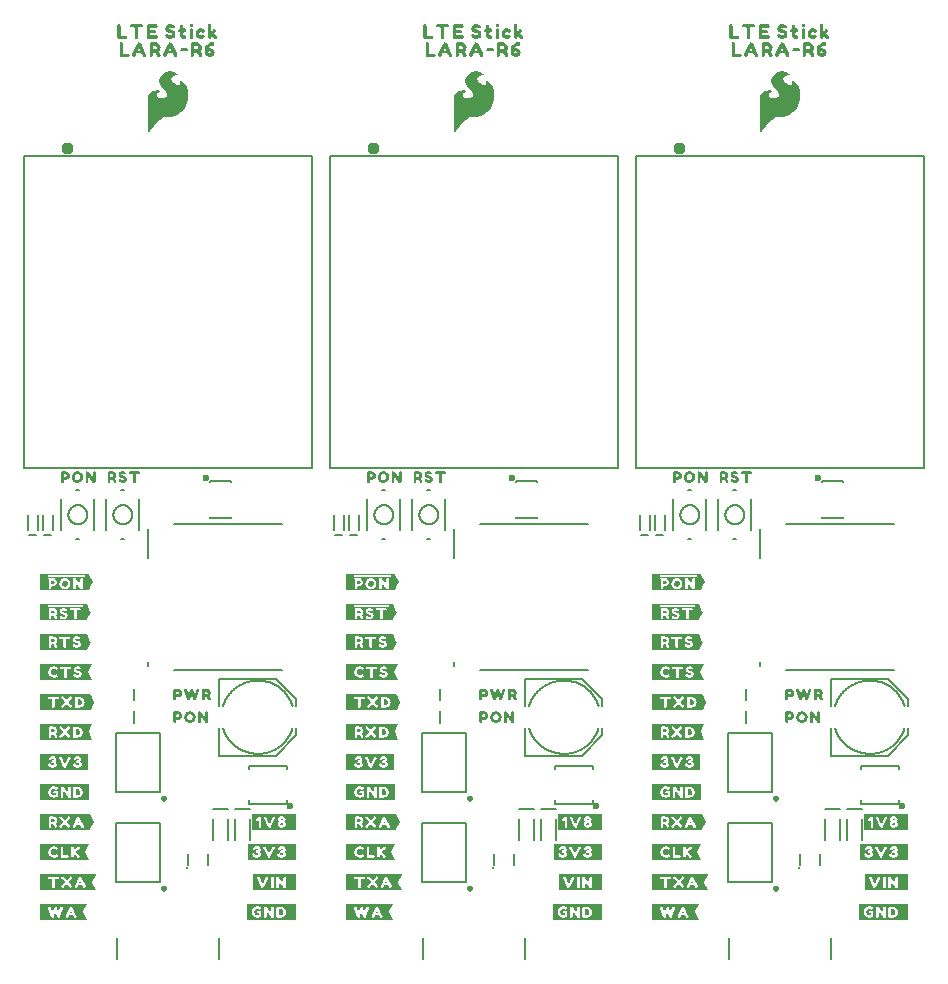
<source format=gto>
G04 EAGLE Gerber RS-274X export*
G75*
%MOMM*%
%FSLAX34Y34*%
%LPD*%
%INSilkscreen Top*%
%IPPOS*%
%AMOC8*
5,1,8,0,0,1.08239X$1,22.5*%
G01*
%ADD10C,0.203200*%
%ADD11C,0.500000*%
%ADD12C,0.152400*%
%ADD13C,0.300000*%
%ADD14C,0.600000*%
%ADD15C,0.200000*%
%ADD16C,0.254000*%
%ADD17C,0.127000*%

G36*
X369275Y723690D02*
X369275Y723690D01*
X369359Y723693D01*
X369360Y723693D01*
X369361Y723693D01*
X369439Y723736D01*
X369512Y723775D01*
X369512Y723776D01*
X369513Y723776D01*
X369517Y723782D01*
X369600Y723890D01*
X369673Y724035D01*
X370029Y724391D01*
X370036Y724402D01*
X370049Y724413D01*
X370649Y725113D01*
X370653Y725120D01*
X370660Y725127D01*
X371352Y726016D01*
X372243Y727006D01*
X372246Y727011D01*
X372252Y727017D01*
X373247Y728210D01*
X374340Y729403D01*
X375539Y730701D01*
X376839Y732101D01*
X376843Y732108D01*
X376850Y732114D01*
X377940Y733402D01*
X379022Y734484D01*
X379997Y735362D01*
X380949Y736028D01*
X381990Y736501D01*
X383011Y736780D01*
X386860Y736780D01*
X386880Y736785D01*
X386907Y736783D01*
X389307Y737083D01*
X389329Y737091D01*
X389360Y737093D01*
X391560Y737693D01*
X391583Y737705D01*
X391616Y737713D01*
X393616Y738613D01*
X393635Y738627D01*
X393663Y738639D01*
X395563Y739839D01*
X395574Y739849D01*
X395591Y739858D01*
X397291Y741158D01*
X397308Y741179D01*
X397337Y741200D01*
X398837Y742800D01*
X398845Y742814D01*
X398860Y742827D01*
X400260Y744627D01*
X400273Y744654D01*
X400298Y744686D01*
X402198Y748386D01*
X402206Y748417D01*
X402226Y748458D01*
X403226Y752058D01*
X403228Y752092D01*
X403240Y752138D01*
X403440Y755638D01*
X403434Y755670D01*
X403436Y755717D01*
X402936Y759017D01*
X402925Y759046D01*
X402918Y759088D01*
X401918Y761888D01*
X401904Y761909D01*
X401894Y761941D01*
X400594Y764341D01*
X400568Y764370D01*
X400529Y764429D01*
X398829Y766129D01*
X398799Y766147D01*
X398762Y766182D01*
X397162Y767182D01*
X397096Y767205D01*
X397032Y767233D01*
X397015Y767233D01*
X396998Y767238D01*
X396929Y767229D01*
X396859Y767227D01*
X396844Y767218D01*
X396826Y767216D01*
X396768Y767177D01*
X396707Y767144D01*
X396697Y767129D01*
X396682Y767119D01*
X396647Y767059D01*
X396607Y767002D01*
X396604Y766983D01*
X396596Y766969D01*
X396593Y766930D01*
X396580Y766860D01*
X396580Y766260D01*
X396587Y766230D01*
X396587Y766185D01*
X396673Y765754D01*
X396497Y764694D01*
X396258Y764296D01*
X395843Y763881D01*
X395282Y763640D01*
X394713Y763640D01*
X393398Y764016D01*
X392657Y764387D01*
X391295Y765360D01*
X390618Y765939D01*
X390159Y766398D01*
X389682Y767162D01*
X389679Y767165D01*
X389676Y767171D01*
X389309Y767722D01*
X389132Y768344D01*
X389045Y768860D01*
X389128Y769357D01*
X389307Y769804D01*
X389582Y770354D01*
X389936Y770796D01*
X390674Y771442D01*
X391052Y771631D01*
X391393Y771801D01*
X392127Y771985D01*
X392981Y772080D01*
X394213Y772080D01*
X394568Y771991D01*
X394604Y771991D01*
X394660Y771980D01*
X394760Y771980D01*
X394821Y771994D01*
X394884Y772000D01*
X394905Y772014D01*
X394929Y772019D01*
X394977Y772059D01*
X395030Y772093D01*
X395043Y772114D01*
X395062Y772129D01*
X395088Y772187D01*
X395121Y772240D01*
X395123Y772265D01*
X395133Y772288D01*
X395131Y772350D01*
X395137Y772413D01*
X395128Y772436D01*
X395127Y772461D01*
X395097Y772516D01*
X395074Y772575D01*
X395054Y772594D01*
X395044Y772613D01*
X395013Y772634D01*
X394971Y772676D01*
X394677Y772873D01*
X393981Y773369D01*
X393966Y773375D01*
X393952Y773388D01*
X392752Y774088D01*
X392728Y774096D01*
X392701Y774113D01*
X391201Y774713D01*
X391183Y774716D01*
X391162Y774726D01*
X389362Y775226D01*
X389328Y775228D01*
X389279Y775240D01*
X387279Y775340D01*
X387241Y775333D01*
X387176Y775331D01*
X384976Y774831D01*
X384942Y774814D01*
X384884Y774797D01*
X382584Y773597D01*
X382559Y773576D01*
X382518Y773554D01*
X380818Y772154D01*
X380795Y772123D01*
X380747Y772075D01*
X379647Y770475D01*
X379633Y770440D01*
X379601Y770387D01*
X379001Y768687D01*
X378998Y768652D01*
X378996Y768641D01*
X378987Y768622D01*
X378988Y768600D01*
X378980Y768560D01*
X378980Y766860D01*
X378989Y766822D01*
X378995Y766753D01*
X379495Y765053D01*
X379509Y765028D01*
X379520Y764990D01*
X380420Y763190D01*
X380439Y763167D01*
X380458Y763129D01*
X381758Y761429D01*
X381775Y761415D01*
X381791Y761391D01*
X383482Y759701D01*
X384738Y758251D01*
X385380Y756876D01*
X385380Y755617D01*
X385021Y754452D01*
X384209Y753550D01*
X383099Y752809D01*
X381807Y752440D01*
X380311Y752440D01*
X379271Y752724D01*
X378451Y752997D01*
X377818Y753539D01*
X377273Y754085D01*
X377016Y754598D01*
X376840Y755213D01*
X376840Y755798D01*
X377001Y756281D01*
X377248Y756610D01*
X377614Y756976D01*
X378093Y757359D01*
X378448Y757626D01*
X378901Y757807D01*
X378913Y757815D01*
X378930Y757820D01*
X379174Y757942D01*
X379530Y758120D01*
X379559Y758144D01*
X379629Y758191D01*
X379729Y758291D01*
X379742Y758313D01*
X379762Y758329D01*
X379788Y758386D01*
X379820Y758438D01*
X379823Y758464D01*
X379833Y758488D01*
X379831Y758549D01*
X379837Y758611D01*
X379828Y758635D01*
X379827Y758661D01*
X379797Y758715D01*
X379775Y758773D01*
X379756Y758790D01*
X379744Y758813D01*
X379694Y758848D01*
X379648Y758890D01*
X379623Y758898D01*
X379602Y758913D01*
X379518Y758929D01*
X379482Y758940D01*
X379472Y758938D01*
X379460Y758940D01*
X379422Y758940D01*
X379191Y759017D01*
X378701Y759213D01*
X378666Y759218D01*
X378614Y759236D01*
X377914Y759336D01*
X377890Y759334D01*
X377860Y759340D01*
X376060Y759340D01*
X376030Y759333D01*
X375985Y759333D01*
X374985Y759133D01*
X374975Y759128D01*
X374960Y759127D01*
X373860Y758827D01*
X373843Y758818D01*
X373819Y758813D01*
X372819Y758413D01*
X372792Y758394D01*
X372749Y758376D01*
X371849Y757776D01*
X371828Y757754D01*
X371791Y757729D01*
X370991Y756929D01*
X370980Y756911D01*
X370960Y756893D01*
X370260Y755993D01*
X370249Y755969D01*
X370226Y755942D01*
X369626Y754842D01*
X369617Y754809D01*
X369594Y754764D01*
X369194Y753364D01*
X369193Y753339D01*
X369183Y753307D01*
X368983Y751707D01*
X368984Y751695D01*
X368980Y751680D01*
X368880Y749780D01*
X368882Y749771D01*
X368880Y749760D01*
X368880Y724060D01*
X368900Y723975D01*
X368919Y723893D01*
X368919Y723892D01*
X368919Y723891D01*
X368976Y723823D01*
X369028Y723759D01*
X369029Y723758D01*
X369107Y723723D01*
X369186Y723687D01*
X369187Y723687D01*
X369188Y723687D01*
X369275Y723690D01*
G37*
G36*
X628355Y723690D02*
X628355Y723690D01*
X628439Y723693D01*
X628440Y723693D01*
X628441Y723693D01*
X628519Y723736D01*
X628592Y723775D01*
X628592Y723776D01*
X628593Y723776D01*
X628597Y723782D01*
X628680Y723890D01*
X628753Y724035D01*
X629109Y724391D01*
X629116Y724402D01*
X629129Y724413D01*
X629729Y725113D01*
X629733Y725120D01*
X629740Y725127D01*
X630432Y726016D01*
X631323Y727006D01*
X631326Y727011D01*
X631332Y727017D01*
X632327Y728210D01*
X633420Y729403D01*
X634619Y730701D01*
X635919Y732101D01*
X635923Y732108D01*
X635930Y732114D01*
X637020Y733402D01*
X638102Y734484D01*
X639077Y735362D01*
X640029Y736028D01*
X641070Y736501D01*
X642091Y736780D01*
X645940Y736780D01*
X645960Y736785D01*
X645987Y736783D01*
X648387Y737083D01*
X648409Y737091D01*
X648440Y737093D01*
X650640Y737693D01*
X650663Y737705D01*
X650696Y737713D01*
X652696Y738613D01*
X652715Y738627D01*
X652743Y738639D01*
X654643Y739839D01*
X654654Y739849D01*
X654671Y739858D01*
X656371Y741158D01*
X656388Y741179D01*
X656417Y741200D01*
X657917Y742800D01*
X657925Y742814D01*
X657940Y742827D01*
X659340Y744627D01*
X659353Y744654D01*
X659378Y744686D01*
X661278Y748386D01*
X661286Y748417D01*
X661306Y748458D01*
X662306Y752058D01*
X662308Y752092D01*
X662320Y752138D01*
X662520Y755638D01*
X662514Y755670D01*
X662516Y755717D01*
X662016Y759017D01*
X662005Y759046D01*
X661998Y759088D01*
X660998Y761888D01*
X660984Y761909D01*
X660974Y761941D01*
X659674Y764341D01*
X659648Y764370D01*
X659609Y764429D01*
X657909Y766129D01*
X657879Y766147D01*
X657842Y766182D01*
X656242Y767182D01*
X656176Y767205D01*
X656112Y767233D01*
X656095Y767233D01*
X656078Y767238D01*
X656009Y767229D01*
X655939Y767227D01*
X655924Y767218D01*
X655906Y767216D01*
X655848Y767177D01*
X655787Y767144D01*
X655777Y767129D01*
X655762Y767119D01*
X655727Y767059D01*
X655687Y767002D01*
X655684Y766983D01*
X655676Y766969D01*
X655673Y766930D01*
X655660Y766860D01*
X655660Y766260D01*
X655667Y766230D01*
X655667Y766185D01*
X655753Y765754D01*
X655577Y764694D01*
X655338Y764296D01*
X654923Y763881D01*
X654362Y763640D01*
X653793Y763640D01*
X652478Y764016D01*
X651737Y764387D01*
X650375Y765360D01*
X649698Y765939D01*
X649239Y766398D01*
X648762Y767162D01*
X648759Y767165D01*
X648756Y767171D01*
X648389Y767722D01*
X648212Y768344D01*
X648125Y768860D01*
X648208Y769357D01*
X648387Y769804D01*
X648662Y770354D01*
X649016Y770796D01*
X649754Y771442D01*
X650132Y771631D01*
X650473Y771801D01*
X651207Y771985D01*
X652061Y772080D01*
X653293Y772080D01*
X653648Y771991D01*
X653684Y771991D01*
X653740Y771980D01*
X653840Y771980D01*
X653901Y771994D01*
X653964Y772000D01*
X653985Y772014D01*
X654009Y772019D01*
X654057Y772059D01*
X654110Y772093D01*
X654123Y772114D01*
X654142Y772129D01*
X654168Y772187D01*
X654201Y772240D01*
X654203Y772265D01*
X654213Y772288D01*
X654211Y772350D01*
X654217Y772413D01*
X654208Y772436D01*
X654207Y772461D01*
X654177Y772516D01*
X654154Y772575D01*
X654134Y772594D01*
X654124Y772613D01*
X654093Y772634D01*
X654051Y772676D01*
X653757Y772873D01*
X653061Y773369D01*
X653046Y773375D01*
X653032Y773388D01*
X651832Y774088D01*
X651808Y774096D01*
X651781Y774113D01*
X650281Y774713D01*
X650263Y774716D01*
X650242Y774726D01*
X648442Y775226D01*
X648408Y775228D01*
X648359Y775240D01*
X646359Y775340D01*
X646321Y775333D01*
X646256Y775331D01*
X644056Y774831D01*
X644022Y774814D01*
X643964Y774797D01*
X641664Y773597D01*
X641639Y773576D01*
X641598Y773554D01*
X639898Y772154D01*
X639875Y772123D01*
X639827Y772075D01*
X638727Y770475D01*
X638713Y770440D01*
X638681Y770387D01*
X638081Y768687D01*
X638078Y768652D01*
X638076Y768641D01*
X638067Y768622D01*
X638068Y768600D01*
X638060Y768560D01*
X638060Y766860D01*
X638069Y766822D01*
X638075Y766753D01*
X638575Y765053D01*
X638589Y765028D01*
X638600Y764990D01*
X639500Y763190D01*
X639519Y763167D01*
X639538Y763129D01*
X640838Y761429D01*
X640855Y761415D01*
X640871Y761391D01*
X642562Y759701D01*
X643818Y758251D01*
X644460Y756876D01*
X644460Y755617D01*
X644101Y754452D01*
X643289Y753550D01*
X642179Y752809D01*
X640887Y752440D01*
X639391Y752440D01*
X638351Y752724D01*
X637531Y752997D01*
X636898Y753539D01*
X636353Y754085D01*
X636096Y754598D01*
X635920Y755213D01*
X635920Y755798D01*
X636081Y756281D01*
X636328Y756610D01*
X636694Y756976D01*
X637173Y757359D01*
X637528Y757626D01*
X637981Y757807D01*
X637993Y757815D01*
X638010Y757820D01*
X638254Y757942D01*
X638610Y758120D01*
X638639Y758144D01*
X638709Y758191D01*
X638809Y758291D01*
X638822Y758313D01*
X638842Y758329D01*
X638868Y758386D01*
X638900Y758438D01*
X638903Y758464D01*
X638913Y758488D01*
X638911Y758549D01*
X638917Y758611D01*
X638908Y758635D01*
X638907Y758661D01*
X638877Y758715D01*
X638855Y758773D01*
X638836Y758790D01*
X638824Y758813D01*
X638774Y758848D01*
X638728Y758890D01*
X638703Y758898D01*
X638682Y758913D01*
X638598Y758929D01*
X638562Y758940D01*
X638552Y758938D01*
X638540Y758940D01*
X638502Y758940D01*
X638271Y759017D01*
X637781Y759213D01*
X637746Y759218D01*
X637694Y759236D01*
X636994Y759336D01*
X636970Y759334D01*
X636940Y759340D01*
X635140Y759340D01*
X635110Y759333D01*
X635065Y759333D01*
X634065Y759133D01*
X634055Y759128D01*
X634040Y759127D01*
X632940Y758827D01*
X632923Y758818D01*
X632899Y758813D01*
X631899Y758413D01*
X631872Y758394D01*
X631829Y758376D01*
X630929Y757776D01*
X630908Y757754D01*
X630871Y757729D01*
X630071Y756929D01*
X630060Y756911D01*
X630040Y756893D01*
X629340Y755993D01*
X629329Y755969D01*
X629306Y755942D01*
X628706Y754842D01*
X628697Y754809D01*
X628674Y754764D01*
X628274Y753364D01*
X628273Y753339D01*
X628263Y753307D01*
X628063Y751707D01*
X628064Y751695D01*
X628060Y751680D01*
X627960Y749780D01*
X627962Y749771D01*
X627960Y749760D01*
X627960Y724060D01*
X627980Y723975D01*
X627999Y723893D01*
X627999Y723892D01*
X627999Y723891D01*
X628056Y723823D01*
X628108Y723759D01*
X628109Y723758D01*
X628187Y723723D01*
X628266Y723687D01*
X628267Y723687D01*
X628268Y723687D01*
X628355Y723690D01*
G37*
G36*
X110195Y723690D02*
X110195Y723690D01*
X110279Y723693D01*
X110280Y723693D01*
X110281Y723693D01*
X110359Y723736D01*
X110432Y723775D01*
X110432Y723776D01*
X110433Y723776D01*
X110437Y723782D01*
X110520Y723890D01*
X110593Y724035D01*
X110949Y724391D01*
X110956Y724402D01*
X110969Y724413D01*
X111569Y725113D01*
X111573Y725120D01*
X111580Y725127D01*
X112272Y726016D01*
X113163Y727006D01*
X113166Y727011D01*
X113172Y727017D01*
X114167Y728210D01*
X115260Y729403D01*
X116459Y730701D01*
X117759Y732101D01*
X117763Y732108D01*
X117770Y732114D01*
X118860Y733402D01*
X119942Y734484D01*
X120917Y735362D01*
X121869Y736028D01*
X122910Y736501D01*
X123931Y736780D01*
X127780Y736780D01*
X127800Y736785D01*
X127827Y736783D01*
X130227Y737083D01*
X130249Y737091D01*
X130280Y737093D01*
X132480Y737693D01*
X132503Y737705D01*
X132536Y737713D01*
X134536Y738613D01*
X134555Y738627D01*
X134583Y738639D01*
X136483Y739839D01*
X136494Y739849D01*
X136511Y739858D01*
X138211Y741158D01*
X138228Y741179D01*
X138257Y741200D01*
X139757Y742800D01*
X139765Y742814D01*
X139780Y742827D01*
X141180Y744627D01*
X141193Y744654D01*
X141218Y744686D01*
X143118Y748386D01*
X143126Y748417D01*
X143146Y748458D01*
X144146Y752058D01*
X144148Y752092D01*
X144160Y752138D01*
X144360Y755638D01*
X144354Y755670D01*
X144356Y755717D01*
X143856Y759017D01*
X143845Y759046D01*
X143838Y759088D01*
X142838Y761888D01*
X142824Y761909D01*
X142814Y761941D01*
X141514Y764341D01*
X141488Y764370D01*
X141449Y764429D01*
X139749Y766129D01*
X139719Y766147D01*
X139682Y766182D01*
X138082Y767182D01*
X138016Y767205D01*
X137952Y767233D01*
X137935Y767233D01*
X137918Y767238D01*
X137849Y767229D01*
X137779Y767227D01*
X137764Y767218D01*
X137746Y767216D01*
X137688Y767177D01*
X137627Y767144D01*
X137617Y767129D01*
X137602Y767119D01*
X137567Y767059D01*
X137527Y767002D01*
X137524Y766983D01*
X137516Y766969D01*
X137513Y766930D01*
X137500Y766860D01*
X137500Y766260D01*
X137507Y766230D01*
X137507Y766185D01*
X137593Y765754D01*
X137417Y764694D01*
X137178Y764296D01*
X136763Y763881D01*
X136202Y763640D01*
X135633Y763640D01*
X134318Y764016D01*
X133577Y764387D01*
X132215Y765360D01*
X131538Y765939D01*
X131079Y766398D01*
X130602Y767162D01*
X130599Y767165D01*
X130596Y767171D01*
X130229Y767722D01*
X130052Y768344D01*
X129965Y768860D01*
X130048Y769357D01*
X130227Y769804D01*
X130502Y770354D01*
X130856Y770796D01*
X131594Y771442D01*
X131972Y771631D01*
X132313Y771801D01*
X133047Y771985D01*
X133901Y772080D01*
X135133Y772080D01*
X135488Y771991D01*
X135524Y771991D01*
X135580Y771980D01*
X135680Y771980D01*
X135741Y771994D01*
X135804Y772000D01*
X135825Y772014D01*
X135849Y772019D01*
X135897Y772059D01*
X135950Y772093D01*
X135963Y772114D01*
X135982Y772129D01*
X136008Y772187D01*
X136041Y772240D01*
X136043Y772265D01*
X136053Y772288D01*
X136051Y772350D01*
X136057Y772413D01*
X136048Y772436D01*
X136047Y772461D01*
X136017Y772516D01*
X135994Y772575D01*
X135974Y772594D01*
X135964Y772613D01*
X135933Y772634D01*
X135891Y772676D01*
X135597Y772873D01*
X134901Y773369D01*
X134886Y773375D01*
X134872Y773388D01*
X133672Y774088D01*
X133648Y774096D01*
X133621Y774113D01*
X132121Y774713D01*
X132103Y774716D01*
X132082Y774726D01*
X130282Y775226D01*
X130248Y775228D01*
X130199Y775240D01*
X128199Y775340D01*
X128161Y775333D01*
X128096Y775331D01*
X125896Y774831D01*
X125862Y774814D01*
X125804Y774797D01*
X123504Y773597D01*
X123479Y773576D01*
X123438Y773554D01*
X121738Y772154D01*
X121715Y772123D01*
X121667Y772075D01*
X120567Y770475D01*
X120553Y770440D01*
X120521Y770387D01*
X119921Y768687D01*
X119918Y768652D01*
X119916Y768641D01*
X119907Y768622D01*
X119908Y768600D01*
X119900Y768560D01*
X119900Y766860D01*
X119909Y766822D01*
X119915Y766753D01*
X120415Y765053D01*
X120429Y765028D01*
X120440Y764990D01*
X121340Y763190D01*
X121359Y763167D01*
X121378Y763129D01*
X122678Y761429D01*
X122695Y761415D01*
X122711Y761391D01*
X124402Y759701D01*
X125658Y758251D01*
X126300Y756876D01*
X126300Y755617D01*
X125941Y754452D01*
X125129Y753550D01*
X124019Y752809D01*
X122727Y752440D01*
X121231Y752440D01*
X120191Y752724D01*
X119371Y752997D01*
X118738Y753539D01*
X118193Y754085D01*
X117936Y754598D01*
X117760Y755213D01*
X117760Y755798D01*
X117921Y756281D01*
X118168Y756610D01*
X118534Y756976D01*
X119013Y757359D01*
X119368Y757626D01*
X119821Y757807D01*
X119833Y757815D01*
X119850Y757820D01*
X120094Y757942D01*
X120450Y758120D01*
X120479Y758144D01*
X120549Y758191D01*
X120649Y758291D01*
X120662Y758313D01*
X120682Y758329D01*
X120708Y758386D01*
X120740Y758438D01*
X120743Y758464D01*
X120753Y758488D01*
X120751Y758549D01*
X120757Y758611D01*
X120748Y758635D01*
X120747Y758661D01*
X120717Y758715D01*
X120695Y758773D01*
X120676Y758790D01*
X120664Y758813D01*
X120614Y758848D01*
X120568Y758890D01*
X120543Y758898D01*
X120522Y758913D01*
X120438Y758929D01*
X120402Y758940D01*
X120392Y758938D01*
X120380Y758940D01*
X120342Y758940D01*
X120111Y759017D01*
X119621Y759213D01*
X119586Y759218D01*
X119534Y759236D01*
X118834Y759336D01*
X118810Y759334D01*
X118780Y759340D01*
X116980Y759340D01*
X116950Y759333D01*
X116905Y759333D01*
X115905Y759133D01*
X115895Y759128D01*
X115880Y759127D01*
X114780Y758827D01*
X114763Y758818D01*
X114739Y758813D01*
X113739Y758413D01*
X113712Y758394D01*
X113669Y758376D01*
X112769Y757776D01*
X112748Y757754D01*
X112711Y757729D01*
X111911Y756929D01*
X111900Y756911D01*
X111880Y756893D01*
X111180Y755993D01*
X111169Y755969D01*
X111146Y755942D01*
X110546Y754842D01*
X110537Y754809D01*
X110514Y754764D01*
X110114Y753364D01*
X110113Y753339D01*
X110103Y753307D01*
X109903Y751707D01*
X109904Y751695D01*
X109900Y751680D01*
X109800Y749780D01*
X109802Y749771D01*
X109800Y749760D01*
X109800Y724060D01*
X109820Y723975D01*
X109839Y723893D01*
X109839Y723892D01*
X109839Y723891D01*
X109896Y723823D01*
X109948Y723759D01*
X109949Y723758D01*
X110027Y723723D01*
X110106Y723687D01*
X110107Y723687D01*
X110108Y723687D01*
X110195Y723690D01*
G37*
G36*
X583928Y82072D02*
X583928Y82072D01*
X583941Y82073D01*
X584141Y82373D01*
X584141Y82379D01*
X584144Y82382D01*
X584140Y82388D01*
X584139Y82411D01*
X584144Y82422D01*
X581146Y88419D01*
X580953Y88996D01*
X584044Y95078D01*
X584043Y95083D01*
X584047Y95084D01*
X584247Y95684D01*
X584246Y95686D01*
X584247Y95687D01*
X584245Y95690D01*
X584228Y95741D01*
X584211Y95735D01*
X584200Y95749D01*
X537200Y95749D01*
X537191Y95742D01*
X537182Y95736D01*
X537170Y95739D01*
X536770Y95439D01*
X536765Y95420D01*
X536753Y95411D01*
X536757Y95405D01*
X536751Y95400D01*
X536751Y82500D01*
X536764Y82482D01*
X536761Y82470D01*
X537061Y82070D01*
X537092Y82062D01*
X537100Y82051D01*
X583900Y82051D01*
X583928Y82072D01*
G37*
G36*
X65768Y82072D02*
X65768Y82072D01*
X65781Y82073D01*
X65981Y82373D01*
X65981Y82379D01*
X65984Y82382D01*
X65980Y82388D01*
X65979Y82411D01*
X65984Y82422D01*
X62986Y88419D01*
X62793Y88996D01*
X65884Y95078D01*
X65883Y95083D01*
X65887Y95084D01*
X66087Y95684D01*
X66086Y95686D01*
X66087Y95687D01*
X66085Y95690D01*
X66068Y95741D01*
X66051Y95735D01*
X66040Y95749D01*
X19040Y95749D01*
X19031Y95742D01*
X19022Y95736D01*
X19010Y95739D01*
X18610Y95439D01*
X18605Y95420D01*
X18593Y95411D01*
X18597Y95405D01*
X18591Y95400D01*
X18591Y82500D01*
X18604Y82482D01*
X18601Y82470D01*
X18901Y82070D01*
X18932Y82062D01*
X18940Y82051D01*
X65740Y82051D01*
X65768Y82072D01*
G37*
G36*
X324848Y82072D02*
X324848Y82072D01*
X324861Y82073D01*
X325061Y82373D01*
X325061Y82379D01*
X325064Y82382D01*
X325060Y82388D01*
X325059Y82411D01*
X325064Y82422D01*
X322066Y88419D01*
X321873Y88996D01*
X324964Y95078D01*
X324963Y95083D01*
X324967Y95084D01*
X325167Y95684D01*
X325166Y95686D01*
X325167Y95687D01*
X325165Y95690D01*
X325148Y95741D01*
X325131Y95735D01*
X325120Y95749D01*
X278120Y95749D01*
X278111Y95742D01*
X278102Y95736D01*
X278090Y95739D01*
X277690Y95439D01*
X277685Y95420D01*
X277673Y95411D01*
X277677Y95405D01*
X277671Y95400D01*
X277671Y82500D01*
X277684Y82482D01*
X277681Y82470D01*
X277981Y82070D01*
X278012Y82062D01*
X278020Y82051D01*
X324820Y82051D01*
X324848Y82072D01*
G37*
G36*
X320238Y234465D02*
X320238Y234465D01*
X320251Y234462D01*
X320751Y234862D01*
X320754Y234876D01*
X320764Y234878D01*
X323764Y240878D01*
X323763Y240885D01*
X323768Y240889D01*
X323767Y240891D01*
X323769Y240892D01*
X323869Y241492D01*
X323859Y241511D01*
X323864Y241522D01*
X320764Y247622D01*
X320761Y247624D01*
X320762Y247625D01*
X320462Y248125D01*
X320428Y248139D01*
X320420Y248149D01*
X277920Y248149D01*
X277882Y248120D01*
X277874Y248118D01*
X277674Y247618D01*
X277675Y247616D01*
X277673Y247614D01*
X277677Y247608D01*
X277678Y247605D01*
X277671Y247600D01*
X277671Y234700D01*
X277700Y234662D01*
X277702Y234654D01*
X278202Y234454D01*
X278215Y234458D01*
X278220Y234451D01*
X320220Y234451D01*
X320238Y234465D01*
G37*
G36*
X61158Y234465D02*
X61158Y234465D01*
X61171Y234462D01*
X61671Y234862D01*
X61674Y234876D01*
X61684Y234878D01*
X64684Y240878D01*
X64683Y240885D01*
X64688Y240889D01*
X64687Y240891D01*
X64689Y240892D01*
X64789Y241492D01*
X64779Y241511D01*
X64784Y241522D01*
X61684Y247622D01*
X61681Y247624D01*
X61682Y247625D01*
X61382Y248125D01*
X61348Y248139D01*
X61340Y248149D01*
X18840Y248149D01*
X18802Y248120D01*
X18794Y248118D01*
X18594Y247618D01*
X18595Y247616D01*
X18593Y247614D01*
X18597Y247608D01*
X18598Y247605D01*
X18591Y247600D01*
X18591Y234700D01*
X18620Y234662D01*
X18622Y234654D01*
X19122Y234454D01*
X19135Y234458D01*
X19140Y234451D01*
X61140Y234451D01*
X61158Y234465D01*
G37*
G36*
X579318Y234465D02*
X579318Y234465D01*
X579331Y234462D01*
X579831Y234862D01*
X579834Y234876D01*
X579844Y234878D01*
X582844Y240878D01*
X582843Y240885D01*
X582848Y240889D01*
X582847Y240891D01*
X582849Y240892D01*
X582949Y241492D01*
X582939Y241511D01*
X582944Y241522D01*
X579844Y247622D01*
X579841Y247624D01*
X579842Y247625D01*
X579542Y248125D01*
X579508Y248139D01*
X579500Y248149D01*
X537000Y248149D01*
X536962Y248120D01*
X536954Y248118D01*
X536754Y247618D01*
X536755Y247616D01*
X536753Y247614D01*
X536757Y247608D01*
X536758Y247605D01*
X536751Y247600D01*
X536751Y234700D01*
X536780Y234662D01*
X536782Y234654D01*
X537282Y234454D01*
X537295Y234458D01*
X537300Y234451D01*
X579300Y234451D01*
X579318Y234465D01*
G37*
G36*
X320153Y132876D02*
X320153Y132876D01*
X320164Y132878D01*
X320464Y133478D01*
X323564Y139578D01*
X323563Y139582D01*
X323566Y139585D01*
X323561Y139591D01*
X323559Y139604D01*
X323567Y139616D01*
X323367Y140216D01*
X323362Y140219D01*
X323364Y140222D01*
X320364Y146222D01*
X320344Y146232D01*
X320342Y146244D01*
X319742Y146544D01*
X319732Y146542D01*
X319725Y146542D01*
X319720Y146549D01*
X278020Y146549D01*
X277994Y146530D01*
X277981Y146530D01*
X277681Y146130D01*
X277681Y146118D01*
X277673Y146112D01*
X277678Y146105D01*
X277671Y146100D01*
X277671Y133200D01*
X277690Y133174D01*
X277690Y133161D01*
X278090Y132861D01*
X278112Y132861D01*
X278120Y132851D01*
X320120Y132851D01*
X320153Y132876D01*
G37*
G36*
X579233Y132876D02*
X579233Y132876D01*
X579244Y132878D01*
X579544Y133478D01*
X582644Y139578D01*
X582643Y139582D01*
X582646Y139585D01*
X582641Y139591D01*
X582639Y139604D01*
X582647Y139616D01*
X582447Y140216D01*
X582442Y140219D01*
X582444Y140222D01*
X579444Y146222D01*
X579424Y146232D01*
X579422Y146244D01*
X578822Y146544D01*
X578812Y146542D01*
X578805Y146542D01*
X578800Y146549D01*
X537100Y146549D01*
X537074Y146530D01*
X537061Y146530D01*
X536761Y146130D01*
X536761Y146118D01*
X536753Y146112D01*
X536758Y146105D01*
X536751Y146100D01*
X536751Y133200D01*
X536770Y133174D01*
X536770Y133161D01*
X537170Y132861D01*
X537192Y132861D01*
X537200Y132851D01*
X579200Y132851D01*
X579233Y132876D01*
G37*
G36*
X61073Y132876D02*
X61073Y132876D01*
X61084Y132878D01*
X61384Y133478D01*
X64484Y139578D01*
X64483Y139582D01*
X64486Y139585D01*
X64481Y139591D01*
X64479Y139604D01*
X64487Y139616D01*
X64287Y140216D01*
X64282Y140219D01*
X64284Y140222D01*
X61284Y146222D01*
X61264Y146232D01*
X61262Y146244D01*
X60662Y146544D01*
X60652Y146542D01*
X60645Y146542D01*
X60640Y146549D01*
X18940Y146549D01*
X18914Y146530D01*
X18901Y146530D01*
X18601Y146130D01*
X18601Y146118D01*
X18593Y146112D01*
X18598Y146105D01*
X18591Y146100D01*
X18591Y133200D01*
X18610Y133174D01*
X18610Y133161D01*
X19010Y132861D01*
X19032Y132861D01*
X19040Y132851D01*
X61040Y132851D01*
X61073Y132876D01*
G37*
G36*
X59655Y336062D02*
X59655Y336062D01*
X59665Y336058D01*
X60165Y336358D01*
X60173Y336376D01*
X60184Y336378D01*
X63184Y342478D01*
X63183Y342483D01*
X63187Y342484D01*
X63387Y343084D01*
X63378Y343110D01*
X63384Y343123D01*
X60284Y349122D01*
X59984Y349722D01*
X59947Y349741D01*
X59940Y349749D01*
X18940Y349749D01*
X18914Y349730D01*
X18901Y349730D01*
X18601Y349330D01*
X18601Y349318D01*
X18593Y349312D01*
X18598Y349305D01*
X18591Y349300D01*
X18591Y336400D01*
X18610Y336374D01*
X18610Y336361D01*
X19010Y336061D01*
X19032Y336061D01*
X19040Y336051D01*
X59640Y336051D01*
X59655Y336062D01*
G37*
G36*
X318735Y336062D02*
X318735Y336062D01*
X318745Y336058D01*
X319245Y336358D01*
X319253Y336376D01*
X319264Y336378D01*
X322264Y342478D01*
X322263Y342483D01*
X322267Y342484D01*
X322467Y343084D01*
X322458Y343110D01*
X322464Y343123D01*
X319364Y349122D01*
X319064Y349722D01*
X319027Y349741D01*
X319020Y349749D01*
X278020Y349749D01*
X277994Y349730D01*
X277981Y349730D01*
X277681Y349330D01*
X277681Y349318D01*
X277673Y349312D01*
X277678Y349305D01*
X277671Y349300D01*
X277671Y336400D01*
X277690Y336374D01*
X277690Y336361D01*
X278090Y336061D01*
X278112Y336061D01*
X278120Y336051D01*
X318720Y336051D01*
X318735Y336062D01*
G37*
G36*
X577815Y336062D02*
X577815Y336062D01*
X577825Y336058D01*
X578325Y336358D01*
X578333Y336376D01*
X578344Y336378D01*
X581344Y342478D01*
X581343Y342483D01*
X581347Y342484D01*
X581547Y343084D01*
X581538Y343110D01*
X581544Y343123D01*
X578444Y349122D01*
X578144Y349722D01*
X578107Y349741D01*
X578100Y349749D01*
X537100Y349749D01*
X537074Y349730D01*
X537061Y349730D01*
X536761Y349330D01*
X536761Y349318D01*
X536753Y349312D01*
X536758Y349305D01*
X536751Y349300D01*
X536751Y336400D01*
X536770Y336374D01*
X536770Y336361D01*
X537170Y336061D01*
X537192Y336061D01*
X537200Y336051D01*
X577800Y336051D01*
X577815Y336062D01*
G37*
G36*
X580806Y209055D02*
X580806Y209055D01*
X580810Y209052D01*
X581310Y209152D01*
X581338Y209184D01*
X581340Y209185D01*
X581340Y209186D01*
X581349Y209196D01*
X581337Y209207D01*
X581344Y209222D01*
X578055Y215900D01*
X578344Y216478D01*
X581344Y222478D01*
X581343Y222481D01*
X581345Y222483D01*
X581342Y222487D01*
X581333Y222536D01*
X581321Y222534D01*
X581318Y222546D01*
X580818Y222746D01*
X580806Y222742D01*
X580805Y222742D01*
X580800Y222749D01*
X536900Y222749D01*
X536853Y222713D01*
X536855Y222710D01*
X536851Y222708D01*
X536751Y222108D01*
X536754Y222103D01*
X536751Y222100D01*
X536751Y209200D01*
X536787Y209153D01*
X536790Y209155D01*
X536792Y209151D01*
X537392Y209051D01*
X537397Y209054D01*
X537400Y209051D01*
X580800Y209051D01*
X580806Y209055D01*
G37*
G36*
X62646Y209055D02*
X62646Y209055D01*
X62650Y209052D01*
X63150Y209152D01*
X63178Y209184D01*
X63180Y209185D01*
X63180Y209186D01*
X63189Y209196D01*
X63177Y209207D01*
X63184Y209222D01*
X59895Y215900D01*
X60184Y216478D01*
X63184Y222478D01*
X63183Y222481D01*
X63185Y222483D01*
X63182Y222487D01*
X63173Y222536D01*
X63161Y222534D01*
X63158Y222546D01*
X62658Y222746D01*
X62646Y222742D01*
X62645Y222742D01*
X62640Y222749D01*
X18740Y222749D01*
X18693Y222713D01*
X18695Y222710D01*
X18691Y222708D01*
X18591Y222108D01*
X18594Y222103D01*
X18591Y222100D01*
X18591Y209200D01*
X18627Y209153D01*
X18630Y209155D01*
X18632Y209151D01*
X19232Y209051D01*
X19237Y209054D01*
X19240Y209051D01*
X62640Y209051D01*
X62646Y209055D01*
G37*
G36*
X321726Y209055D02*
X321726Y209055D01*
X321730Y209052D01*
X322230Y209152D01*
X322258Y209184D01*
X322260Y209185D01*
X322260Y209186D01*
X322269Y209196D01*
X322257Y209207D01*
X322264Y209222D01*
X318975Y215900D01*
X319264Y216478D01*
X322264Y222478D01*
X322263Y222481D01*
X322265Y222483D01*
X322262Y222487D01*
X322253Y222536D01*
X322241Y222534D01*
X322238Y222546D01*
X321738Y222746D01*
X321726Y222742D01*
X321725Y222742D01*
X321720Y222749D01*
X277820Y222749D01*
X277773Y222713D01*
X277775Y222710D01*
X277771Y222708D01*
X277671Y222108D01*
X277674Y222103D01*
X277671Y222100D01*
X277671Y209200D01*
X277707Y209153D01*
X277710Y209155D01*
X277712Y209151D01*
X278312Y209051D01*
X278317Y209054D01*
X278320Y209051D01*
X321720Y209051D01*
X321726Y209055D01*
G37*
G36*
X580106Y259855D02*
X580106Y259855D01*
X580110Y259852D01*
X580610Y259952D01*
X580638Y259984D01*
X580640Y259985D01*
X580640Y259986D01*
X580649Y259996D01*
X580637Y260007D01*
X580644Y260022D01*
X577255Y266700D01*
X580544Y273278D01*
X580543Y273281D01*
X580545Y273283D01*
X580542Y273287D01*
X580533Y273336D01*
X580524Y273335D01*
X580522Y273344D01*
X580122Y273544D01*
X580112Y273542D01*
X580105Y273542D01*
X580100Y273549D01*
X536800Y273549D01*
X536753Y273513D01*
X536756Y273509D01*
X536753Y273506D01*
X536755Y273503D01*
X536751Y273500D01*
X536751Y259900D01*
X536787Y259853D01*
X536794Y259858D01*
X536800Y259851D01*
X580100Y259851D01*
X580106Y259855D01*
G37*
G36*
X321026Y259855D02*
X321026Y259855D01*
X321030Y259852D01*
X321530Y259952D01*
X321558Y259984D01*
X321560Y259985D01*
X321560Y259986D01*
X321569Y259996D01*
X321557Y260007D01*
X321564Y260022D01*
X318175Y266700D01*
X321464Y273278D01*
X321463Y273281D01*
X321465Y273283D01*
X321462Y273287D01*
X321453Y273336D01*
X321444Y273335D01*
X321442Y273344D01*
X321042Y273544D01*
X321032Y273542D01*
X321025Y273542D01*
X321020Y273549D01*
X277720Y273549D01*
X277673Y273513D01*
X277676Y273509D01*
X277673Y273506D01*
X277675Y273503D01*
X277671Y273500D01*
X277671Y259900D01*
X277707Y259853D01*
X277714Y259858D01*
X277720Y259851D01*
X321020Y259851D01*
X321026Y259855D01*
G37*
G36*
X61946Y259855D02*
X61946Y259855D01*
X61950Y259852D01*
X62450Y259952D01*
X62478Y259984D01*
X62480Y259985D01*
X62480Y259986D01*
X62489Y259996D01*
X62477Y260007D01*
X62484Y260022D01*
X59095Y266700D01*
X62384Y273278D01*
X62383Y273281D01*
X62385Y273283D01*
X62382Y273287D01*
X62373Y273336D01*
X62364Y273335D01*
X62362Y273344D01*
X61962Y273544D01*
X61952Y273542D01*
X61945Y273542D01*
X61940Y273549D01*
X18640Y273549D01*
X18593Y273513D01*
X18596Y273509D01*
X18593Y273506D01*
X18595Y273503D01*
X18591Y273500D01*
X18591Y259900D01*
X18627Y259853D01*
X18634Y259858D01*
X18640Y259851D01*
X61940Y259851D01*
X61946Y259855D01*
G37*
G36*
X317454Y285276D02*
X317454Y285276D01*
X317464Y285278D01*
X320764Y291978D01*
X320763Y291982D01*
X320766Y291985D01*
X320762Y291991D01*
X320759Y292004D01*
X320767Y292016D01*
X320567Y292616D01*
X320562Y292619D01*
X320564Y292622D01*
X317564Y298622D01*
X317547Y298631D01*
X317545Y298642D01*
X317045Y298942D01*
X317033Y298941D01*
X317032Y298942D01*
X317025Y298942D01*
X317020Y298949D01*
X278020Y298949D01*
X277994Y298930D01*
X277981Y298930D01*
X277681Y298530D01*
X277681Y298518D01*
X277673Y298512D01*
X277678Y298505D01*
X277671Y298500D01*
X277671Y285600D01*
X277690Y285574D01*
X277690Y285561D01*
X278090Y285261D01*
X278112Y285261D01*
X278120Y285251D01*
X317420Y285251D01*
X317454Y285276D01*
G37*
G36*
X576534Y285276D02*
X576534Y285276D01*
X576544Y285278D01*
X579844Y291978D01*
X579843Y291982D01*
X579846Y291985D01*
X579842Y291991D01*
X579839Y292004D01*
X579847Y292016D01*
X579647Y292616D01*
X579642Y292619D01*
X579644Y292622D01*
X576644Y298622D01*
X576627Y298631D01*
X576625Y298642D01*
X576125Y298942D01*
X576113Y298941D01*
X576112Y298942D01*
X576105Y298942D01*
X576100Y298949D01*
X537100Y298949D01*
X537074Y298930D01*
X537061Y298930D01*
X536761Y298530D01*
X536761Y298518D01*
X536753Y298512D01*
X536758Y298505D01*
X536751Y298500D01*
X536751Y285600D01*
X536770Y285574D01*
X536770Y285561D01*
X537170Y285261D01*
X537192Y285261D01*
X537200Y285251D01*
X576500Y285251D01*
X576534Y285276D01*
G37*
G36*
X58374Y285276D02*
X58374Y285276D01*
X58384Y285278D01*
X61684Y291978D01*
X61683Y291982D01*
X61686Y291985D01*
X61682Y291991D01*
X61679Y292004D01*
X61687Y292016D01*
X61487Y292616D01*
X61482Y292619D01*
X61484Y292622D01*
X58484Y298622D01*
X58467Y298631D01*
X58465Y298642D01*
X57965Y298942D01*
X57953Y298941D01*
X57952Y298942D01*
X57945Y298942D01*
X57940Y298949D01*
X18940Y298949D01*
X18914Y298930D01*
X18901Y298930D01*
X18601Y298530D01*
X18601Y298518D01*
X18593Y298512D01*
X18598Y298505D01*
X18591Y298500D01*
X18591Y285600D01*
X18610Y285574D01*
X18610Y285561D01*
X19010Y285261D01*
X19032Y285261D01*
X19040Y285251D01*
X58340Y285251D01*
X58374Y285276D01*
G37*
G36*
X317348Y310672D02*
X317348Y310672D01*
X317361Y310673D01*
X317761Y311273D01*
X317761Y311277D01*
X317761Y311278D01*
X317764Y311278D01*
X320764Y317378D01*
X320763Y317382D01*
X320766Y317385D01*
X320762Y317391D01*
X320759Y317404D01*
X320767Y317416D01*
X320567Y318016D01*
X320562Y318019D01*
X320564Y318022D01*
X317564Y324022D01*
X317547Y324031D01*
X317545Y324042D01*
X317045Y324342D01*
X317033Y324341D01*
X317032Y324342D01*
X317025Y324342D01*
X317020Y324349D01*
X278020Y324349D01*
X277994Y324330D01*
X277981Y324330D01*
X277681Y323930D01*
X277681Y323918D01*
X277673Y323912D01*
X277678Y323905D01*
X277671Y323900D01*
X277671Y311000D01*
X277687Y310979D01*
X277685Y310965D01*
X277985Y310665D01*
X278012Y310662D01*
X278020Y310651D01*
X317320Y310651D01*
X317348Y310672D01*
G37*
G36*
X58268Y310672D02*
X58268Y310672D01*
X58281Y310673D01*
X58681Y311273D01*
X58681Y311277D01*
X58681Y311278D01*
X58684Y311278D01*
X61684Y317378D01*
X61683Y317382D01*
X61686Y317385D01*
X61682Y317391D01*
X61679Y317404D01*
X61687Y317416D01*
X61487Y318016D01*
X61482Y318019D01*
X61484Y318022D01*
X58484Y324022D01*
X58467Y324031D01*
X58465Y324042D01*
X57965Y324342D01*
X57953Y324341D01*
X57952Y324342D01*
X57945Y324342D01*
X57940Y324349D01*
X18940Y324349D01*
X18914Y324330D01*
X18901Y324330D01*
X18601Y323930D01*
X18601Y323918D01*
X18593Y323912D01*
X18598Y323905D01*
X18591Y323900D01*
X18591Y311000D01*
X18607Y310979D01*
X18605Y310965D01*
X18905Y310665D01*
X18932Y310662D01*
X18940Y310651D01*
X58240Y310651D01*
X58268Y310672D01*
G37*
G36*
X576428Y310672D02*
X576428Y310672D01*
X576441Y310673D01*
X576841Y311273D01*
X576841Y311277D01*
X576841Y311278D01*
X576844Y311278D01*
X579844Y317378D01*
X579843Y317382D01*
X579846Y317385D01*
X579842Y317391D01*
X579839Y317404D01*
X579847Y317416D01*
X579647Y318016D01*
X579642Y318019D01*
X579644Y318022D01*
X576644Y324022D01*
X576627Y324031D01*
X576625Y324042D01*
X576125Y324342D01*
X576113Y324341D01*
X576112Y324342D01*
X576105Y324342D01*
X576100Y324349D01*
X537100Y324349D01*
X537074Y324330D01*
X537061Y324330D01*
X536761Y323930D01*
X536761Y323918D01*
X536753Y323912D01*
X536758Y323905D01*
X536751Y323900D01*
X536751Y311000D01*
X536767Y310979D01*
X536765Y310965D01*
X537065Y310665D01*
X537092Y310662D01*
X537100Y310651D01*
X576400Y310651D01*
X576428Y310672D01*
G37*
G36*
X59887Y158287D02*
X59887Y158287D01*
X59882Y158294D01*
X59889Y158300D01*
X59889Y171800D01*
X59853Y171847D01*
X59850Y171845D01*
X59848Y171849D01*
X59248Y171949D01*
X59243Y171946D01*
X59240Y171949D01*
X18640Y171949D01*
X18593Y171913D01*
X18596Y171909D01*
X18593Y171906D01*
X18595Y171903D01*
X18591Y171900D01*
X18591Y158400D01*
X18627Y158353D01*
X18630Y158355D01*
X18632Y158351D01*
X19232Y158251D01*
X19237Y158254D01*
X19240Y158251D01*
X59840Y158251D01*
X59887Y158287D01*
G37*
G36*
X318967Y158287D02*
X318967Y158287D01*
X318962Y158294D01*
X318969Y158300D01*
X318969Y171800D01*
X318933Y171847D01*
X318930Y171845D01*
X318928Y171849D01*
X318328Y171949D01*
X318323Y171946D01*
X318320Y171949D01*
X277720Y171949D01*
X277673Y171913D01*
X277676Y171909D01*
X277673Y171906D01*
X277675Y171903D01*
X277671Y171900D01*
X277671Y158400D01*
X277707Y158353D01*
X277710Y158355D01*
X277712Y158351D01*
X278312Y158251D01*
X278317Y158254D01*
X278320Y158251D01*
X318920Y158251D01*
X318967Y158287D01*
G37*
G36*
X578047Y158287D02*
X578047Y158287D01*
X578042Y158294D01*
X578049Y158300D01*
X578049Y171800D01*
X578013Y171847D01*
X578010Y171845D01*
X578008Y171849D01*
X577408Y171949D01*
X577403Y171946D01*
X577400Y171949D01*
X536800Y171949D01*
X536753Y171913D01*
X536756Y171909D01*
X536753Y171906D01*
X536755Y171903D01*
X536751Y171900D01*
X536751Y158400D01*
X536787Y158353D01*
X536790Y158355D01*
X536792Y158351D01*
X537392Y158251D01*
X537397Y158254D01*
X537400Y158251D01*
X578000Y158251D01*
X578047Y158287D01*
G37*
G36*
X753567Y56687D02*
X753567Y56687D01*
X753562Y56694D01*
X753569Y56700D01*
X753569Y70200D01*
X753533Y70247D01*
X753530Y70245D01*
X753528Y70249D01*
X752928Y70349D01*
X752923Y70346D01*
X752920Y70349D01*
X715720Y70349D01*
X715713Y70344D01*
X715704Y70347D01*
X715700Y70334D01*
X715673Y70313D01*
X715678Y70307D01*
X715677Y70306D01*
X715687Y70294D01*
X715686Y70293D01*
X715660Y70329D01*
X715628Y70339D01*
X715620Y70349D01*
X712320Y70349D01*
X712273Y70313D01*
X712276Y70309D01*
X712273Y70306D01*
X712275Y70303D01*
X712271Y70300D01*
X712271Y56800D01*
X712307Y56753D01*
X712310Y56755D01*
X712312Y56751D01*
X712912Y56651D01*
X712917Y56654D01*
X712920Y56651D01*
X753520Y56651D01*
X753567Y56687D01*
G37*
G36*
X235407Y56687D02*
X235407Y56687D01*
X235402Y56694D01*
X235409Y56700D01*
X235409Y70200D01*
X235373Y70247D01*
X235370Y70245D01*
X235368Y70249D01*
X234768Y70349D01*
X234763Y70346D01*
X234760Y70349D01*
X197560Y70349D01*
X197553Y70344D01*
X197544Y70347D01*
X197540Y70334D01*
X197513Y70313D01*
X197518Y70307D01*
X197517Y70306D01*
X197527Y70294D01*
X197526Y70293D01*
X197500Y70329D01*
X197468Y70339D01*
X197460Y70349D01*
X194160Y70349D01*
X194113Y70313D01*
X194116Y70309D01*
X194113Y70306D01*
X194115Y70303D01*
X194111Y70300D01*
X194111Y56800D01*
X194147Y56753D01*
X194150Y56755D01*
X194152Y56751D01*
X194752Y56651D01*
X194757Y56654D01*
X194760Y56651D01*
X235360Y56651D01*
X235407Y56687D01*
G37*
G36*
X494487Y56687D02*
X494487Y56687D01*
X494482Y56694D01*
X494489Y56700D01*
X494489Y70200D01*
X494453Y70247D01*
X494450Y70245D01*
X494448Y70249D01*
X493848Y70349D01*
X493843Y70346D01*
X493840Y70349D01*
X456640Y70349D01*
X456633Y70344D01*
X456624Y70347D01*
X456620Y70334D01*
X456593Y70313D01*
X456598Y70307D01*
X456597Y70306D01*
X456607Y70294D01*
X456606Y70293D01*
X456580Y70329D01*
X456548Y70339D01*
X456540Y70349D01*
X453240Y70349D01*
X453193Y70313D01*
X453196Y70309D01*
X453193Y70306D01*
X453195Y70303D01*
X453191Y70300D01*
X453191Y56800D01*
X453227Y56753D01*
X453230Y56755D01*
X453232Y56751D01*
X453832Y56651D01*
X453837Y56654D01*
X453840Y56651D01*
X494440Y56651D01*
X494487Y56687D01*
G37*
G36*
X753467Y107487D02*
X753467Y107487D01*
X753465Y107490D01*
X753469Y107492D01*
X753569Y108092D01*
X753566Y108097D01*
X753569Y108100D01*
X753569Y121000D01*
X753533Y121047D01*
X753530Y121045D01*
X753528Y121049D01*
X752928Y121149D01*
X752923Y121146D01*
X752920Y121149D01*
X713220Y121149D01*
X713182Y121120D01*
X713174Y121118D01*
X712974Y120618D01*
X712975Y120616D01*
X712973Y120614D01*
X712977Y120608D01*
X712978Y120605D01*
X712971Y120600D01*
X712971Y107700D01*
X713000Y107662D01*
X713002Y107654D01*
X713502Y107454D01*
X713515Y107458D01*
X713520Y107451D01*
X753420Y107451D01*
X753467Y107487D01*
G37*
G36*
X494387Y107487D02*
X494387Y107487D01*
X494385Y107490D01*
X494389Y107492D01*
X494489Y108092D01*
X494486Y108097D01*
X494489Y108100D01*
X494489Y121000D01*
X494453Y121047D01*
X494450Y121045D01*
X494448Y121049D01*
X493848Y121149D01*
X493843Y121146D01*
X493840Y121149D01*
X454140Y121149D01*
X454102Y121120D01*
X454094Y121118D01*
X453894Y120618D01*
X453895Y120616D01*
X453893Y120614D01*
X453897Y120608D01*
X453898Y120605D01*
X453891Y120600D01*
X453891Y107700D01*
X453920Y107662D01*
X453922Y107654D01*
X454422Y107454D01*
X454435Y107458D01*
X454440Y107451D01*
X494340Y107451D01*
X494387Y107487D01*
G37*
G36*
X235307Y107487D02*
X235307Y107487D01*
X235305Y107490D01*
X235309Y107492D01*
X235409Y108092D01*
X235406Y108097D01*
X235409Y108100D01*
X235409Y121000D01*
X235373Y121047D01*
X235370Y121045D01*
X235368Y121049D01*
X234768Y121149D01*
X234763Y121146D01*
X234760Y121149D01*
X195060Y121149D01*
X195022Y121120D01*
X195014Y121118D01*
X194814Y120618D01*
X194815Y120616D01*
X194813Y120614D01*
X194817Y120608D01*
X194818Y120605D01*
X194811Y120600D01*
X194811Y107700D01*
X194840Y107662D01*
X194842Y107654D01*
X195342Y107454D01*
X195355Y107458D01*
X195360Y107451D01*
X235260Y107451D01*
X235307Y107487D01*
G37*
G36*
X577247Y183687D02*
X577247Y183687D01*
X577245Y183690D01*
X577249Y183692D01*
X577349Y184292D01*
X577346Y184297D01*
X577349Y184300D01*
X577349Y197200D01*
X577313Y197247D01*
X577310Y197245D01*
X577308Y197249D01*
X576708Y197349D01*
X576703Y197346D01*
X576700Y197349D01*
X537000Y197349D01*
X536962Y197320D01*
X536954Y197318D01*
X536754Y196818D01*
X536755Y196816D01*
X536753Y196814D01*
X536757Y196808D01*
X536758Y196805D01*
X536751Y196800D01*
X536751Y183900D01*
X536780Y183862D01*
X536782Y183854D01*
X537282Y183654D01*
X537295Y183658D01*
X537300Y183651D01*
X577200Y183651D01*
X577247Y183687D01*
G37*
G36*
X59087Y183687D02*
X59087Y183687D01*
X59085Y183690D01*
X59089Y183692D01*
X59189Y184292D01*
X59186Y184297D01*
X59189Y184300D01*
X59189Y197200D01*
X59153Y197247D01*
X59150Y197245D01*
X59148Y197249D01*
X58548Y197349D01*
X58543Y197346D01*
X58540Y197349D01*
X18840Y197349D01*
X18802Y197320D01*
X18794Y197318D01*
X18594Y196818D01*
X18595Y196816D01*
X18593Y196814D01*
X18597Y196808D01*
X18598Y196805D01*
X18591Y196800D01*
X18591Y183900D01*
X18620Y183862D01*
X18622Y183854D01*
X19122Y183654D01*
X19135Y183658D01*
X19140Y183651D01*
X59040Y183651D01*
X59087Y183687D01*
G37*
G36*
X318167Y183687D02*
X318167Y183687D01*
X318165Y183690D01*
X318169Y183692D01*
X318269Y184292D01*
X318266Y184297D01*
X318269Y184300D01*
X318269Y197200D01*
X318233Y197247D01*
X318230Y197245D01*
X318228Y197249D01*
X317628Y197349D01*
X317623Y197346D01*
X317620Y197349D01*
X277920Y197349D01*
X277882Y197320D01*
X277874Y197318D01*
X277674Y196818D01*
X277675Y196816D01*
X277673Y196814D01*
X277677Y196808D01*
X277678Y196805D01*
X277671Y196800D01*
X277671Y183900D01*
X277700Y183862D01*
X277702Y183854D01*
X278202Y183654D01*
X278215Y183658D01*
X278220Y183651D01*
X318120Y183651D01*
X318167Y183687D01*
G37*
G36*
X319126Y107455D02*
X319126Y107455D01*
X319130Y107452D01*
X319630Y107552D01*
X319658Y107584D01*
X319660Y107585D01*
X319660Y107586D01*
X319669Y107596D01*
X319657Y107607D01*
X319664Y107622D01*
X316275Y114300D01*
X319664Y120978D01*
X319664Y120979D01*
X319665Y120979D01*
X319664Y120981D01*
X319665Y120981D01*
X319663Y120983D01*
X319653Y121036D01*
X319636Y121033D01*
X319628Y121049D01*
X319028Y121149D01*
X319023Y121146D01*
X319020Y121149D01*
X277720Y121149D01*
X277673Y121113D01*
X277676Y121109D01*
X277673Y121106D01*
X277675Y121103D01*
X277671Y121100D01*
X277671Y107500D01*
X277707Y107453D01*
X277714Y107458D01*
X277720Y107451D01*
X319120Y107451D01*
X319126Y107455D01*
G37*
G36*
X60046Y107455D02*
X60046Y107455D01*
X60050Y107452D01*
X60550Y107552D01*
X60578Y107584D01*
X60580Y107585D01*
X60580Y107586D01*
X60589Y107596D01*
X60577Y107607D01*
X60584Y107622D01*
X57195Y114300D01*
X60584Y120978D01*
X60584Y120979D01*
X60585Y120979D01*
X60584Y120981D01*
X60585Y120981D01*
X60583Y120983D01*
X60573Y121036D01*
X60556Y121033D01*
X60548Y121049D01*
X59948Y121149D01*
X59943Y121146D01*
X59940Y121149D01*
X18640Y121149D01*
X18593Y121113D01*
X18596Y121109D01*
X18593Y121106D01*
X18595Y121103D01*
X18591Y121100D01*
X18591Y107500D01*
X18627Y107453D01*
X18634Y107458D01*
X18640Y107451D01*
X60040Y107451D01*
X60046Y107455D01*
G37*
G36*
X578206Y107455D02*
X578206Y107455D01*
X578210Y107452D01*
X578710Y107552D01*
X578738Y107584D01*
X578740Y107585D01*
X578740Y107586D01*
X578749Y107596D01*
X578737Y107607D01*
X578744Y107622D01*
X575355Y114300D01*
X578744Y120978D01*
X578744Y120979D01*
X578745Y120979D01*
X578744Y120981D01*
X578745Y120981D01*
X578743Y120983D01*
X578733Y121036D01*
X578716Y121033D01*
X578708Y121049D01*
X578108Y121149D01*
X578103Y121146D01*
X578100Y121149D01*
X536800Y121149D01*
X536753Y121113D01*
X536756Y121109D01*
X536753Y121106D01*
X536755Y121103D01*
X536751Y121100D01*
X536751Y107500D01*
X536787Y107453D01*
X536794Y107458D01*
X536800Y107451D01*
X578200Y107451D01*
X578206Y107455D01*
G37*
G36*
X576006Y56655D02*
X576006Y56655D01*
X576010Y56652D01*
X576510Y56752D01*
X576538Y56784D01*
X576540Y56785D01*
X576549Y56796D01*
X576537Y56807D01*
X576544Y56822D01*
X573255Y63500D01*
X573544Y64078D01*
X576544Y70078D01*
X576543Y70081D01*
X576545Y70083D01*
X576542Y70087D01*
X576533Y70136D01*
X576521Y70134D01*
X576518Y70146D01*
X576018Y70346D01*
X576006Y70342D01*
X576005Y70342D01*
X576000Y70349D01*
X536800Y70349D01*
X536753Y70313D01*
X536756Y70309D01*
X536753Y70306D01*
X536755Y70303D01*
X536751Y70300D01*
X536751Y56800D01*
X536787Y56753D01*
X536790Y56755D01*
X536792Y56751D01*
X537392Y56651D01*
X537397Y56654D01*
X537400Y56651D01*
X576000Y56651D01*
X576006Y56655D01*
G37*
G36*
X57846Y56655D02*
X57846Y56655D01*
X57850Y56652D01*
X58350Y56752D01*
X58378Y56784D01*
X58380Y56785D01*
X58389Y56796D01*
X58377Y56807D01*
X58384Y56822D01*
X55095Y63500D01*
X55384Y64078D01*
X58384Y70078D01*
X58383Y70081D01*
X58385Y70083D01*
X58382Y70087D01*
X58373Y70136D01*
X58361Y70134D01*
X58358Y70146D01*
X57858Y70346D01*
X57846Y70342D01*
X57845Y70342D01*
X57840Y70349D01*
X18640Y70349D01*
X18593Y70313D01*
X18596Y70309D01*
X18593Y70306D01*
X18595Y70303D01*
X18591Y70300D01*
X18591Y56800D01*
X18627Y56753D01*
X18630Y56755D01*
X18632Y56751D01*
X19232Y56651D01*
X19237Y56654D01*
X19240Y56651D01*
X57840Y56651D01*
X57846Y56655D01*
G37*
G36*
X316926Y56655D02*
X316926Y56655D01*
X316930Y56652D01*
X317430Y56752D01*
X317458Y56784D01*
X317460Y56785D01*
X317469Y56796D01*
X317457Y56807D01*
X317464Y56822D01*
X314175Y63500D01*
X314464Y64078D01*
X317464Y70078D01*
X317463Y70081D01*
X317465Y70083D01*
X317462Y70087D01*
X317453Y70136D01*
X317441Y70134D01*
X317438Y70146D01*
X316938Y70346D01*
X316926Y70342D01*
X316925Y70342D01*
X316920Y70349D01*
X277720Y70349D01*
X277673Y70313D01*
X277676Y70309D01*
X277673Y70306D01*
X277675Y70303D01*
X277671Y70300D01*
X277671Y56800D01*
X277707Y56753D01*
X277710Y56755D01*
X277712Y56751D01*
X278312Y56651D01*
X278317Y56654D01*
X278320Y56651D01*
X316920Y56651D01*
X316926Y56655D01*
G37*
G36*
X753031Y132859D02*
X753031Y132859D01*
X753038Y132854D01*
X753538Y133054D01*
X753553Y133078D01*
X753560Y133084D01*
X753558Y133087D01*
X753563Y133095D01*
X753569Y133100D01*
X753569Y146000D01*
X753561Y146011D01*
X753566Y146018D01*
X753366Y146518D01*
X753325Y146543D01*
X753320Y146549D01*
X719520Y146549D01*
X719509Y146541D01*
X719495Y146542D01*
X719493Y146529D01*
X719475Y146515D01*
X719454Y146536D01*
X719430Y146538D01*
X719427Y146542D01*
X719425Y146542D01*
X719420Y146549D01*
X716420Y146549D01*
X716394Y146530D01*
X716381Y146530D01*
X716081Y146130D01*
X716081Y146118D01*
X716073Y146112D01*
X716078Y146105D01*
X716071Y146100D01*
X716071Y133200D01*
X716087Y133179D01*
X716085Y133165D01*
X716385Y132865D01*
X716412Y132862D01*
X716420Y132851D01*
X753020Y132851D01*
X753031Y132859D01*
G37*
G36*
X234871Y132859D02*
X234871Y132859D01*
X234878Y132854D01*
X235378Y133054D01*
X235393Y133078D01*
X235400Y133084D01*
X235398Y133087D01*
X235403Y133095D01*
X235409Y133100D01*
X235409Y146000D01*
X235401Y146011D01*
X235406Y146018D01*
X235206Y146518D01*
X235165Y146543D01*
X235160Y146549D01*
X201360Y146549D01*
X201349Y146541D01*
X201335Y146542D01*
X201333Y146529D01*
X201315Y146515D01*
X201294Y146536D01*
X201270Y146538D01*
X201267Y146542D01*
X201265Y146542D01*
X201260Y146549D01*
X198260Y146549D01*
X198234Y146530D01*
X198221Y146530D01*
X197921Y146130D01*
X197921Y146118D01*
X197913Y146112D01*
X197918Y146105D01*
X197911Y146100D01*
X197911Y133200D01*
X197927Y133179D01*
X197925Y133165D01*
X198225Y132865D01*
X198252Y132862D01*
X198260Y132851D01*
X234860Y132851D01*
X234871Y132859D01*
G37*
G36*
X493951Y132859D02*
X493951Y132859D01*
X493958Y132854D01*
X494458Y133054D01*
X494473Y133078D01*
X494480Y133084D01*
X494478Y133087D01*
X494483Y133095D01*
X494489Y133100D01*
X494489Y146000D01*
X494481Y146011D01*
X494486Y146018D01*
X494286Y146518D01*
X494245Y146543D01*
X494240Y146549D01*
X460440Y146549D01*
X460429Y146541D01*
X460415Y146542D01*
X460413Y146529D01*
X460395Y146515D01*
X460374Y146536D01*
X460350Y146538D01*
X460347Y146542D01*
X460345Y146542D01*
X460340Y146549D01*
X457340Y146549D01*
X457314Y146530D01*
X457301Y146530D01*
X457001Y146130D01*
X457001Y146118D01*
X456993Y146112D01*
X456998Y146105D01*
X456991Y146100D01*
X456991Y133200D01*
X457007Y133179D01*
X457005Y133165D01*
X457305Y132865D01*
X457332Y132862D01*
X457340Y132851D01*
X493940Y132851D01*
X493951Y132859D01*
G37*
G36*
X494487Y82087D02*
X494487Y82087D01*
X494482Y82094D01*
X494489Y82100D01*
X494489Y95700D01*
X494453Y95747D01*
X494446Y95742D01*
X494440Y95749D01*
X457840Y95749D01*
X457793Y95713D01*
X457796Y95709D01*
X457793Y95706D01*
X457795Y95703D01*
X457791Y95700D01*
X457791Y82100D01*
X457827Y82053D01*
X457834Y82058D01*
X457840Y82051D01*
X494440Y82051D01*
X494487Y82087D01*
G37*
G36*
X753567Y82087D02*
X753567Y82087D01*
X753562Y82094D01*
X753569Y82100D01*
X753569Y95700D01*
X753533Y95747D01*
X753526Y95742D01*
X753520Y95749D01*
X716920Y95749D01*
X716873Y95713D01*
X716876Y95709D01*
X716873Y95706D01*
X716875Y95703D01*
X716871Y95700D01*
X716871Y82100D01*
X716907Y82053D01*
X716914Y82058D01*
X716920Y82051D01*
X753520Y82051D01*
X753567Y82087D01*
G37*
G36*
X235407Y82087D02*
X235407Y82087D01*
X235402Y82094D01*
X235409Y82100D01*
X235409Y95700D01*
X235373Y95747D01*
X235366Y95742D01*
X235360Y95749D01*
X198760Y95749D01*
X198713Y95713D01*
X198716Y95709D01*
X198713Y95706D01*
X198715Y95703D01*
X198711Y95700D01*
X198711Y82100D01*
X198747Y82053D01*
X198754Y82058D01*
X198760Y82051D01*
X235360Y82051D01*
X235407Y82087D01*
G37*
G36*
X378786Y787901D02*
X378786Y787901D01*
X378798Y787912D01*
X378807Y787909D01*
X379707Y788509D01*
X379713Y788526D01*
X379724Y788528D01*
X380024Y789128D01*
X380019Y789156D01*
X380026Y789167D01*
X379726Y789967D01*
X379725Y789968D01*
X379726Y789968D01*
X379526Y790468D01*
X379525Y790469D01*
X379525Y790470D01*
X378828Y792064D01*
X378733Y792633D01*
X379315Y793215D01*
X379317Y793230D01*
X379326Y793233D01*
X379626Y794033D01*
X379625Y794037D01*
X379628Y794038D01*
X379828Y794838D01*
X379826Y794843D01*
X379829Y794845D01*
X379929Y795745D01*
X379925Y795752D01*
X379929Y795756D01*
X379829Y796556D01*
X379823Y796562D01*
X379826Y796567D01*
X379526Y797367D01*
X379518Y797372D01*
X379520Y797379D01*
X379020Y798079D01*
X379014Y798080D01*
X379015Y798085D01*
X378415Y798685D01*
X378412Y798685D01*
X378412Y798687D01*
X377712Y799287D01*
X377700Y799288D01*
X377697Y799296D01*
X376097Y799896D01*
X376085Y799893D01*
X376080Y799899D01*
X371780Y799899D01*
X371773Y799894D01*
X371768Y799898D01*
X370968Y799698D01*
X370951Y799676D01*
X370937Y799674D01*
X370537Y798974D01*
X370540Y798957D01*
X370531Y798950D01*
X370531Y789650D01*
X370533Y789647D01*
X370531Y789645D01*
X370631Y788745D01*
X370640Y788736D01*
X370636Y788728D01*
X370936Y788128D01*
X370963Y788115D01*
X370968Y788102D01*
X371768Y787902D01*
X371779Y787907D01*
X371784Y787901D01*
X372884Y788001D01*
X372899Y788014D01*
X372911Y788012D01*
X373411Y788412D01*
X373415Y788426D01*
X373416Y788428D01*
X373415Y788429D01*
X373417Y788437D01*
X373429Y788444D01*
X373529Y789244D01*
X373527Y789248D01*
X373529Y789250D01*
X373529Y790918D01*
X374190Y791201D01*
X375852Y791201D01*
X376436Y790228D01*
X377234Y788232D01*
X377254Y788220D01*
X377256Y788207D01*
X377956Y787807D01*
X377977Y787810D01*
X377986Y787801D01*
X378786Y787901D01*
G37*
G36*
X637866Y787901D02*
X637866Y787901D01*
X637878Y787912D01*
X637887Y787909D01*
X638787Y788509D01*
X638793Y788526D01*
X638804Y788528D01*
X639104Y789128D01*
X639099Y789156D01*
X639106Y789167D01*
X638806Y789967D01*
X638805Y789968D01*
X638806Y789968D01*
X638606Y790468D01*
X638605Y790469D01*
X638605Y790470D01*
X637908Y792064D01*
X637813Y792633D01*
X638395Y793215D01*
X638397Y793230D01*
X638406Y793233D01*
X638706Y794033D01*
X638705Y794037D01*
X638708Y794038D01*
X638908Y794838D01*
X638906Y794843D01*
X638909Y794845D01*
X639009Y795745D01*
X639005Y795752D01*
X639009Y795756D01*
X638909Y796556D01*
X638903Y796562D01*
X638906Y796567D01*
X638606Y797367D01*
X638598Y797372D01*
X638600Y797379D01*
X638100Y798079D01*
X638094Y798080D01*
X638095Y798085D01*
X637495Y798685D01*
X637492Y798685D01*
X637492Y798687D01*
X636792Y799287D01*
X636780Y799288D01*
X636777Y799296D01*
X635177Y799896D01*
X635165Y799893D01*
X635160Y799899D01*
X630860Y799899D01*
X630853Y799894D01*
X630848Y799898D01*
X630048Y799698D01*
X630031Y799676D01*
X630017Y799674D01*
X629617Y798974D01*
X629620Y798957D01*
X629611Y798950D01*
X629611Y789650D01*
X629613Y789647D01*
X629611Y789645D01*
X629711Y788745D01*
X629720Y788736D01*
X629716Y788728D01*
X630016Y788128D01*
X630043Y788115D01*
X630048Y788102D01*
X630848Y787902D01*
X630859Y787907D01*
X630864Y787901D01*
X631964Y788001D01*
X631979Y788014D01*
X631991Y788012D01*
X632491Y788412D01*
X632495Y788426D01*
X632496Y788428D01*
X632495Y788429D01*
X632497Y788437D01*
X632509Y788444D01*
X632609Y789244D01*
X632607Y789248D01*
X632609Y789250D01*
X632609Y790918D01*
X633270Y791201D01*
X634932Y791201D01*
X635516Y790228D01*
X636314Y788232D01*
X636334Y788220D01*
X636336Y788207D01*
X637036Y787807D01*
X637057Y787810D01*
X637066Y787801D01*
X637866Y787901D01*
G37*
G36*
X119706Y787901D02*
X119706Y787901D01*
X119718Y787912D01*
X119727Y787909D01*
X120627Y788509D01*
X120633Y788526D01*
X120644Y788528D01*
X120944Y789128D01*
X120939Y789156D01*
X120946Y789167D01*
X120646Y789967D01*
X120645Y789968D01*
X120646Y789968D01*
X120446Y790468D01*
X120445Y790469D01*
X120445Y790470D01*
X119748Y792064D01*
X119653Y792633D01*
X120235Y793215D01*
X120237Y793230D01*
X120246Y793233D01*
X120546Y794033D01*
X120545Y794037D01*
X120548Y794038D01*
X120748Y794838D01*
X120746Y794843D01*
X120749Y794845D01*
X120849Y795745D01*
X120845Y795752D01*
X120849Y795756D01*
X120749Y796556D01*
X120743Y796562D01*
X120746Y796567D01*
X120446Y797367D01*
X120438Y797372D01*
X120440Y797379D01*
X119940Y798079D01*
X119934Y798080D01*
X119935Y798085D01*
X119335Y798685D01*
X119332Y798685D01*
X119332Y798687D01*
X118632Y799287D01*
X118620Y799288D01*
X118617Y799296D01*
X117017Y799896D01*
X117005Y799893D01*
X117000Y799899D01*
X112700Y799899D01*
X112693Y799894D01*
X112688Y799898D01*
X111888Y799698D01*
X111871Y799676D01*
X111857Y799674D01*
X111457Y798974D01*
X111460Y798957D01*
X111451Y798950D01*
X111451Y789650D01*
X111453Y789647D01*
X111451Y789645D01*
X111551Y788745D01*
X111560Y788736D01*
X111556Y788728D01*
X111856Y788128D01*
X111883Y788115D01*
X111888Y788102D01*
X112688Y787902D01*
X112699Y787907D01*
X112704Y787901D01*
X113804Y788001D01*
X113819Y788014D01*
X113831Y788012D01*
X114331Y788412D01*
X114335Y788426D01*
X114336Y788428D01*
X114335Y788429D01*
X114337Y788437D01*
X114349Y788444D01*
X114449Y789244D01*
X114447Y789248D01*
X114449Y789250D01*
X114449Y790918D01*
X115110Y791201D01*
X116772Y791201D01*
X117356Y790228D01*
X118154Y788232D01*
X118174Y788220D01*
X118176Y788207D01*
X118876Y787807D01*
X118897Y787810D01*
X118906Y787801D01*
X119706Y787901D01*
G37*
G36*
X154706Y787901D02*
X154706Y787901D01*
X154718Y787912D01*
X154727Y787909D01*
X155627Y788509D01*
X155633Y788526D01*
X155644Y788528D01*
X155944Y789128D01*
X155940Y789152D01*
X155948Y789162D01*
X155748Y789962D01*
X155744Y789965D01*
X155746Y789968D01*
X155546Y790468D01*
X155545Y790469D01*
X155545Y790470D01*
X154848Y792064D01*
X154752Y792636D01*
X155238Y793218D01*
X155238Y793227D01*
X155244Y793228D01*
X155644Y794028D01*
X155643Y794036D01*
X155648Y794038D01*
X155848Y794838D01*
X155844Y794846D01*
X155849Y794850D01*
X155849Y795750D01*
X155846Y795754D01*
X155849Y795756D01*
X155749Y796556D01*
X155743Y796562D01*
X155746Y796567D01*
X155446Y797367D01*
X155441Y797370D01*
X155443Y797374D01*
X155043Y798074D01*
X155034Y798078D01*
X155035Y798085D01*
X154435Y798685D01*
X154430Y798686D01*
X154430Y798689D01*
X153630Y799289D01*
X153621Y799289D01*
X153619Y799295D01*
X152919Y799595D01*
X152918Y799595D01*
X152917Y799596D01*
X152117Y799896D01*
X152105Y799893D01*
X152100Y799899D01*
X147800Y799899D01*
X147794Y799894D01*
X147789Y799898D01*
X146889Y799698D01*
X146868Y799673D01*
X146855Y799669D01*
X146555Y798969D01*
X146558Y798956D01*
X146551Y798950D01*
X146551Y788750D01*
X146560Y788737D01*
X146556Y788728D01*
X146856Y788128D01*
X146884Y788114D01*
X146889Y788102D01*
X147789Y787902D01*
X147800Y787907D01*
X147805Y787901D01*
X148805Y788001D01*
X148819Y788014D01*
X148831Y788012D01*
X149331Y788412D01*
X149335Y788426D01*
X149336Y788428D01*
X149335Y788429D01*
X149336Y788433D01*
X149348Y788438D01*
X149548Y789238D01*
X149544Y789246D01*
X149549Y789250D01*
X149549Y790920D01*
X150112Y791201D01*
X151772Y791201D01*
X152356Y790227D01*
X153255Y788230D01*
X153272Y788221D01*
X153273Y788209D01*
X153873Y787809D01*
X153897Y787811D01*
X153906Y787801D01*
X154706Y787901D01*
G37*
G36*
X672866Y787901D02*
X672866Y787901D01*
X672878Y787912D01*
X672887Y787909D01*
X673787Y788509D01*
X673793Y788526D01*
X673804Y788528D01*
X674104Y789128D01*
X674100Y789152D01*
X674108Y789162D01*
X673908Y789962D01*
X673904Y789965D01*
X673906Y789968D01*
X673706Y790468D01*
X673705Y790469D01*
X673705Y790470D01*
X673008Y792064D01*
X672912Y792636D01*
X673398Y793218D01*
X673398Y793227D01*
X673404Y793228D01*
X673804Y794028D01*
X673803Y794036D01*
X673808Y794038D01*
X674008Y794838D01*
X674004Y794846D01*
X674009Y794850D01*
X674009Y795750D01*
X674006Y795754D01*
X674009Y795756D01*
X673909Y796556D01*
X673903Y796562D01*
X673906Y796567D01*
X673606Y797367D01*
X673601Y797370D01*
X673603Y797374D01*
X673203Y798074D01*
X673194Y798078D01*
X673195Y798085D01*
X672595Y798685D01*
X672590Y798686D01*
X672590Y798689D01*
X671790Y799289D01*
X671781Y799289D01*
X671779Y799295D01*
X671079Y799595D01*
X671078Y799595D01*
X671077Y799596D01*
X670277Y799896D01*
X670265Y799893D01*
X670260Y799899D01*
X665960Y799899D01*
X665954Y799894D01*
X665949Y799898D01*
X665049Y799698D01*
X665028Y799673D01*
X665015Y799669D01*
X664715Y798969D01*
X664718Y798956D01*
X664711Y798950D01*
X664711Y788750D01*
X664720Y788737D01*
X664716Y788728D01*
X665016Y788128D01*
X665044Y788114D01*
X665049Y788102D01*
X665949Y787902D01*
X665960Y787907D01*
X665965Y787901D01*
X666965Y788001D01*
X666979Y788014D01*
X666991Y788012D01*
X667491Y788412D01*
X667495Y788426D01*
X667496Y788428D01*
X667495Y788429D01*
X667496Y788433D01*
X667508Y788438D01*
X667708Y789238D01*
X667704Y789246D01*
X667709Y789250D01*
X667709Y790920D01*
X668272Y791201D01*
X669932Y791201D01*
X670516Y790227D01*
X671415Y788230D01*
X671432Y788221D01*
X671433Y788209D01*
X672033Y787809D01*
X672057Y787811D01*
X672066Y787801D01*
X672866Y787901D01*
G37*
G36*
X413786Y787901D02*
X413786Y787901D01*
X413798Y787912D01*
X413807Y787909D01*
X414707Y788509D01*
X414713Y788526D01*
X414724Y788528D01*
X415024Y789128D01*
X415020Y789152D01*
X415028Y789162D01*
X414828Y789962D01*
X414824Y789965D01*
X414826Y789968D01*
X414626Y790468D01*
X414625Y790469D01*
X414625Y790470D01*
X413928Y792064D01*
X413832Y792636D01*
X414318Y793218D01*
X414318Y793227D01*
X414324Y793228D01*
X414724Y794028D01*
X414723Y794036D01*
X414728Y794038D01*
X414928Y794838D01*
X414924Y794846D01*
X414929Y794850D01*
X414929Y795750D01*
X414926Y795754D01*
X414929Y795756D01*
X414829Y796556D01*
X414823Y796562D01*
X414826Y796567D01*
X414526Y797367D01*
X414521Y797370D01*
X414523Y797374D01*
X414123Y798074D01*
X414114Y798078D01*
X414115Y798085D01*
X413515Y798685D01*
X413510Y798686D01*
X413510Y798689D01*
X412710Y799289D01*
X412701Y799289D01*
X412699Y799295D01*
X411999Y799595D01*
X411998Y799595D01*
X411997Y799596D01*
X411197Y799896D01*
X411185Y799893D01*
X411180Y799899D01*
X406880Y799899D01*
X406874Y799894D01*
X406869Y799898D01*
X405969Y799698D01*
X405948Y799673D01*
X405935Y799669D01*
X405635Y798969D01*
X405638Y798956D01*
X405631Y798950D01*
X405631Y788750D01*
X405640Y788737D01*
X405636Y788728D01*
X405936Y788128D01*
X405964Y788114D01*
X405969Y788102D01*
X406869Y787902D01*
X406880Y787907D01*
X406885Y787901D01*
X407885Y788001D01*
X407899Y788014D01*
X407911Y788012D01*
X408411Y788412D01*
X408415Y788426D01*
X408416Y788428D01*
X408415Y788429D01*
X408416Y788433D01*
X408428Y788438D01*
X408628Y789238D01*
X408624Y789246D01*
X408629Y789250D01*
X408629Y790920D01*
X409192Y791201D01*
X410852Y791201D01*
X411436Y790227D01*
X412335Y788230D01*
X412352Y788221D01*
X412353Y788209D01*
X412953Y787809D01*
X412977Y787811D01*
X412986Y787801D01*
X413786Y787901D01*
G37*
G36*
X117413Y803050D02*
X117413Y803050D01*
X117422Y803046D01*
X118022Y803346D01*
X118033Y803368D01*
X118035Y803369D01*
X118046Y803373D01*
X118346Y804173D01*
X118342Y804188D01*
X118349Y804194D01*
X118249Y805294D01*
X118236Y805309D01*
X118238Y805321D01*
X117838Y805821D01*
X117816Y805826D01*
X117811Y805838D01*
X116911Y806038D01*
X116903Y806035D01*
X116900Y806039D01*
X111849Y806039D01*
X111849Y806787D01*
X111943Y807541D01*
X115400Y807541D01*
X115408Y807547D01*
X115414Y807543D01*
X116114Y807743D01*
X116129Y807764D01*
X116143Y807766D01*
X116543Y808466D01*
X116540Y808483D01*
X116549Y808490D01*
X116549Y809590D01*
X116537Y809606D01*
X116541Y809617D01*
X116141Y810217D01*
X116118Y810225D01*
X116114Y810237D01*
X115414Y810437D01*
X115404Y810434D01*
X115400Y810439D01*
X112038Y810439D01*
X111849Y811196D01*
X111849Y811947D01*
X112603Y812041D01*
X116800Y812041D01*
X116803Y812043D01*
X116805Y812041D01*
X117705Y812141D01*
X117725Y812160D01*
X117738Y812159D01*
X118138Y812659D01*
X118139Y812673D01*
X118148Y812680D01*
X118348Y813680D01*
X118342Y813693D01*
X118348Y813701D01*
X118148Y814601D01*
X118128Y814618D01*
X118127Y814631D01*
X117527Y815031D01*
X117507Y815030D01*
X117500Y815039D01*
X109800Y815039D01*
X109784Y815027D01*
X109773Y815031D01*
X109173Y814631D01*
X109164Y814607D01*
X109152Y814602D01*
X108952Y813802D01*
X108956Y813794D01*
X108951Y813790D01*
X108951Y804390D01*
X108954Y804386D01*
X108951Y804384D01*
X109051Y803584D01*
X109070Y803565D01*
X109069Y803552D01*
X109569Y803152D01*
X109589Y803151D01*
X109595Y803141D01*
X110595Y803041D01*
X110598Y803043D01*
X110600Y803041D01*
X117400Y803041D01*
X117413Y803050D01*
G37*
G36*
X376493Y803050D02*
X376493Y803050D01*
X376502Y803046D01*
X377102Y803346D01*
X377113Y803368D01*
X377115Y803369D01*
X377126Y803373D01*
X377426Y804173D01*
X377422Y804188D01*
X377429Y804194D01*
X377329Y805294D01*
X377316Y805309D01*
X377318Y805321D01*
X376918Y805821D01*
X376896Y805826D01*
X376891Y805838D01*
X375991Y806038D01*
X375983Y806035D01*
X375980Y806039D01*
X370929Y806039D01*
X370929Y806787D01*
X371023Y807541D01*
X374480Y807541D01*
X374488Y807547D01*
X374494Y807543D01*
X375194Y807743D01*
X375209Y807764D01*
X375223Y807766D01*
X375623Y808466D01*
X375620Y808483D01*
X375629Y808490D01*
X375629Y809590D01*
X375617Y809606D01*
X375621Y809617D01*
X375221Y810217D01*
X375198Y810225D01*
X375194Y810237D01*
X374494Y810437D01*
X374484Y810434D01*
X374480Y810439D01*
X371118Y810439D01*
X370929Y811196D01*
X370929Y811947D01*
X371683Y812041D01*
X375880Y812041D01*
X375883Y812043D01*
X375885Y812041D01*
X376785Y812141D01*
X376805Y812160D01*
X376818Y812159D01*
X377218Y812659D01*
X377219Y812673D01*
X377228Y812680D01*
X377428Y813680D01*
X377422Y813693D01*
X377428Y813701D01*
X377228Y814601D01*
X377208Y814618D01*
X377207Y814631D01*
X376607Y815031D01*
X376587Y815030D01*
X376580Y815039D01*
X368880Y815039D01*
X368864Y815027D01*
X368853Y815031D01*
X368253Y814631D01*
X368244Y814607D01*
X368232Y814602D01*
X368032Y813802D01*
X368036Y813794D01*
X368031Y813790D01*
X368031Y804390D01*
X368034Y804386D01*
X368031Y804384D01*
X368131Y803584D01*
X368150Y803565D01*
X368149Y803552D01*
X368649Y803152D01*
X368669Y803151D01*
X368675Y803141D01*
X369675Y803041D01*
X369678Y803043D01*
X369680Y803041D01*
X376480Y803041D01*
X376493Y803050D01*
G37*
G36*
X635573Y803050D02*
X635573Y803050D01*
X635582Y803046D01*
X636182Y803346D01*
X636193Y803368D01*
X636195Y803369D01*
X636206Y803373D01*
X636506Y804173D01*
X636502Y804188D01*
X636509Y804194D01*
X636409Y805294D01*
X636396Y805309D01*
X636398Y805321D01*
X635998Y805821D01*
X635976Y805826D01*
X635971Y805838D01*
X635071Y806038D01*
X635063Y806035D01*
X635060Y806039D01*
X630009Y806039D01*
X630009Y806787D01*
X630103Y807541D01*
X633560Y807541D01*
X633568Y807547D01*
X633574Y807543D01*
X634274Y807743D01*
X634289Y807764D01*
X634303Y807766D01*
X634703Y808466D01*
X634700Y808483D01*
X634709Y808490D01*
X634709Y809590D01*
X634697Y809606D01*
X634701Y809617D01*
X634301Y810217D01*
X634278Y810225D01*
X634274Y810237D01*
X633574Y810437D01*
X633564Y810434D01*
X633560Y810439D01*
X630198Y810439D01*
X630009Y811196D01*
X630009Y811947D01*
X630763Y812041D01*
X634960Y812041D01*
X634963Y812043D01*
X634965Y812041D01*
X635865Y812141D01*
X635885Y812160D01*
X635898Y812159D01*
X636298Y812659D01*
X636299Y812673D01*
X636308Y812680D01*
X636508Y813680D01*
X636502Y813693D01*
X636508Y813701D01*
X636308Y814601D01*
X636288Y814618D01*
X636287Y814631D01*
X635687Y815031D01*
X635667Y815030D01*
X635660Y815039D01*
X627960Y815039D01*
X627944Y815027D01*
X627933Y815031D01*
X627333Y814631D01*
X627324Y814607D01*
X627312Y814602D01*
X627112Y813802D01*
X627116Y813794D01*
X627111Y813790D01*
X627111Y804390D01*
X627114Y804386D01*
X627111Y804384D01*
X627211Y803584D01*
X627230Y803565D01*
X627229Y803552D01*
X627729Y803152D01*
X627749Y803151D01*
X627755Y803141D01*
X628755Y803041D01*
X628758Y803043D01*
X628760Y803041D01*
X635560Y803041D01*
X635573Y803050D01*
G37*
G36*
X392686Y787901D02*
X392686Y787901D01*
X392696Y787911D01*
X392704Y787907D01*
X393604Y788407D01*
X393611Y788422D01*
X393621Y788423D01*
X394021Y789023D01*
X394019Y789051D01*
X394028Y789062D01*
X393828Y789862D01*
X393824Y789865D01*
X393826Y789867D01*
X393526Y790667D01*
X393523Y790669D01*
X393524Y790672D01*
X389424Y799072D01*
X389417Y799075D01*
X389418Y799081D01*
X389018Y799581D01*
X389006Y799584D01*
X389004Y799593D01*
X388304Y799993D01*
X388279Y799989D01*
X388268Y799998D01*
X387468Y799798D01*
X387460Y799787D01*
X387451Y799790D01*
X386751Y799290D01*
X386746Y799272D01*
X386735Y799269D01*
X386435Y798570D01*
X382236Y790072D01*
X382237Y790064D01*
X382232Y790062D01*
X382032Y789262D01*
X382039Y789245D01*
X382033Y789236D01*
X382233Y788536D01*
X382254Y788520D01*
X382256Y788507D01*
X383156Y788007D01*
X383165Y788008D01*
X383168Y788002D01*
X383968Y787802D01*
X383992Y787813D01*
X384004Y787807D01*
X384704Y788207D01*
X384712Y788226D01*
X384724Y788228D01*
X385124Y789028D01*
X385124Y789029D01*
X385125Y789029D01*
X385811Y790501D01*
X390057Y790501D01*
X390538Y789924D01*
X391235Y788330D01*
X391249Y788322D01*
X391248Y788312D01*
X391848Y787812D01*
X391877Y787811D01*
X391886Y787801D01*
X392686Y787901D01*
G37*
G36*
X651766Y787901D02*
X651766Y787901D01*
X651776Y787911D01*
X651784Y787907D01*
X652684Y788407D01*
X652691Y788422D01*
X652701Y788423D01*
X653101Y789023D01*
X653099Y789051D01*
X653108Y789062D01*
X652908Y789862D01*
X652904Y789865D01*
X652906Y789867D01*
X652606Y790667D01*
X652603Y790669D01*
X652604Y790672D01*
X648504Y799072D01*
X648497Y799075D01*
X648498Y799081D01*
X648098Y799581D01*
X648086Y799584D01*
X648084Y799593D01*
X647384Y799993D01*
X647359Y799989D01*
X647348Y799998D01*
X646548Y799798D01*
X646540Y799787D01*
X646531Y799790D01*
X645831Y799290D01*
X645826Y799272D01*
X645815Y799269D01*
X645515Y798570D01*
X641316Y790072D01*
X641317Y790064D01*
X641312Y790062D01*
X641112Y789262D01*
X641119Y789245D01*
X641113Y789236D01*
X641313Y788536D01*
X641334Y788520D01*
X641336Y788507D01*
X642236Y788007D01*
X642245Y788008D01*
X642248Y788002D01*
X643048Y787802D01*
X643072Y787813D01*
X643084Y787807D01*
X643784Y788207D01*
X643792Y788226D01*
X643804Y788228D01*
X644204Y789028D01*
X644204Y789029D01*
X644205Y789029D01*
X644891Y790501D01*
X649137Y790501D01*
X649618Y789924D01*
X650315Y788330D01*
X650329Y788322D01*
X650328Y788312D01*
X650928Y787812D01*
X650957Y787811D01*
X650966Y787801D01*
X651766Y787901D01*
G37*
G36*
X133606Y787901D02*
X133606Y787901D01*
X133616Y787911D01*
X133624Y787907D01*
X134524Y788407D01*
X134531Y788422D01*
X134541Y788423D01*
X134941Y789023D01*
X134939Y789051D01*
X134948Y789062D01*
X134748Y789862D01*
X134744Y789865D01*
X134746Y789867D01*
X134446Y790667D01*
X134443Y790669D01*
X134444Y790672D01*
X130344Y799072D01*
X130337Y799075D01*
X130338Y799081D01*
X129938Y799581D01*
X129926Y799584D01*
X129924Y799593D01*
X129224Y799993D01*
X129199Y799989D01*
X129188Y799998D01*
X128388Y799798D01*
X128380Y799787D01*
X128371Y799790D01*
X127671Y799290D01*
X127666Y799272D01*
X127655Y799269D01*
X127355Y798570D01*
X123156Y790072D01*
X123157Y790064D01*
X123152Y790062D01*
X122952Y789262D01*
X122959Y789245D01*
X122953Y789236D01*
X123153Y788536D01*
X123174Y788520D01*
X123176Y788507D01*
X124076Y788007D01*
X124085Y788008D01*
X124088Y788002D01*
X124888Y787802D01*
X124912Y787813D01*
X124924Y787807D01*
X125624Y788207D01*
X125632Y788226D01*
X125644Y788228D01*
X126044Y789028D01*
X126044Y789029D01*
X126045Y789029D01*
X126731Y790501D01*
X130977Y790501D01*
X131458Y789924D01*
X132155Y788330D01*
X132169Y788322D01*
X132168Y788312D01*
X132768Y787812D01*
X132797Y787811D01*
X132806Y787801D01*
X133606Y787901D01*
G37*
G36*
X107306Y787901D02*
X107306Y787901D01*
X107316Y787911D01*
X107324Y787907D01*
X108224Y788407D01*
X108231Y788422D01*
X108241Y788423D01*
X108641Y789023D01*
X108639Y789051D01*
X108648Y789062D01*
X108448Y789862D01*
X108442Y789867D01*
X108444Y789872D01*
X108044Y790672D01*
X103944Y799072D01*
X103941Y799073D01*
X103942Y799075D01*
X103642Y799575D01*
X103626Y799582D01*
X103624Y799593D01*
X102924Y799993D01*
X102899Y799989D01*
X102888Y799998D01*
X102088Y799798D01*
X102080Y799787D01*
X102071Y799790D01*
X101371Y799290D01*
X101367Y799276D01*
X101357Y799274D01*
X100957Y798574D01*
X100958Y798572D01*
X100956Y798571D01*
X96856Y790071D01*
X96856Y790068D01*
X96854Y790067D01*
X96554Y789267D01*
X96561Y789242D01*
X96555Y789231D01*
X96855Y788531D01*
X96874Y788519D01*
X96876Y788507D01*
X97776Y788007D01*
X97784Y788008D01*
X97786Y788003D01*
X98486Y787803D01*
X98510Y787812D01*
X98522Y787806D01*
X99322Y788206D01*
X99333Y788229D01*
X99346Y788233D01*
X99645Y789030D01*
X100430Y790501D01*
X104600Y790501D01*
X104603Y790503D01*
X104606Y790501D01*
X104610Y790509D01*
X104647Y790537D01*
X104642Y790544D01*
X104644Y790545D01*
X104637Y790554D01*
X104641Y790561D01*
X104655Y790529D01*
X104660Y790527D01*
X104659Y790523D01*
X105057Y789925D01*
X105856Y788328D01*
X105869Y788322D01*
X105868Y788312D01*
X106468Y787812D01*
X106497Y787811D01*
X106506Y787801D01*
X107306Y787901D01*
G37*
G36*
X625466Y787901D02*
X625466Y787901D01*
X625476Y787911D01*
X625484Y787907D01*
X626384Y788407D01*
X626391Y788422D01*
X626401Y788423D01*
X626801Y789023D01*
X626799Y789051D01*
X626808Y789062D01*
X626608Y789862D01*
X626602Y789867D01*
X626604Y789872D01*
X626204Y790672D01*
X622104Y799072D01*
X622101Y799073D01*
X622102Y799075D01*
X621802Y799575D01*
X621786Y799582D01*
X621784Y799593D01*
X621084Y799993D01*
X621059Y799989D01*
X621048Y799998D01*
X620248Y799798D01*
X620240Y799787D01*
X620231Y799790D01*
X619531Y799290D01*
X619527Y799276D01*
X619517Y799274D01*
X619117Y798574D01*
X619118Y798572D01*
X619116Y798571D01*
X615016Y790071D01*
X615016Y790068D01*
X615014Y790067D01*
X614714Y789267D01*
X614721Y789242D01*
X614715Y789231D01*
X615015Y788531D01*
X615034Y788519D01*
X615036Y788507D01*
X615936Y788007D01*
X615944Y788008D01*
X615946Y788003D01*
X616646Y787803D01*
X616670Y787812D01*
X616682Y787806D01*
X617482Y788206D01*
X617493Y788229D01*
X617506Y788233D01*
X617805Y789030D01*
X618590Y790501D01*
X622760Y790501D01*
X622763Y790503D01*
X622766Y790501D01*
X622770Y790509D01*
X622807Y790537D01*
X622802Y790544D01*
X622804Y790545D01*
X622797Y790554D01*
X622801Y790561D01*
X622815Y790529D01*
X622820Y790527D01*
X622819Y790523D01*
X623217Y789925D01*
X624016Y788328D01*
X624029Y788322D01*
X624028Y788312D01*
X624628Y787812D01*
X624657Y787811D01*
X624666Y787801D01*
X625466Y787901D01*
G37*
G36*
X366386Y787901D02*
X366386Y787901D01*
X366396Y787911D01*
X366404Y787907D01*
X367304Y788407D01*
X367311Y788422D01*
X367321Y788423D01*
X367721Y789023D01*
X367719Y789051D01*
X367728Y789062D01*
X367528Y789862D01*
X367522Y789867D01*
X367524Y789872D01*
X367124Y790672D01*
X363024Y799072D01*
X363021Y799073D01*
X363022Y799075D01*
X362722Y799575D01*
X362706Y799582D01*
X362704Y799593D01*
X362004Y799993D01*
X361979Y799989D01*
X361968Y799998D01*
X361168Y799798D01*
X361160Y799787D01*
X361151Y799790D01*
X360451Y799290D01*
X360447Y799276D01*
X360437Y799274D01*
X360037Y798574D01*
X360038Y798572D01*
X360036Y798571D01*
X355936Y790071D01*
X355936Y790068D01*
X355934Y790067D01*
X355634Y789267D01*
X355641Y789242D01*
X355635Y789231D01*
X355935Y788531D01*
X355954Y788519D01*
X355956Y788507D01*
X356856Y788007D01*
X356864Y788008D01*
X356866Y788003D01*
X357566Y787803D01*
X357590Y787812D01*
X357602Y787806D01*
X358402Y788206D01*
X358413Y788229D01*
X358426Y788233D01*
X358725Y789030D01*
X359510Y790501D01*
X363680Y790501D01*
X363683Y790503D01*
X363686Y790501D01*
X363690Y790509D01*
X363727Y790537D01*
X363722Y790544D01*
X363724Y790545D01*
X363717Y790554D01*
X363721Y790561D01*
X363735Y790529D01*
X363740Y790527D01*
X363739Y790523D01*
X364137Y789925D01*
X364936Y788328D01*
X364949Y788322D01*
X364948Y788312D01*
X365548Y787812D01*
X365577Y787811D01*
X365586Y787801D01*
X366386Y787901D01*
G37*
G36*
X664829Y223858D02*
X664829Y223858D01*
X664836Y223853D01*
X665436Y224053D01*
X665439Y224058D01*
X665442Y224056D01*
X666642Y224656D01*
X666647Y224666D01*
X666655Y224665D01*
X667155Y225165D01*
X667155Y225169D01*
X667158Y225169D01*
X667558Y225669D01*
X667559Y225673D01*
X667561Y225673D01*
X667961Y226273D01*
X667961Y226277D01*
X667964Y226278D01*
X668264Y226878D01*
X668263Y226883D01*
X668267Y226884D01*
X668467Y227484D01*
X668465Y227491D01*
X668469Y227493D01*
X668569Y228193D01*
X668566Y228198D01*
X668569Y228200D01*
X668569Y229600D01*
X668562Y229609D01*
X668567Y229616D01*
X668167Y230816D01*
X668162Y230819D01*
X668164Y230822D01*
X667864Y231422D01*
X667860Y231424D01*
X667861Y231427D01*
X667461Y232027D01*
X667451Y232031D01*
X667451Y232038D01*
X666951Y232438D01*
X666352Y232938D01*
X666343Y232938D01*
X666342Y232944D01*
X665742Y233244D01*
X665737Y233243D01*
X665736Y233247D01*
X664536Y233647D01*
X664525Y233643D01*
X664520Y233649D01*
X663420Y233649D01*
X663416Y233646D01*
X663413Y233649D01*
X662713Y233549D01*
X662708Y233544D01*
X662704Y233547D01*
X662104Y233347D01*
X662101Y233342D01*
X662098Y233344D01*
X661498Y233044D01*
X661496Y233040D01*
X661493Y233041D01*
X660893Y232641D01*
X660890Y232634D01*
X660885Y232635D01*
X660385Y232135D01*
X660385Y232131D01*
X660382Y232131D01*
X659982Y231631D01*
X659981Y231623D01*
X659976Y231622D01*
X659376Y230422D01*
X659377Y230417D01*
X659376Y230416D01*
X659373Y230416D01*
X659173Y229816D01*
X659175Y229809D01*
X659171Y229807D01*
X659071Y229107D01*
X659074Y229102D01*
X659071Y229100D01*
X659071Y228400D01*
X659074Y228396D01*
X659071Y228393D01*
X659171Y227693D01*
X659176Y227688D01*
X659173Y227684D01*
X659573Y226484D01*
X659622Y226451D01*
X659629Y226461D01*
X659637Y226461D01*
X659646Y226458D01*
X659677Y226477D01*
X659976Y225878D01*
X659983Y225875D01*
X659982Y225869D01*
X660382Y225369D01*
X660386Y225368D01*
X660385Y225365D01*
X660885Y224865D01*
X660892Y224864D01*
X660893Y224859D01*
X661493Y224459D01*
X661497Y224459D01*
X661498Y224456D01*
X662098Y224156D01*
X662103Y224157D01*
X662104Y224153D01*
X662704Y223953D01*
X662711Y223955D01*
X662713Y223951D01*
X663413Y223851D01*
X663418Y223854D01*
X663420Y223851D01*
X664820Y223851D01*
X664829Y223858D01*
G37*
G36*
X405749Y223858D02*
X405749Y223858D01*
X405756Y223853D01*
X406356Y224053D01*
X406359Y224058D01*
X406362Y224056D01*
X407562Y224656D01*
X407567Y224666D01*
X407575Y224665D01*
X408075Y225165D01*
X408075Y225169D01*
X408078Y225169D01*
X408478Y225669D01*
X408479Y225673D01*
X408481Y225673D01*
X408881Y226273D01*
X408881Y226277D01*
X408884Y226278D01*
X409184Y226878D01*
X409183Y226883D01*
X409187Y226884D01*
X409387Y227484D01*
X409385Y227491D01*
X409389Y227493D01*
X409489Y228193D01*
X409486Y228198D01*
X409489Y228200D01*
X409489Y229600D01*
X409482Y229609D01*
X409487Y229616D01*
X409087Y230816D01*
X409082Y230819D01*
X409084Y230822D01*
X408784Y231422D01*
X408780Y231424D01*
X408781Y231427D01*
X408381Y232027D01*
X408371Y232031D01*
X408371Y232038D01*
X407871Y232438D01*
X407272Y232938D01*
X407263Y232938D01*
X407262Y232944D01*
X406662Y233244D01*
X406657Y233243D01*
X406656Y233247D01*
X405456Y233647D01*
X405445Y233643D01*
X405440Y233649D01*
X404340Y233649D01*
X404336Y233646D01*
X404333Y233649D01*
X403633Y233549D01*
X403628Y233544D01*
X403624Y233547D01*
X403024Y233347D01*
X403021Y233342D01*
X403018Y233344D01*
X402418Y233044D01*
X402416Y233040D01*
X402413Y233041D01*
X401813Y232641D01*
X401810Y232634D01*
X401805Y232635D01*
X401305Y232135D01*
X401305Y232131D01*
X401302Y232131D01*
X400902Y231631D01*
X400901Y231623D01*
X400896Y231622D01*
X400296Y230422D01*
X400297Y230417D01*
X400296Y230416D01*
X400293Y230416D01*
X400093Y229816D01*
X400095Y229809D01*
X400091Y229807D01*
X399991Y229107D01*
X399994Y229102D01*
X399991Y229100D01*
X399991Y228400D01*
X399994Y228396D01*
X399991Y228393D01*
X400091Y227693D01*
X400096Y227688D01*
X400093Y227684D01*
X400493Y226484D01*
X400542Y226451D01*
X400549Y226461D01*
X400557Y226461D01*
X400566Y226458D01*
X400597Y226477D01*
X400896Y225878D01*
X400903Y225875D01*
X400902Y225869D01*
X401302Y225369D01*
X401306Y225368D01*
X401305Y225365D01*
X401805Y224865D01*
X401812Y224864D01*
X401813Y224859D01*
X402413Y224459D01*
X402417Y224459D01*
X402418Y224456D01*
X403018Y224156D01*
X403023Y224157D01*
X403024Y224153D01*
X403624Y223953D01*
X403631Y223955D01*
X403633Y223951D01*
X404333Y223851D01*
X404338Y223854D01*
X404340Y223851D01*
X405740Y223851D01*
X405749Y223858D01*
G37*
G36*
X146669Y223858D02*
X146669Y223858D01*
X146676Y223853D01*
X147276Y224053D01*
X147279Y224058D01*
X147282Y224056D01*
X148482Y224656D01*
X148487Y224666D01*
X148495Y224665D01*
X148995Y225165D01*
X148995Y225169D01*
X148998Y225169D01*
X149398Y225669D01*
X149399Y225673D01*
X149401Y225673D01*
X149801Y226273D01*
X149801Y226277D01*
X149804Y226278D01*
X150104Y226878D01*
X150103Y226883D01*
X150107Y226884D01*
X150307Y227484D01*
X150305Y227491D01*
X150309Y227493D01*
X150409Y228193D01*
X150406Y228198D01*
X150409Y228200D01*
X150409Y229600D01*
X150402Y229609D01*
X150407Y229616D01*
X150007Y230816D01*
X150002Y230819D01*
X150004Y230822D01*
X149704Y231422D01*
X149700Y231424D01*
X149701Y231427D01*
X149301Y232027D01*
X149291Y232031D01*
X149291Y232038D01*
X148791Y232438D01*
X148192Y232938D01*
X148183Y232938D01*
X148182Y232944D01*
X147582Y233244D01*
X147577Y233243D01*
X147576Y233247D01*
X146376Y233647D01*
X146365Y233643D01*
X146360Y233649D01*
X145260Y233649D01*
X145256Y233646D01*
X145253Y233649D01*
X144553Y233549D01*
X144548Y233544D01*
X144544Y233547D01*
X143944Y233347D01*
X143941Y233342D01*
X143938Y233344D01*
X143338Y233044D01*
X143336Y233040D01*
X143333Y233041D01*
X142733Y232641D01*
X142730Y232634D01*
X142725Y232635D01*
X142225Y232135D01*
X142225Y232131D01*
X142222Y232131D01*
X141822Y231631D01*
X141821Y231623D01*
X141816Y231622D01*
X141216Y230422D01*
X141217Y230417D01*
X141216Y230416D01*
X141213Y230416D01*
X141013Y229816D01*
X141015Y229809D01*
X141011Y229807D01*
X140911Y229107D01*
X140914Y229102D01*
X140911Y229100D01*
X140911Y228400D01*
X140914Y228396D01*
X140911Y228393D01*
X141011Y227693D01*
X141016Y227688D01*
X141013Y227684D01*
X141413Y226484D01*
X141462Y226451D01*
X141469Y226461D01*
X141477Y226461D01*
X141486Y226458D01*
X141517Y226477D01*
X141816Y225878D01*
X141823Y225875D01*
X141822Y225869D01*
X142222Y225369D01*
X142226Y225368D01*
X142225Y225365D01*
X142725Y224865D01*
X142732Y224864D01*
X142733Y224859D01*
X143333Y224459D01*
X143337Y224459D01*
X143338Y224456D01*
X143938Y224156D01*
X143943Y224157D01*
X143944Y224153D01*
X144544Y223953D01*
X144551Y223955D01*
X144553Y223951D01*
X145253Y223851D01*
X145258Y223854D01*
X145260Y223851D01*
X146660Y223851D01*
X146669Y223858D01*
G37*
G36*
X310499Y427058D02*
X310499Y427058D01*
X310506Y427053D01*
X311106Y427253D01*
X311109Y427258D01*
X311112Y427256D01*
X312312Y427856D01*
X312317Y427866D01*
X312325Y427865D01*
X312825Y428365D01*
X312825Y428369D01*
X312828Y428369D01*
X313228Y428869D01*
X313229Y428873D01*
X313231Y428873D01*
X313631Y429473D01*
X313631Y429477D01*
X313634Y429478D01*
X313934Y430078D01*
X313933Y430083D01*
X313937Y430084D01*
X314137Y430684D01*
X314135Y430691D01*
X314139Y430693D01*
X314239Y431393D01*
X314236Y431398D01*
X314239Y431400D01*
X314239Y432800D01*
X314232Y432809D01*
X314237Y432816D01*
X313837Y434016D01*
X313832Y434019D01*
X313834Y434022D01*
X313534Y434622D01*
X313530Y434624D01*
X313531Y434627D01*
X313131Y435227D01*
X313121Y435231D01*
X313121Y435238D01*
X312621Y435638D01*
X312022Y436138D01*
X312013Y436138D01*
X312012Y436144D01*
X311412Y436444D01*
X311407Y436443D01*
X311406Y436447D01*
X310206Y436847D01*
X310195Y436843D01*
X310190Y436849D01*
X309090Y436849D01*
X309086Y436846D01*
X309083Y436849D01*
X308383Y436749D01*
X308378Y436744D01*
X308374Y436747D01*
X307774Y436547D01*
X307771Y436542D01*
X307768Y436544D01*
X307168Y436244D01*
X307166Y436240D01*
X307163Y436241D01*
X306563Y435841D01*
X306560Y435834D01*
X306555Y435835D01*
X306055Y435335D01*
X306055Y435331D01*
X306052Y435331D01*
X305652Y434831D01*
X305651Y434823D01*
X305646Y434822D01*
X305046Y433622D01*
X305047Y433617D01*
X305046Y433616D01*
X305043Y433616D01*
X304843Y433016D01*
X304845Y433009D01*
X304841Y433007D01*
X304741Y432307D01*
X304744Y432302D01*
X304741Y432300D01*
X304741Y431600D01*
X304744Y431596D01*
X304741Y431593D01*
X304841Y430893D01*
X304846Y430888D01*
X304843Y430884D01*
X305243Y429684D01*
X305292Y429651D01*
X305299Y429661D01*
X305307Y429661D01*
X305316Y429658D01*
X305347Y429677D01*
X305646Y429078D01*
X305653Y429075D01*
X305652Y429069D01*
X306052Y428569D01*
X306056Y428568D01*
X306055Y428565D01*
X306555Y428065D01*
X306562Y428064D01*
X306563Y428059D01*
X307163Y427659D01*
X307167Y427659D01*
X307168Y427656D01*
X307768Y427356D01*
X307773Y427357D01*
X307774Y427353D01*
X308374Y427153D01*
X308381Y427155D01*
X308383Y427151D01*
X309083Y427051D01*
X309088Y427054D01*
X309090Y427051D01*
X310490Y427051D01*
X310499Y427058D01*
G37*
G36*
X569579Y427058D02*
X569579Y427058D01*
X569586Y427053D01*
X570186Y427253D01*
X570189Y427258D01*
X570192Y427256D01*
X571392Y427856D01*
X571397Y427866D01*
X571405Y427865D01*
X571905Y428365D01*
X571905Y428369D01*
X571908Y428369D01*
X572308Y428869D01*
X572309Y428873D01*
X572311Y428873D01*
X572711Y429473D01*
X572711Y429477D01*
X572714Y429478D01*
X573014Y430078D01*
X573013Y430083D01*
X573017Y430084D01*
X573217Y430684D01*
X573215Y430691D01*
X573219Y430693D01*
X573319Y431393D01*
X573316Y431398D01*
X573319Y431400D01*
X573319Y432800D01*
X573312Y432809D01*
X573317Y432816D01*
X572917Y434016D01*
X572912Y434019D01*
X572914Y434022D01*
X572614Y434622D01*
X572610Y434624D01*
X572611Y434627D01*
X572211Y435227D01*
X572201Y435231D01*
X572201Y435238D01*
X571701Y435638D01*
X571102Y436138D01*
X571093Y436138D01*
X571092Y436144D01*
X570492Y436444D01*
X570487Y436443D01*
X570486Y436447D01*
X569286Y436847D01*
X569275Y436843D01*
X569270Y436849D01*
X568170Y436849D01*
X568166Y436846D01*
X568163Y436849D01*
X567463Y436749D01*
X567458Y436744D01*
X567454Y436747D01*
X566854Y436547D01*
X566851Y436542D01*
X566848Y436544D01*
X566248Y436244D01*
X566246Y436240D01*
X566243Y436241D01*
X565643Y435841D01*
X565640Y435834D01*
X565635Y435835D01*
X565135Y435335D01*
X565135Y435331D01*
X565132Y435331D01*
X564732Y434831D01*
X564731Y434823D01*
X564726Y434822D01*
X564126Y433622D01*
X564127Y433617D01*
X564126Y433616D01*
X564123Y433616D01*
X563923Y433016D01*
X563925Y433009D01*
X563921Y433007D01*
X563821Y432307D01*
X563824Y432302D01*
X563821Y432300D01*
X563821Y431600D01*
X563824Y431596D01*
X563821Y431593D01*
X563921Y430893D01*
X563926Y430888D01*
X563923Y430884D01*
X564323Y429684D01*
X564372Y429651D01*
X564379Y429661D01*
X564387Y429661D01*
X564396Y429658D01*
X564427Y429677D01*
X564726Y429078D01*
X564733Y429075D01*
X564732Y429069D01*
X565132Y428569D01*
X565136Y428568D01*
X565135Y428565D01*
X565635Y428065D01*
X565642Y428064D01*
X565643Y428059D01*
X566243Y427659D01*
X566247Y427659D01*
X566248Y427656D01*
X566848Y427356D01*
X566853Y427357D01*
X566854Y427353D01*
X567454Y427153D01*
X567461Y427155D01*
X567463Y427151D01*
X568163Y427051D01*
X568168Y427054D01*
X568170Y427051D01*
X569570Y427051D01*
X569579Y427058D01*
G37*
G36*
X51419Y427058D02*
X51419Y427058D01*
X51426Y427053D01*
X52026Y427253D01*
X52029Y427258D01*
X52032Y427256D01*
X53232Y427856D01*
X53237Y427866D01*
X53245Y427865D01*
X53745Y428365D01*
X53745Y428369D01*
X53748Y428369D01*
X54148Y428869D01*
X54149Y428873D01*
X54151Y428873D01*
X54551Y429473D01*
X54551Y429477D01*
X54554Y429478D01*
X54854Y430078D01*
X54853Y430083D01*
X54857Y430084D01*
X55057Y430684D01*
X55055Y430691D01*
X55059Y430693D01*
X55159Y431393D01*
X55156Y431398D01*
X55159Y431400D01*
X55159Y432800D01*
X55152Y432809D01*
X55157Y432816D01*
X54757Y434016D01*
X54752Y434019D01*
X54754Y434022D01*
X54454Y434622D01*
X54450Y434624D01*
X54451Y434627D01*
X54051Y435227D01*
X54041Y435231D01*
X54041Y435238D01*
X53541Y435638D01*
X52942Y436138D01*
X52933Y436138D01*
X52932Y436144D01*
X52332Y436444D01*
X52327Y436443D01*
X52326Y436447D01*
X51126Y436847D01*
X51115Y436843D01*
X51110Y436849D01*
X50010Y436849D01*
X50006Y436846D01*
X50003Y436849D01*
X49303Y436749D01*
X49298Y436744D01*
X49294Y436747D01*
X48694Y436547D01*
X48691Y436542D01*
X48688Y436544D01*
X48088Y436244D01*
X48086Y436240D01*
X48083Y436241D01*
X47483Y435841D01*
X47480Y435834D01*
X47475Y435835D01*
X46975Y435335D01*
X46975Y435331D01*
X46972Y435331D01*
X46572Y434831D01*
X46571Y434823D01*
X46566Y434822D01*
X45966Y433622D01*
X45967Y433617D01*
X45966Y433616D01*
X45963Y433616D01*
X45763Y433016D01*
X45765Y433009D01*
X45761Y433007D01*
X45661Y432307D01*
X45664Y432302D01*
X45661Y432300D01*
X45661Y431600D01*
X45664Y431596D01*
X45661Y431593D01*
X45761Y430893D01*
X45766Y430888D01*
X45763Y430884D01*
X46163Y429684D01*
X46212Y429651D01*
X46219Y429661D01*
X46227Y429661D01*
X46236Y429658D01*
X46267Y429677D01*
X46566Y429078D01*
X46573Y429075D01*
X46572Y429069D01*
X46972Y428569D01*
X46976Y428568D01*
X46975Y428565D01*
X47475Y428065D01*
X47482Y428064D01*
X47483Y428059D01*
X48083Y427659D01*
X48087Y427659D01*
X48088Y427656D01*
X48688Y427356D01*
X48693Y427357D01*
X48694Y427353D01*
X49294Y427153D01*
X49301Y427155D01*
X49303Y427151D01*
X50003Y427051D01*
X50008Y427054D01*
X50010Y427051D01*
X51410Y427051D01*
X51419Y427058D01*
G37*
G36*
X162703Y787803D02*
X162703Y787803D01*
X162705Y787801D01*
X163605Y787901D01*
X163612Y787907D01*
X163617Y787904D01*
X164417Y788204D01*
X164422Y788212D01*
X164429Y788210D01*
X165129Y788710D01*
X165130Y788716D01*
X165135Y788715D01*
X165735Y789315D01*
X165736Y789325D01*
X165743Y789326D01*
X166143Y790026D01*
X166142Y790030D01*
X166145Y790031D01*
X166445Y790731D01*
X166443Y790739D01*
X166448Y790742D01*
X166447Y790744D01*
X166449Y790745D01*
X166549Y791645D01*
X166547Y791648D01*
X166549Y791650D01*
X166549Y791850D01*
X166544Y791857D01*
X166548Y791862D01*
X166348Y792662D01*
X166343Y792666D01*
X166345Y792669D01*
X166045Y793369D01*
X166036Y793375D01*
X166037Y793382D01*
X165437Y794082D01*
X165429Y794084D01*
X165429Y794090D01*
X164729Y794590D01*
X164719Y794590D01*
X164717Y794596D01*
X163917Y794896D01*
X163913Y794895D01*
X163912Y794898D01*
X163112Y795098D01*
X163104Y795094D01*
X163100Y795099D01*
X162300Y795099D01*
X162293Y795094D01*
X162288Y795098D01*
X161558Y794915D01*
X161550Y794950D01*
X161646Y795428D01*
X162233Y796113D01*
X162824Y796507D01*
X163713Y796902D01*
X164506Y797001D01*
X165405Y797101D01*
X165417Y797112D01*
X165427Y797109D01*
X166027Y797509D01*
X166034Y797528D01*
X166046Y797537D01*
X166048Y797538D01*
X166248Y798338D01*
X166243Y798350D01*
X166249Y798355D01*
X166149Y799255D01*
X166135Y799270D01*
X166138Y799282D01*
X165638Y799882D01*
X165612Y799887D01*
X165605Y799899D01*
X164705Y799999D01*
X164699Y799995D01*
X164695Y799999D01*
X162895Y799799D01*
X162888Y799793D01*
X162883Y799796D01*
X162083Y799496D01*
X162080Y799491D01*
X162076Y799493D01*
X160676Y798693D01*
X160672Y798684D01*
X160665Y798685D01*
X160065Y798085D01*
X160065Y798081D01*
X160062Y798082D01*
X159562Y797482D01*
X159562Y797475D01*
X159557Y797474D01*
X158757Y796074D01*
X158759Y796065D01*
X158752Y796062D01*
X158352Y794462D01*
X158353Y794461D01*
X158352Y794461D01*
X158152Y793561D01*
X158155Y793553D01*
X158151Y793550D01*
X158151Y792650D01*
X158153Y792647D01*
X158151Y792645D01*
X158351Y790845D01*
X158358Y790837D01*
X158355Y790831D01*
X158655Y790131D01*
X158658Y790128D01*
X158657Y790126D01*
X159057Y789426D01*
X159063Y789423D01*
X159062Y789418D01*
X159562Y788818D01*
X159569Y788817D01*
X159568Y788812D01*
X160168Y788312D01*
X160180Y788312D01*
X160183Y788304D01*
X160983Y788004D01*
X160987Y788005D01*
X160988Y788002D01*
X161788Y787802D01*
X161796Y787806D01*
X161800Y787801D01*
X162700Y787801D01*
X162703Y787803D01*
G37*
G36*
X421783Y787803D02*
X421783Y787803D01*
X421785Y787801D01*
X422685Y787901D01*
X422692Y787907D01*
X422697Y787904D01*
X423497Y788204D01*
X423502Y788212D01*
X423509Y788210D01*
X424209Y788710D01*
X424210Y788716D01*
X424215Y788715D01*
X424815Y789315D01*
X424816Y789325D01*
X424823Y789326D01*
X425223Y790026D01*
X425222Y790030D01*
X425225Y790031D01*
X425525Y790731D01*
X425523Y790739D01*
X425528Y790742D01*
X425527Y790744D01*
X425529Y790745D01*
X425629Y791645D01*
X425627Y791648D01*
X425629Y791650D01*
X425629Y791850D01*
X425624Y791857D01*
X425628Y791862D01*
X425428Y792662D01*
X425423Y792666D01*
X425425Y792669D01*
X425125Y793369D01*
X425116Y793375D01*
X425117Y793382D01*
X424517Y794082D01*
X424509Y794084D01*
X424509Y794090D01*
X423809Y794590D01*
X423799Y794590D01*
X423797Y794596D01*
X422997Y794896D01*
X422993Y794895D01*
X422992Y794898D01*
X422192Y795098D01*
X422184Y795094D01*
X422180Y795099D01*
X421380Y795099D01*
X421373Y795094D01*
X421368Y795098D01*
X420638Y794915D01*
X420630Y794950D01*
X420726Y795428D01*
X421313Y796113D01*
X421904Y796507D01*
X422793Y796902D01*
X423586Y797001D01*
X424485Y797101D01*
X424497Y797112D01*
X424507Y797109D01*
X425107Y797509D01*
X425114Y797528D01*
X425126Y797537D01*
X425128Y797538D01*
X425328Y798338D01*
X425323Y798350D01*
X425329Y798355D01*
X425229Y799255D01*
X425215Y799270D01*
X425218Y799282D01*
X424718Y799882D01*
X424692Y799887D01*
X424685Y799899D01*
X423785Y799999D01*
X423779Y799995D01*
X423775Y799999D01*
X421975Y799799D01*
X421968Y799793D01*
X421963Y799796D01*
X421163Y799496D01*
X421160Y799491D01*
X421156Y799493D01*
X419756Y798693D01*
X419752Y798684D01*
X419745Y798685D01*
X419145Y798085D01*
X419145Y798081D01*
X419142Y798082D01*
X418642Y797482D01*
X418642Y797475D01*
X418637Y797474D01*
X417837Y796074D01*
X417839Y796065D01*
X417832Y796062D01*
X417432Y794462D01*
X417433Y794461D01*
X417432Y794461D01*
X417232Y793561D01*
X417235Y793553D01*
X417231Y793550D01*
X417231Y792650D01*
X417233Y792647D01*
X417231Y792645D01*
X417431Y790845D01*
X417438Y790837D01*
X417435Y790831D01*
X417735Y790131D01*
X417738Y790128D01*
X417737Y790126D01*
X418137Y789426D01*
X418143Y789423D01*
X418142Y789418D01*
X418642Y788818D01*
X418649Y788817D01*
X418648Y788812D01*
X419248Y788312D01*
X419260Y788312D01*
X419263Y788304D01*
X420063Y788004D01*
X420067Y788005D01*
X420068Y788002D01*
X420868Y787802D01*
X420876Y787806D01*
X420880Y787801D01*
X421780Y787801D01*
X421783Y787803D01*
G37*
G36*
X680863Y787803D02*
X680863Y787803D01*
X680865Y787801D01*
X681765Y787901D01*
X681772Y787907D01*
X681777Y787904D01*
X682577Y788204D01*
X682582Y788212D01*
X682589Y788210D01*
X683289Y788710D01*
X683290Y788716D01*
X683295Y788715D01*
X683895Y789315D01*
X683896Y789325D01*
X683903Y789326D01*
X684303Y790026D01*
X684302Y790030D01*
X684305Y790031D01*
X684605Y790731D01*
X684603Y790739D01*
X684608Y790742D01*
X684607Y790744D01*
X684609Y790745D01*
X684709Y791645D01*
X684707Y791648D01*
X684709Y791650D01*
X684709Y791850D01*
X684704Y791857D01*
X684708Y791862D01*
X684508Y792662D01*
X684503Y792666D01*
X684505Y792669D01*
X684205Y793369D01*
X684196Y793375D01*
X684197Y793382D01*
X683597Y794082D01*
X683589Y794084D01*
X683589Y794090D01*
X682889Y794590D01*
X682879Y794590D01*
X682877Y794596D01*
X682077Y794896D01*
X682073Y794895D01*
X682072Y794898D01*
X681272Y795098D01*
X681264Y795094D01*
X681260Y795099D01*
X680460Y795099D01*
X680453Y795094D01*
X680448Y795098D01*
X679718Y794915D01*
X679710Y794950D01*
X679806Y795428D01*
X680393Y796113D01*
X680984Y796507D01*
X681873Y796902D01*
X682666Y797001D01*
X683565Y797101D01*
X683577Y797112D01*
X683587Y797109D01*
X684187Y797509D01*
X684194Y797528D01*
X684206Y797537D01*
X684208Y797538D01*
X684408Y798338D01*
X684403Y798350D01*
X684409Y798355D01*
X684309Y799255D01*
X684295Y799270D01*
X684298Y799282D01*
X683798Y799882D01*
X683772Y799887D01*
X683765Y799899D01*
X682865Y799999D01*
X682859Y799995D01*
X682855Y799999D01*
X681055Y799799D01*
X681048Y799793D01*
X681043Y799796D01*
X680243Y799496D01*
X680240Y799491D01*
X680236Y799493D01*
X678836Y798693D01*
X678832Y798684D01*
X678825Y798685D01*
X678225Y798085D01*
X678225Y798081D01*
X678222Y798082D01*
X677722Y797482D01*
X677722Y797475D01*
X677717Y797474D01*
X676917Y796074D01*
X676919Y796065D01*
X676912Y796062D01*
X676512Y794462D01*
X676513Y794461D01*
X676512Y794461D01*
X676312Y793561D01*
X676315Y793553D01*
X676311Y793550D01*
X676311Y792650D01*
X676313Y792647D01*
X676311Y792645D01*
X676511Y790845D01*
X676518Y790837D01*
X676515Y790831D01*
X676815Y790131D01*
X676818Y790128D01*
X676817Y790126D01*
X677217Y789426D01*
X677223Y789423D01*
X677222Y789418D01*
X677722Y788818D01*
X677729Y788817D01*
X677728Y788812D01*
X678328Y788312D01*
X678340Y788312D01*
X678343Y788304D01*
X679143Y788004D01*
X679147Y788005D01*
X679148Y788002D01*
X679948Y787802D01*
X679956Y787806D01*
X679960Y787801D01*
X680860Y787801D01*
X680863Y787803D01*
G37*
%LPC*%
G36*
X298328Y336849D02*
X298328Y336849D01*
X297139Y337246D01*
X296545Y337543D01*
X295951Y337938D01*
X295458Y338431D01*
X295062Y339026D01*
X294763Y339523D01*
X294468Y340115D01*
X294369Y340807D01*
X294269Y341503D01*
X294269Y342196D01*
X294368Y342789D01*
X294566Y343482D01*
X294863Y344075D01*
X295260Y344671D01*
X295655Y345165D01*
X296149Y345560D01*
X296745Y345957D01*
X297339Y346254D01*
X297928Y346451D01*
X298620Y346451D01*
X298627Y346456D01*
X298632Y346452D01*
X299023Y346550D01*
X299709Y346452D01*
X300901Y346054D01*
X301491Y345759D01*
X302483Y344767D01*
X302878Y344273D01*
X303176Y343678D01*
X303472Y343085D01*
X303571Y342397D01*
X303571Y341007D01*
X303373Y340315D01*
X303174Y339719D01*
X302878Y339127D01*
X302482Y338631D01*
X302085Y338135D01*
X301491Y337640D01*
X300997Y337343D01*
X300405Y337048D01*
X299713Y336949D01*
X299017Y336849D01*
X298328Y336849D01*
G37*
%LPD*%
%LPC*%
G36*
X39248Y336849D02*
X39248Y336849D01*
X38059Y337246D01*
X37465Y337543D01*
X36871Y337938D01*
X36378Y338431D01*
X35982Y339026D01*
X35683Y339523D01*
X35388Y340115D01*
X35289Y340807D01*
X35189Y341503D01*
X35189Y342196D01*
X35288Y342789D01*
X35486Y343482D01*
X35783Y344075D01*
X36180Y344671D01*
X36575Y345165D01*
X37069Y345560D01*
X37665Y345957D01*
X38259Y346254D01*
X38848Y346451D01*
X39540Y346451D01*
X39547Y346456D01*
X39552Y346452D01*
X39943Y346550D01*
X40629Y346452D01*
X41821Y346054D01*
X42411Y345759D01*
X43403Y344767D01*
X43798Y344273D01*
X44096Y343678D01*
X44392Y343085D01*
X44491Y342397D01*
X44491Y341007D01*
X44293Y340315D01*
X44094Y339719D01*
X43798Y339127D01*
X43402Y338631D01*
X43005Y338135D01*
X42411Y337640D01*
X41917Y337343D01*
X41325Y337048D01*
X40633Y336949D01*
X39937Y336849D01*
X39248Y336849D01*
G37*
%LPD*%
%LPC*%
G36*
X557408Y336849D02*
X557408Y336849D01*
X556219Y337246D01*
X555625Y337543D01*
X555031Y337938D01*
X554538Y338431D01*
X554142Y339026D01*
X553843Y339523D01*
X553548Y340115D01*
X553449Y340807D01*
X553349Y341503D01*
X553349Y342196D01*
X553448Y342789D01*
X553646Y343482D01*
X553943Y344075D01*
X554340Y344671D01*
X554735Y345165D01*
X555229Y345560D01*
X555825Y345957D01*
X556419Y346254D01*
X557008Y346451D01*
X557700Y346451D01*
X557707Y346456D01*
X557712Y346452D01*
X558103Y346550D01*
X558789Y346452D01*
X559981Y346054D01*
X560571Y345759D01*
X561563Y344767D01*
X561958Y344273D01*
X562256Y343678D01*
X562552Y343085D01*
X562651Y342397D01*
X562651Y341007D01*
X562453Y340315D01*
X562254Y339719D01*
X561958Y339127D01*
X561562Y338631D01*
X561165Y338135D01*
X560571Y337640D01*
X560077Y337343D01*
X559485Y337048D01*
X558793Y336949D01*
X558097Y336849D01*
X557408Y336849D01*
G37*
%LPD*%
G36*
X149871Y242911D02*
X149871Y242911D01*
X149882Y242906D01*
X150482Y243206D01*
X150489Y243219D01*
X150498Y243219D01*
X150898Y243719D01*
X150899Y243732D01*
X150907Y243734D01*
X153307Y250834D01*
X153306Y250836D01*
X153307Y250836D01*
X153507Y251536D01*
X153498Y251560D01*
X153504Y251572D01*
X153304Y251972D01*
X153286Y251981D01*
X153284Y251993D01*
X152584Y252393D01*
X152576Y252392D01*
X152574Y252397D01*
X151874Y252597D01*
X151842Y252585D01*
X151829Y252588D01*
X151329Y252188D01*
X151325Y252174D01*
X151325Y252173D01*
X151325Y252170D01*
X151314Y252167D01*
X149717Y247777D01*
X149582Y247641D01*
X148307Y251466D01*
X148107Y252066D01*
X148088Y252078D01*
X148087Y252091D01*
X147487Y252491D01*
X147462Y252489D01*
X147453Y252499D01*
X146753Y252399D01*
X146743Y252389D01*
X146735Y252392D01*
X146235Y252092D01*
X146227Y252072D01*
X146215Y252069D01*
X145915Y251369D01*
X145915Y251367D01*
X145913Y251366D01*
X144639Y247641D01*
X144503Y247777D01*
X143207Y251666D01*
X143202Y251669D01*
X143204Y251672D01*
X142904Y252272D01*
X142887Y252281D01*
X142885Y252292D01*
X142385Y252592D01*
X142357Y252589D01*
X142346Y252597D01*
X141646Y252397D01*
X141641Y252390D01*
X141636Y252393D01*
X140936Y251993D01*
X140924Y251966D01*
X140912Y251960D01*
X140812Y251460D01*
X140819Y251445D01*
X140813Y251436D01*
X141013Y250736D01*
X141014Y250735D01*
X141013Y250734D01*
X143413Y243634D01*
X143424Y243627D01*
X143422Y243619D01*
X143822Y243119D01*
X143842Y243114D01*
X143846Y243103D01*
X144546Y242903D01*
X144561Y242908D01*
X144568Y242901D01*
X145168Y243001D01*
X145185Y243019D01*
X145198Y243018D01*
X145698Y243618D01*
X145698Y243626D01*
X145699Y243626D01*
X145698Y243627D01*
X145698Y243631D01*
X145707Y243634D01*
X146507Y245934D01*
X146506Y245934D01*
X146507Y245934D01*
X147160Y247894D01*
X148613Y243534D01*
X148627Y243525D01*
X148625Y243515D01*
X149125Y243015D01*
X149147Y243012D01*
X149153Y243001D01*
X149853Y242901D01*
X149871Y242911D01*
G37*
G36*
X408951Y242911D02*
X408951Y242911D01*
X408962Y242906D01*
X409562Y243206D01*
X409569Y243219D01*
X409578Y243219D01*
X409978Y243719D01*
X409979Y243732D01*
X409987Y243734D01*
X412387Y250834D01*
X412386Y250836D01*
X412387Y250836D01*
X412587Y251536D01*
X412578Y251560D01*
X412584Y251572D01*
X412384Y251972D01*
X412366Y251981D01*
X412364Y251993D01*
X411664Y252393D01*
X411656Y252392D01*
X411654Y252397D01*
X410954Y252597D01*
X410922Y252585D01*
X410909Y252588D01*
X410409Y252188D01*
X410405Y252174D01*
X410405Y252173D01*
X410405Y252170D01*
X410394Y252167D01*
X408797Y247777D01*
X408662Y247641D01*
X407387Y251466D01*
X407187Y252066D01*
X407168Y252078D01*
X407167Y252091D01*
X406567Y252491D01*
X406542Y252489D01*
X406533Y252499D01*
X405833Y252399D01*
X405823Y252389D01*
X405815Y252392D01*
X405315Y252092D01*
X405307Y252072D01*
X405295Y252069D01*
X404995Y251369D01*
X404995Y251367D01*
X404993Y251366D01*
X403719Y247641D01*
X403583Y247777D01*
X402287Y251666D01*
X402282Y251669D01*
X402284Y251672D01*
X401984Y252272D01*
X401967Y252281D01*
X401965Y252292D01*
X401465Y252592D01*
X401437Y252589D01*
X401426Y252597D01*
X400726Y252397D01*
X400721Y252390D01*
X400716Y252393D01*
X400016Y251993D01*
X400004Y251966D01*
X399992Y251960D01*
X399892Y251460D01*
X399899Y251445D01*
X399893Y251436D01*
X400093Y250736D01*
X400094Y250735D01*
X400093Y250734D01*
X402493Y243634D01*
X402504Y243627D01*
X402502Y243619D01*
X402902Y243119D01*
X402922Y243114D01*
X402926Y243103D01*
X403626Y242903D01*
X403641Y242908D01*
X403648Y242901D01*
X404248Y243001D01*
X404265Y243019D01*
X404278Y243018D01*
X404778Y243618D01*
X404778Y243626D01*
X404779Y243626D01*
X404778Y243627D01*
X404778Y243631D01*
X404787Y243634D01*
X405587Y245934D01*
X405586Y245934D01*
X405587Y245934D01*
X406240Y247894D01*
X407693Y243534D01*
X407707Y243525D01*
X407705Y243515D01*
X408205Y243015D01*
X408227Y243012D01*
X408233Y243001D01*
X408933Y242901D01*
X408951Y242911D01*
G37*
G36*
X668031Y242911D02*
X668031Y242911D01*
X668042Y242906D01*
X668642Y243206D01*
X668649Y243219D01*
X668658Y243219D01*
X669058Y243719D01*
X669059Y243732D01*
X669067Y243734D01*
X671467Y250834D01*
X671466Y250836D01*
X671467Y250836D01*
X671667Y251536D01*
X671658Y251560D01*
X671664Y251572D01*
X671464Y251972D01*
X671446Y251981D01*
X671444Y251993D01*
X670744Y252393D01*
X670736Y252392D01*
X670734Y252397D01*
X670034Y252597D01*
X670002Y252585D01*
X669989Y252588D01*
X669489Y252188D01*
X669485Y252174D01*
X669485Y252173D01*
X669485Y252170D01*
X669474Y252167D01*
X667877Y247777D01*
X667742Y247641D01*
X666467Y251466D01*
X666267Y252066D01*
X666248Y252078D01*
X666247Y252091D01*
X665647Y252491D01*
X665622Y252489D01*
X665613Y252499D01*
X664913Y252399D01*
X664903Y252389D01*
X664895Y252392D01*
X664395Y252092D01*
X664387Y252072D01*
X664375Y252069D01*
X664075Y251369D01*
X664075Y251367D01*
X664073Y251366D01*
X662799Y247641D01*
X662663Y247777D01*
X661367Y251666D01*
X661362Y251669D01*
X661364Y251672D01*
X661064Y252272D01*
X661047Y252281D01*
X661045Y252292D01*
X660545Y252592D01*
X660517Y252589D01*
X660506Y252597D01*
X659806Y252397D01*
X659801Y252390D01*
X659796Y252393D01*
X659096Y251993D01*
X659084Y251966D01*
X659072Y251960D01*
X658972Y251460D01*
X658979Y251445D01*
X658973Y251436D01*
X659173Y250736D01*
X659174Y250735D01*
X659173Y250734D01*
X661573Y243634D01*
X661584Y243627D01*
X661582Y243619D01*
X661982Y243119D01*
X662002Y243114D01*
X662006Y243103D01*
X662706Y242903D01*
X662721Y242908D01*
X662728Y242901D01*
X663328Y243001D01*
X663345Y243019D01*
X663358Y243018D01*
X663858Y243618D01*
X663858Y243626D01*
X663859Y243626D01*
X663858Y243627D01*
X663858Y243631D01*
X663867Y243634D01*
X664667Y245934D01*
X664666Y245934D01*
X664667Y245934D01*
X665320Y247894D01*
X666773Y243534D01*
X666787Y243525D01*
X666785Y243515D01*
X667285Y243015D01*
X667307Y243012D01*
X667313Y243001D01*
X668013Y242901D01*
X668031Y242911D01*
G37*
G36*
X388787Y803046D02*
X388787Y803046D01*
X388792Y803042D01*
X389592Y803242D01*
X389595Y803246D01*
X389597Y803244D01*
X390397Y803544D01*
X390400Y803549D01*
X390404Y803547D01*
X391104Y803947D01*
X391107Y803953D01*
X391112Y803952D01*
X391712Y804452D01*
X391714Y804463D01*
X391722Y804464D01*
X392222Y805264D01*
X392221Y805274D01*
X392227Y805276D01*
X392427Y805976D01*
X392426Y805981D01*
X392428Y805982D01*
X392427Y805984D01*
X392429Y805985D01*
X392529Y806885D01*
X392527Y806888D01*
X392529Y806890D01*
X392529Y807790D01*
X392522Y807800D01*
X392526Y807807D01*
X392226Y808607D01*
X392218Y808612D01*
X392220Y808619D01*
X391720Y809319D01*
X391711Y809321D01*
X391712Y809328D01*
X391112Y809828D01*
X391101Y809828D01*
X391099Y809835D01*
X390399Y810135D01*
X390396Y810135D01*
X390396Y810137D01*
X389496Y810437D01*
X389493Y810436D01*
X389492Y810438D01*
X387899Y810836D01*
X387223Y811222D01*
X387034Y811978D01*
X387505Y812544D01*
X388274Y812640D01*
X389057Y812346D01*
X389751Y811850D01*
X389768Y811850D01*
X389773Y811841D01*
X390473Y811741D01*
X390496Y811754D01*
X390509Y811750D01*
X391209Y812250D01*
X391212Y812260D01*
X391219Y812260D01*
X391819Y813060D01*
X391819Y813070D01*
X391826Y813074D01*
X391820Y813083D01*
X391829Y813090D01*
X391829Y813690D01*
X391815Y813709D01*
X391817Y813722D01*
X391217Y814422D01*
X391208Y814424D01*
X391207Y814431D01*
X390607Y814831D01*
X390598Y814830D01*
X390596Y814837D01*
X389696Y815137D01*
X389693Y815136D01*
X389692Y815138D01*
X388892Y815338D01*
X388884Y815334D01*
X388880Y815339D01*
X387080Y815339D01*
X387070Y815332D01*
X387063Y815336D01*
X386263Y815036D01*
X386262Y815035D01*
X386261Y815035D01*
X385561Y814735D01*
X385554Y814724D01*
X385545Y814725D01*
X384945Y814125D01*
X384944Y814119D01*
X384940Y814119D01*
X384440Y813419D01*
X384440Y813411D01*
X384435Y813409D01*
X384135Y812709D01*
X384135Y812708D01*
X384134Y812707D01*
X384136Y812705D01*
X384137Y812699D01*
X384131Y812695D01*
X384031Y811795D01*
X384033Y811792D01*
X384031Y811790D01*
X384031Y810990D01*
X384038Y810980D01*
X384034Y810973D01*
X384334Y810173D01*
X384342Y810168D01*
X384340Y810161D01*
X384840Y809461D01*
X384846Y809460D01*
X384845Y809455D01*
X385445Y808855D01*
X385458Y808853D01*
X385461Y808845D01*
X386161Y808545D01*
X386164Y808546D01*
X386164Y808543D01*
X387063Y808244D01*
X387863Y807944D01*
X387871Y807946D01*
X387874Y807941D01*
X388664Y807842D01*
X389337Y807458D01*
X389528Y806696D01*
X389245Y806129D01*
X388474Y805840D01*
X387598Y805938D01*
X386910Y806429D01*
X386110Y807029D01*
X386103Y807029D01*
X386102Y807034D01*
X385502Y807334D01*
X385478Y807330D01*
X385468Y807338D01*
X384668Y807138D01*
X384653Y807120D01*
X384641Y807120D01*
X384041Y806320D01*
X384041Y806310D01*
X384036Y806307D01*
X384033Y806306D01*
X383833Y805706D01*
X383842Y805680D01*
X383836Y805668D01*
X384236Y804868D01*
X384246Y804863D01*
X384245Y804855D01*
X384745Y804355D01*
X384748Y804355D01*
X384748Y804353D01*
X385448Y803753D01*
X385457Y803752D01*
X385458Y803746D01*
X386258Y803346D01*
X386266Y803347D01*
X386268Y803342D01*
X387068Y803142D01*
X387072Y803144D01*
X387074Y803141D01*
X387874Y803041D01*
X387878Y803043D01*
X387880Y803041D01*
X388780Y803041D01*
X388787Y803046D01*
G37*
G36*
X129707Y803046D02*
X129707Y803046D01*
X129712Y803042D01*
X130512Y803242D01*
X130515Y803246D01*
X130517Y803244D01*
X131317Y803544D01*
X131320Y803549D01*
X131324Y803547D01*
X132024Y803947D01*
X132027Y803953D01*
X132032Y803952D01*
X132632Y804452D01*
X132634Y804463D01*
X132642Y804464D01*
X133142Y805264D01*
X133141Y805274D01*
X133147Y805276D01*
X133347Y805976D01*
X133346Y805981D01*
X133348Y805982D01*
X133347Y805984D01*
X133349Y805985D01*
X133449Y806885D01*
X133447Y806888D01*
X133449Y806890D01*
X133449Y807790D01*
X133442Y807800D01*
X133446Y807807D01*
X133146Y808607D01*
X133138Y808612D01*
X133140Y808619D01*
X132640Y809319D01*
X132631Y809321D01*
X132632Y809328D01*
X132032Y809828D01*
X132021Y809828D01*
X132019Y809835D01*
X131319Y810135D01*
X131316Y810135D01*
X131316Y810137D01*
X130416Y810437D01*
X130413Y810436D01*
X130412Y810438D01*
X128819Y810836D01*
X128143Y811222D01*
X127954Y811978D01*
X128425Y812544D01*
X129194Y812640D01*
X129977Y812346D01*
X130671Y811850D01*
X130688Y811850D01*
X130693Y811841D01*
X131393Y811741D01*
X131416Y811754D01*
X131429Y811750D01*
X132129Y812250D01*
X132132Y812260D01*
X132139Y812260D01*
X132739Y813060D01*
X132739Y813070D01*
X132746Y813074D01*
X132740Y813083D01*
X132749Y813090D01*
X132749Y813690D01*
X132735Y813709D01*
X132737Y813722D01*
X132137Y814422D01*
X132128Y814424D01*
X132127Y814431D01*
X131527Y814831D01*
X131518Y814830D01*
X131516Y814837D01*
X130616Y815137D01*
X130613Y815136D01*
X130612Y815138D01*
X129812Y815338D01*
X129804Y815334D01*
X129800Y815339D01*
X128000Y815339D01*
X127990Y815332D01*
X127983Y815336D01*
X127183Y815036D01*
X127182Y815035D01*
X127181Y815035D01*
X126481Y814735D01*
X126474Y814724D01*
X126465Y814725D01*
X125865Y814125D01*
X125864Y814119D01*
X125860Y814119D01*
X125360Y813419D01*
X125360Y813411D01*
X125355Y813409D01*
X125055Y812709D01*
X125055Y812708D01*
X125054Y812707D01*
X125056Y812705D01*
X125057Y812699D01*
X125051Y812695D01*
X124951Y811795D01*
X124953Y811792D01*
X124951Y811790D01*
X124951Y810990D01*
X124958Y810980D01*
X124954Y810973D01*
X125254Y810173D01*
X125262Y810168D01*
X125260Y810161D01*
X125760Y809461D01*
X125766Y809460D01*
X125765Y809455D01*
X126365Y808855D01*
X126378Y808853D01*
X126381Y808845D01*
X127081Y808545D01*
X127084Y808546D01*
X127084Y808543D01*
X127983Y808244D01*
X128783Y807944D01*
X128791Y807946D01*
X128794Y807941D01*
X129584Y807842D01*
X130257Y807458D01*
X130448Y806696D01*
X130165Y806129D01*
X129394Y805840D01*
X128518Y805938D01*
X127830Y806429D01*
X127030Y807029D01*
X127023Y807029D01*
X127022Y807034D01*
X126422Y807334D01*
X126398Y807330D01*
X126388Y807338D01*
X125588Y807138D01*
X125573Y807120D01*
X125561Y807120D01*
X124961Y806320D01*
X124961Y806310D01*
X124956Y806307D01*
X124953Y806306D01*
X124753Y805706D01*
X124762Y805680D01*
X124756Y805668D01*
X125156Y804868D01*
X125166Y804863D01*
X125165Y804855D01*
X125665Y804355D01*
X125668Y804355D01*
X125668Y804353D01*
X126368Y803753D01*
X126377Y803752D01*
X126378Y803746D01*
X127178Y803346D01*
X127186Y803347D01*
X127188Y803342D01*
X127988Y803142D01*
X127992Y803144D01*
X127994Y803141D01*
X128794Y803041D01*
X128798Y803043D01*
X128800Y803041D01*
X129700Y803041D01*
X129707Y803046D01*
G37*
G36*
X647867Y803046D02*
X647867Y803046D01*
X647872Y803042D01*
X648672Y803242D01*
X648675Y803246D01*
X648677Y803244D01*
X649477Y803544D01*
X649480Y803549D01*
X649484Y803547D01*
X650184Y803947D01*
X650187Y803953D01*
X650192Y803952D01*
X650792Y804452D01*
X650794Y804463D01*
X650802Y804464D01*
X651302Y805264D01*
X651301Y805274D01*
X651307Y805276D01*
X651507Y805976D01*
X651506Y805981D01*
X651508Y805982D01*
X651507Y805984D01*
X651509Y805985D01*
X651609Y806885D01*
X651607Y806888D01*
X651609Y806890D01*
X651609Y807790D01*
X651602Y807800D01*
X651606Y807807D01*
X651306Y808607D01*
X651298Y808612D01*
X651300Y808619D01*
X650800Y809319D01*
X650791Y809321D01*
X650792Y809328D01*
X650192Y809828D01*
X650181Y809828D01*
X650179Y809835D01*
X649479Y810135D01*
X649476Y810135D01*
X649476Y810137D01*
X648576Y810437D01*
X648573Y810436D01*
X648572Y810438D01*
X646979Y810836D01*
X646303Y811222D01*
X646114Y811978D01*
X646585Y812544D01*
X647354Y812640D01*
X648137Y812346D01*
X648831Y811850D01*
X648848Y811850D01*
X648853Y811841D01*
X649553Y811741D01*
X649576Y811754D01*
X649589Y811750D01*
X650289Y812250D01*
X650292Y812260D01*
X650299Y812260D01*
X650899Y813060D01*
X650899Y813070D01*
X650906Y813074D01*
X650900Y813083D01*
X650909Y813090D01*
X650909Y813690D01*
X650895Y813709D01*
X650897Y813722D01*
X650297Y814422D01*
X650288Y814424D01*
X650287Y814431D01*
X649687Y814831D01*
X649678Y814830D01*
X649676Y814837D01*
X648776Y815137D01*
X648773Y815136D01*
X648772Y815138D01*
X647972Y815338D01*
X647964Y815334D01*
X647960Y815339D01*
X646160Y815339D01*
X646150Y815332D01*
X646143Y815336D01*
X645343Y815036D01*
X645342Y815035D01*
X645341Y815035D01*
X644641Y814735D01*
X644634Y814724D01*
X644625Y814725D01*
X644025Y814125D01*
X644024Y814119D01*
X644020Y814119D01*
X643520Y813419D01*
X643520Y813411D01*
X643515Y813409D01*
X643215Y812709D01*
X643215Y812708D01*
X643214Y812707D01*
X643216Y812705D01*
X643217Y812699D01*
X643211Y812695D01*
X643111Y811795D01*
X643113Y811792D01*
X643111Y811790D01*
X643111Y810990D01*
X643118Y810980D01*
X643114Y810973D01*
X643414Y810173D01*
X643422Y810168D01*
X643420Y810161D01*
X643920Y809461D01*
X643926Y809460D01*
X643925Y809455D01*
X644525Y808855D01*
X644538Y808853D01*
X644541Y808845D01*
X645241Y808545D01*
X645244Y808546D01*
X645244Y808543D01*
X646143Y808244D01*
X646943Y807944D01*
X646951Y807946D01*
X646954Y807941D01*
X647744Y807842D01*
X648417Y807458D01*
X648608Y806696D01*
X648325Y806129D01*
X647554Y805840D01*
X646678Y805938D01*
X645990Y806429D01*
X645190Y807029D01*
X645183Y807029D01*
X645182Y807034D01*
X644582Y807334D01*
X644558Y807330D01*
X644548Y807338D01*
X643748Y807138D01*
X643733Y807120D01*
X643721Y807120D01*
X643121Y806320D01*
X643121Y806310D01*
X643116Y806307D01*
X643113Y806306D01*
X642913Y805706D01*
X642922Y805680D01*
X642916Y805668D01*
X643316Y804868D01*
X643326Y804863D01*
X643325Y804855D01*
X643825Y804355D01*
X643828Y804355D01*
X643828Y804353D01*
X644528Y803753D01*
X644537Y803752D01*
X644538Y803746D01*
X645338Y803346D01*
X645346Y803347D01*
X645348Y803342D01*
X646148Y803142D01*
X646152Y803144D01*
X646154Y803141D01*
X646954Y803041D01*
X646958Y803043D01*
X646960Y803041D01*
X647860Y803041D01*
X647867Y803046D01*
G37*
%LPC*%
G36*
X306923Y211249D02*
X306923Y211249D01*
X306240Y211347D01*
X305866Y211627D01*
X305769Y212307D01*
X305726Y212349D01*
X305725Y212348D01*
X305724Y212349D01*
X305691Y212352D01*
X305718Y212351D01*
X305767Y212385D01*
X305761Y212394D01*
X305769Y212400D01*
X305769Y219792D01*
X305961Y220367D01*
X306434Y220651D01*
X309617Y220651D01*
X310309Y220552D01*
X310901Y220354D01*
X312091Y219759D01*
X313079Y218771D01*
X313376Y218178D01*
X313379Y218177D01*
X313378Y218175D01*
X313674Y217680D01*
X313872Y216990D01*
X313971Y216297D01*
X313971Y215603D01*
X313872Y214911D01*
X313674Y214319D01*
X313079Y213129D01*
X312090Y212139D01*
X311597Y211843D01*
X311002Y211546D01*
X310309Y211348D01*
X309716Y211249D01*
X306923Y211249D01*
G37*
%LPD*%
%LPC*%
G36*
X566003Y211249D02*
X566003Y211249D01*
X565320Y211347D01*
X564946Y211627D01*
X564849Y212307D01*
X564806Y212349D01*
X564805Y212348D01*
X564804Y212349D01*
X564771Y212352D01*
X564798Y212351D01*
X564847Y212385D01*
X564841Y212394D01*
X564849Y212400D01*
X564849Y219792D01*
X565041Y220367D01*
X565514Y220651D01*
X568697Y220651D01*
X569389Y220552D01*
X569981Y220354D01*
X571171Y219759D01*
X572159Y218771D01*
X572456Y218178D01*
X572459Y218177D01*
X572458Y218175D01*
X572754Y217680D01*
X572952Y216990D01*
X573051Y216297D01*
X573051Y215603D01*
X572952Y214911D01*
X572754Y214319D01*
X572159Y213129D01*
X571170Y212139D01*
X570677Y211843D01*
X570082Y211546D01*
X569389Y211348D01*
X568796Y211249D01*
X566003Y211249D01*
G37*
%LPD*%
%LPC*%
G36*
X47843Y211249D02*
X47843Y211249D01*
X47160Y211347D01*
X46786Y211627D01*
X46689Y212307D01*
X46646Y212349D01*
X46645Y212348D01*
X46644Y212349D01*
X46611Y212352D01*
X46638Y212351D01*
X46687Y212385D01*
X46681Y212394D01*
X46689Y212400D01*
X46689Y219792D01*
X46881Y220367D01*
X47354Y220651D01*
X50537Y220651D01*
X51229Y220552D01*
X51821Y220354D01*
X53011Y219759D01*
X53999Y218771D01*
X54296Y218178D01*
X54299Y218177D01*
X54298Y218175D01*
X54594Y217680D01*
X54792Y216990D01*
X54891Y216297D01*
X54891Y215603D01*
X54792Y214911D01*
X54594Y214319D01*
X53999Y213129D01*
X53010Y212139D01*
X52517Y211843D01*
X51922Y211546D01*
X51229Y211348D01*
X50636Y211249D01*
X47843Y211249D01*
G37*
%LPD*%
%LPC*%
G36*
X566103Y160449D02*
X566103Y160449D01*
X565420Y160547D01*
X565046Y160827D01*
X564949Y161503D01*
X564949Y168996D01*
X565045Y169570D01*
X565514Y169851D01*
X568796Y169851D01*
X569389Y169752D01*
X570082Y169554D01*
X570677Y169257D01*
X571171Y168960D01*
X571765Y168465D01*
X572162Y167969D01*
X572558Y167473D01*
X572854Y166882D01*
X573051Y166193D01*
X573051Y164207D01*
X572854Y163518D01*
X572557Y162923D01*
X572260Y162429D01*
X571765Y161835D01*
X571271Y161440D01*
X570674Y161042D01*
X570180Y160746D01*
X569489Y160548D01*
X568896Y160449D01*
X566103Y160449D01*
G37*
%LPD*%
%LPC*%
G36*
X307023Y160449D02*
X307023Y160449D01*
X306340Y160547D01*
X305966Y160827D01*
X305869Y161503D01*
X305869Y168996D01*
X305965Y169570D01*
X306434Y169851D01*
X309716Y169851D01*
X310309Y169752D01*
X311002Y169554D01*
X311597Y169257D01*
X312091Y168960D01*
X312685Y168465D01*
X313082Y167969D01*
X313478Y167473D01*
X313774Y166882D01*
X313971Y166193D01*
X313971Y164207D01*
X313774Y163518D01*
X313477Y162923D01*
X313180Y162429D01*
X312685Y161835D01*
X312191Y161440D01*
X311594Y161042D01*
X311100Y160746D01*
X310409Y160548D01*
X309816Y160449D01*
X307023Y160449D01*
G37*
%LPD*%
%LPC*%
G36*
X47943Y160449D02*
X47943Y160449D01*
X47260Y160547D01*
X46886Y160827D01*
X46789Y161503D01*
X46789Y168996D01*
X46885Y169570D01*
X47354Y169851D01*
X50636Y169851D01*
X51229Y169752D01*
X51922Y169554D01*
X52517Y169257D01*
X53011Y168960D01*
X53605Y168465D01*
X54002Y167969D01*
X54398Y167473D01*
X54694Y166882D01*
X54891Y166193D01*
X54891Y164207D01*
X54694Y163518D01*
X54397Y162923D01*
X54100Y162429D01*
X53605Y161835D01*
X53111Y161440D01*
X52514Y161042D01*
X52020Y160746D01*
X51329Y160548D01*
X50736Y160449D01*
X47943Y160449D01*
G37*
%LPD*%
%LPC*%
G36*
X220063Y58849D02*
X220063Y58849D01*
X219283Y58947D01*
X219006Y59223D01*
X218909Y59903D01*
X218909Y67396D01*
X219005Y67970D01*
X219474Y68251D01*
X222756Y68251D01*
X223349Y68152D01*
X224042Y67954D01*
X224637Y67657D01*
X225131Y67360D01*
X225725Y66865D01*
X226122Y66369D01*
X226518Y65873D01*
X226812Y65285D01*
X226911Y64593D01*
X227011Y63897D01*
X227011Y63204D01*
X226911Y62608D01*
X226912Y62607D01*
X226911Y62607D01*
X226812Y61915D01*
X226518Y61327D01*
X226122Y60831D01*
X226121Y60827D01*
X226119Y60827D01*
X225723Y60234D01*
X225231Y59840D01*
X224635Y59443D01*
X224041Y59146D01*
X223449Y58948D01*
X222757Y58849D01*
X220063Y58849D01*
G37*
%LPD*%
%LPC*%
G36*
X479143Y58849D02*
X479143Y58849D01*
X478363Y58947D01*
X478086Y59223D01*
X477989Y59903D01*
X477989Y67396D01*
X478085Y67970D01*
X478554Y68251D01*
X481836Y68251D01*
X482429Y68152D01*
X483122Y67954D01*
X483717Y67657D01*
X484211Y67360D01*
X484805Y66865D01*
X485202Y66369D01*
X485598Y65873D01*
X485892Y65285D01*
X485991Y64593D01*
X486091Y63897D01*
X486091Y63204D01*
X485991Y62608D01*
X485992Y62607D01*
X485991Y62607D01*
X485892Y61915D01*
X485598Y61327D01*
X485202Y60831D01*
X485201Y60827D01*
X485199Y60827D01*
X484803Y60234D01*
X484311Y59840D01*
X483715Y59443D01*
X483121Y59146D01*
X482529Y58948D01*
X481837Y58849D01*
X479143Y58849D01*
G37*
%LPD*%
%LPC*%
G36*
X738223Y58849D02*
X738223Y58849D01*
X737443Y58947D01*
X737166Y59223D01*
X737069Y59903D01*
X737069Y67396D01*
X737165Y67970D01*
X737634Y68251D01*
X740916Y68251D01*
X741509Y68152D01*
X742202Y67954D01*
X742797Y67657D01*
X743291Y67360D01*
X743885Y66865D01*
X744282Y66369D01*
X744678Y65873D01*
X744972Y65285D01*
X745071Y64593D01*
X745171Y63897D01*
X745171Y63204D01*
X745071Y62608D01*
X745072Y62607D01*
X745071Y62607D01*
X744972Y61915D01*
X744678Y61327D01*
X744282Y60831D01*
X744281Y60827D01*
X744279Y60827D01*
X743883Y60234D01*
X743391Y59840D01*
X742795Y59443D01*
X742201Y59146D01*
X741609Y58948D01*
X740917Y58849D01*
X738223Y58849D01*
G37*
%LPD*%
%LPC*%
G36*
X567703Y236649D02*
X567703Y236649D01*
X566919Y236747D01*
X566549Y237025D01*
X566549Y245196D01*
X566645Y245770D01*
X567114Y246051D01*
X570297Y246051D01*
X570989Y245952D01*
X571581Y245754D01*
X572771Y245159D01*
X573763Y244167D01*
X574156Y243676D01*
X574353Y243085D01*
X574552Y242390D01*
X574651Y241697D01*
X574651Y241003D01*
X574552Y240311D01*
X574353Y239716D01*
X574155Y239122D01*
X573760Y238529D01*
X573365Y238035D01*
X572771Y237540D01*
X572277Y237243D01*
X571681Y236946D01*
X571089Y236748D01*
X570397Y236649D01*
X567703Y236649D01*
G37*
%LPD*%
%LPC*%
G36*
X308623Y236649D02*
X308623Y236649D01*
X307839Y236747D01*
X307469Y237025D01*
X307469Y245196D01*
X307565Y245770D01*
X308034Y246051D01*
X311217Y246051D01*
X311909Y245952D01*
X312501Y245754D01*
X313691Y245159D01*
X314683Y244167D01*
X315076Y243676D01*
X315273Y243085D01*
X315472Y242390D01*
X315571Y241697D01*
X315571Y241003D01*
X315472Y240311D01*
X315273Y239716D01*
X315075Y239122D01*
X314680Y238529D01*
X314285Y238035D01*
X313691Y237540D01*
X313197Y237243D01*
X312601Y236946D01*
X312009Y236748D01*
X311317Y236649D01*
X308623Y236649D01*
G37*
%LPD*%
%LPC*%
G36*
X49543Y236649D02*
X49543Y236649D01*
X48759Y236747D01*
X48389Y237025D01*
X48389Y245196D01*
X48485Y245770D01*
X48954Y246051D01*
X52137Y246051D01*
X52829Y245952D01*
X53421Y245754D01*
X54611Y245159D01*
X55603Y244167D01*
X55996Y243676D01*
X56193Y243085D01*
X56392Y242390D01*
X56491Y241697D01*
X56491Y241003D01*
X56392Y240311D01*
X56193Y239716D01*
X55995Y239122D01*
X55600Y238529D01*
X55205Y238035D01*
X54611Y237540D01*
X54117Y237243D01*
X53521Y236946D01*
X52929Y236748D01*
X52237Y236649D01*
X49543Y236649D01*
G37*
%LPD*%
%LPC*%
G36*
X547214Y58849D02*
X547214Y58849D01*
X546738Y59135D01*
X546445Y59720D01*
X543948Y66712D01*
X543851Y67394D01*
X544039Y67866D01*
X544716Y68253D01*
X545386Y68348D01*
X545858Y67971D01*
X546053Y67384D01*
X547353Y63484D01*
X547397Y63454D01*
X547400Y63451D01*
X547600Y63451D01*
X547642Y63483D01*
X547647Y63484D01*
X548945Y67281D01*
X549238Y67865D01*
X549717Y68153D01*
X550385Y68248D01*
X550958Y67771D01*
X551153Y67184D01*
X551154Y67184D01*
X551153Y67184D01*
X552453Y63384D01*
X552458Y63381D01*
X552457Y63376D01*
X552468Y63374D01*
X552503Y63351D01*
X552514Y63368D01*
X552535Y63365D01*
X552735Y63565D01*
X552736Y63577D01*
X552742Y63582D01*
X552747Y63584D01*
X554241Y67968D01*
X554808Y68346D01*
X555486Y68153D01*
X555488Y68153D01*
X555488Y68152D01*
X555872Y68056D01*
X556251Y67583D01*
X556251Y67107D01*
X556053Y66415D01*
X553855Y60019D01*
X553559Y59429D01*
X553076Y58946D01*
X552508Y58851D01*
X551932Y59139D01*
X551544Y59624D01*
X550247Y63416D01*
X550228Y63428D01*
X550227Y63441D01*
X549927Y63641D01*
X549911Y63640D01*
X549908Y63644D01*
X549898Y63644D01*
X549891Y63639D01*
X549868Y63637D01*
X549869Y63622D01*
X549866Y63620D01*
X549853Y63615D01*
X548555Y59622D01*
X548362Y59331D01*
X547880Y58849D01*
X547214Y58849D01*
G37*
%LPD*%
%LPC*%
G36*
X29054Y58849D02*
X29054Y58849D01*
X28578Y59135D01*
X28285Y59720D01*
X25788Y66712D01*
X25691Y67394D01*
X25879Y67866D01*
X26556Y68253D01*
X27226Y68348D01*
X27698Y67971D01*
X27893Y67384D01*
X29193Y63484D01*
X29237Y63454D01*
X29240Y63451D01*
X29440Y63451D01*
X29482Y63483D01*
X29487Y63484D01*
X30785Y67281D01*
X31078Y67865D01*
X31557Y68153D01*
X32225Y68248D01*
X32798Y67771D01*
X32993Y67184D01*
X32994Y67184D01*
X32993Y67184D01*
X34293Y63384D01*
X34298Y63381D01*
X34297Y63376D01*
X34308Y63374D01*
X34343Y63351D01*
X34354Y63368D01*
X34375Y63365D01*
X34575Y63565D01*
X34576Y63577D01*
X34582Y63582D01*
X34587Y63584D01*
X36081Y67968D01*
X36648Y68346D01*
X37326Y68153D01*
X37328Y68153D01*
X37328Y68152D01*
X37712Y68056D01*
X38091Y67583D01*
X38091Y67107D01*
X37893Y66415D01*
X35695Y60019D01*
X35399Y59429D01*
X34916Y58946D01*
X34348Y58851D01*
X33772Y59139D01*
X33384Y59624D01*
X32087Y63416D01*
X32068Y63428D01*
X32067Y63441D01*
X31767Y63641D01*
X31751Y63640D01*
X31748Y63644D01*
X31738Y63644D01*
X31731Y63639D01*
X31708Y63637D01*
X31709Y63622D01*
X31706Y63620D01*
X31693Y63615D01*
X30395Y59622D01*
X30202Y59331D01*
X29720Y58849D01*
X29054Y58849D01*
G37*
%LPD*%
%LPC*%
G36*
X288134Y58849D02*
X288134Y58849D01*
X287658Y59135D01*
X287365Y59720D01*
X284868Y66712D01*
X284771Y67394D01*
X284959Y67866D01*
X285636Y68253D01*
X286306Y68348D01*
X286778Y67971D01*
X286973Y67384D01*
X288273Y63484D01*
X288317Y63454D01*
X288320Y63451D01*
X288520Y63451D01*
X288562Y63483D01*
X288567Y63484D01*
X289865Y67281D01*
X290158Y67865D01*
X290637Y68153D01*
X291305Y68248D01*
X291878Y67771D01*
X292073Y67184D01*
X292074Y67184D01*
X292073Y67184D01*
X293373Y63384D01*
X293378Y63381D01*
X293377Y63376D01*
X293388Y63374D01*
X293423Y63351D01*
X293434Y63368D01*
X293455Y63365D01*
X293655Y63565D01*
X293656Y63577D01*
X293662Y63582D01*
X293667Y63584D01*
X295161Y67968D01*
X295728Y68346D01*
X296406Y68153D01*
X296408Y68153D01*
X296408Y68152D01*
X296792Y68056D01*
X297171Y67583D01*
X297171Y67107D01*
X296973Y66415D01*
X294775Y60019D01*
X294479Y59429D01*
X293996Y58946D01*
X293428Y58851D01*
X292852Y59139D01*
X292464Y59624D01*
X291167Y63416D01*
X291148Y63428D01*
X291147Y63441D01*
X290847Y63641D01*
X290831Y63640D01*
X290828Y63644D01*
X290818Y63644D01*
X290811Y63639D01*
X290788Y63637D01*
X290789Y63622D01*
X290786Y63620D01*
X290773Y63615D01*
X289475Y59622D01*
X289282Y59331D01*
X288800Y58849D01*
X288134Y58849D01*
G37*
%LPD*%
G36*
X167621Y803057D02*
X167621Y803057D01*
X167635Y803055D01*
X168335Y803755D01*
X168336Y803766D01*
X168337Y803766D01*
X168337Y803767D01*
X168344Y803768D01*
X168744Y804568D01*
X168740Y804588D01*
X168749Y804597D01*
X168649Y805297D01*
X168631Y805314D01*
X168632Y805327D01*
X167932Y805927D01*
X167931Y805928D01*
X165978Y807491D01*
X167232Y808552D01*
X167232Y808553D01*
X167932Y809153D01*
X167936Y809172D01*
X167947Y809176D01*
X168147Y809876D01*
X168137Y809902D01*
X168143Y809914D01*
X167743Y810614D01*
X167734Y810618D01*
X167735Y810625D01*
X167035Y811325D01*
X167008Y811329D01*
X167000Y811339D01*
X166300Y811339D01*
X166283Y811326D01*
X166271Y811330D01*
X165571Y810830D01*
X165571Y810827D01*
X165568Y810828D01*
X164968Y810328D01*
X164968Y810324D01*
X164965Y810325D01*
X164271Y809631D01*
X163749Y809370D01*
X163749Y815190D01*
X163731Y815214D01*
X163732Y815228D01*
X163132Y815728D01*
X163111Y815729D01*
X163105Y815739D01*
X162105Y815839D01*
X162091Y815831D01*
X162083Y815836D01*
X161283Y815536D01*
X161269Y815514D01*
X161256Y815512D01*
X160956Y814912D01*
X160959Y814896D01*
X160951Y814890D01*
X160951Y803890D01*
X160963Y803874D01*
X160959Y803863D01*
X161359Y803263D01*
X161388Y803253D01*
X161395Y803241D01*
X162395Y803141D01*
X162402Y803145D01*
X162405Y803141D01*
X163305Y803241D01*
X163327Y803262D01*
X163341Y803263D01*
X163741Y803863D01*
X163740Y803883D01*
X163749Y803890D01*
X163749Y805527D01*
X164077Y805445D01*
X164867Y804754D01*
X166065Y803555D01*
X166077Y803554D01*
X166078Y803546D01*
X166878Y803146D01*
X166889Y803148D01*
X166893Y803141D01*
X167593Y803041D01*
X167621Y803057D01*
G37*
G36*
X426701Y803057D02*
X426701Y803057D01*
X426715Y803055D01*
X427415Y803755D01*
X427416Y803766D01*
X427417Y803766D01*
X427417Y803767D01*
X427424Y803768D01*
X427824Y804568D01*
X427820Y804588D01*
X427829Y804597D01*
X427729Y805297D01*
X427711Y805314D01*
X427712Y805327D01*
X427012Y805927D01*
X427011Y805928D01*
X425058Y807491D01*
X426312Y808552D01*
X426312Y808553D01*
X427012Y809153D01*
X427016Y809172D01*
X427027Y809176D01*
X427227Y809876D01*
X427217Y809902D01*
X427223Y809914D01*
X426823Y810614D01*
X426814Y810618D01*
X426815Y810625D01*
X426115Y811325D01*
X426088Y811329D01*
X426080Y811339D01*
X425380Y811339D01*
X425363Y811326D01*
X425351Y811330D01*
X424651Y810830D01*
X424651Y810827D01*
X424648Y810828D01*
X424048Y810328D01*
X424048Y810324D01*
X424045Y810325D01*
X423351Y809631D01*
X422829Y809370D01*
X422829Y815190D01*
X422811Y815214D01*
X422812Y815228D01*
X422212Y815728D01*
X422191Y815729D01*
X422185Y815739D01*
X421185Y815839D01*
X421171Y815831D01*
X421163Y815836D01*
X420363Y815536D01*
X420349Y815514D01*
X420336Y815512D01*
X420036Y814912D01*
X420039Y814896D01*
X420031Y814890D01*
X420031Y803890D01*
X420043Y803874D01*
X420039Y803863D01*
X420439Y803263D01*
X420468Y803253D01*
X420475Y803241D01*
X421475Y803141D01*
X421482Y803145D01*
X421485Y803141D01*
X422385Y803241D01*
X422407Y803262D01*
X422421Y803263D01*
X422821Y803863D01*
X422820Y803883D01*
X422829Y803890D01*
X422829Y805527D01*
X423157Y805445D01*
X423947Y804754D01*
X425145Y803555D01*
X425157Y803554D01*
X425158Y803546D01*
X425958Y803146D01*
X425969Y803148D01*
X425973Y803141D01*
X426673Y803041D01*
X426701Y803057D01*
G37*
G36*
X685781Y803057D02*
X685781Y803057D01*
X685795Y803055D01*
X686495Y803755D01*
X686496Y803766D01*
X686497Y803766D01*
X686497Y803767D01*
X686504Y803768D01*
X686904Y804568D01*
X686900Y804588D01*
X686909Y804597D01*
X686809Y805297D01*
X686791Y805314D01*
X686792Y805327D01*
X686092Y805927D01*
X686091Y805928D01*
X684138Y807491D01*
X685392Y808552D01*
X685392Y808553D01*
X686092Y809153D01*
X686096Y809172D01*
X686107Y809176D01*
X686307Y809876D01*
X686297Y809902D01*
X686303Y809914D01*
X685903Y810614D01*
X685894Y810618D01*
X685895Y810625D01*
X685195Y811325D01*
X685168Y811329D01*
X685160Y811339D01*
X684460Y811339D01*
X684443Y811326D01*
X684431Y811330D01*
X683731Y810830D01*
X683731Y810827D01*
X683728Y810828D01*
X683128Y810328D01*
X683128Y810324D01*
X683125Y810325D01*
X682431Y809631D01*
X681909Y809370D01*
X681909Y815190D01*
X681891Y815214D01*
X681892Y815228D01*
X681292Y815728D01*
X681271Y815729D01*
X681265Y815739D01*
X680265Y815839D01*
X680251Y815831D01*
X680243Y815836D01*
X679443Y815536D01*
X679429Y815514D01*
X679416Y815512D01*
X679116Y814912D01*
X679119Y814896D01*
X679111Y814890D01*
X679111Y803890D01*
X679123Y803874D01*
X679119Y803863D01*
X679519Y803263D01*
X679548Y803253D01*
X679555Y803241D01*
X680555Y803141D01*
X680562Y803145D01*
X680565Y803141D01*
X681465Y803241D01*
X681487Y803262D01*
X681501Y803263D01*
X681901Y803863D01*
X681900Y803883D01*
X681909Y803890D01*
X681909Y805527D01*
X682237Y805445D01*
X683027Y804754D01*
X684225Y803555D01*
X684237Y803554D01*
X684238Y803546D01*
X685038Y803146D01*
X685049Y803148D01*
X685053Y803141D01*
X685753Y803041D01*
X685781Y803057D01*
G37*
G36*
X77775Y427151D02*
X77775Y427151D01*
X77792Y427167D01*
X77805Y427165D01*
X78205Y427565D01*
X78206Y427577D01*
X78210Y427579D01*
X78207Y427583D01*
X78208Y427586D01*
X78219Y427592D01*
X78319Y428192D01*
X78316Y428197D01*
X78319Y428200D01*
X78319Y429567D01*
X78779Y429751D01*
X80043Y429751D01*
X80526Y428977D01*
X81225Y427380D01*
X81243Y427370D01*
X81245Y427358D01*
X81745Y427058D01*
X81768Y427060D01*
X81777Y427051D01*
X82477Y427151D01*
X82486Y427161D01*
X82494Y427157D01*
X83194Y427557D01*
X83203Y427578D01*
X83216Y427582D01*
X83416Y428082D01*
X83410Y428103D01*
X83417Y428114D01*
X83217Y428814D01*
X83216Y428815D01*
X83217Y428816D01*
X83117Y429116D01*
X83113Y429118D01*
X83115Y429121D01*
X82519Y430411D01*
X82519Y430883D01*
X82908Y431369D01*
X82909Y431377D01*
X82914Y431378D01*
X83214Y431978D01*
X83212Y431989D01*
X83219Y431993D01*
X83419Y433393D01*
X83414Y433402D01*
X83419Y433407D01*
X83319Y434107D01*
X83311Y434115D01*
X83314Y434122D01*
X82714Y435322D01*
X82701Y435329D01*
X82701Y435338D01*
X82201Y435738D01*
X82182Y435739D01*
X82207Y435767D01*
X82211Y435827D01*
X82198Y435828D01*
X82197Y435841D01*
X81597Y436241D01*
X81593Y436241D01*
X81592Y436244D01*
X80992Y436544D01*
X80982Y436542D01*
X80978Y436549D01*
X80378Y436649D01*
X80377Y436648D01*
X80377Y436649D01*
X79677Y436749D01*
X79672Y436746D01*
X79670Y436749D01*
X76870Y436749D01*
X76862Y436743D01*
X76856Y436747D01*
X76156Y436547D01*
X76137Y436522D01*
X76124Y436518D01*
X75924Y436018D01*
X75928Y436005D01*
X75921Y436000D01*
X75921Y427800D01*
X75929Y427789D01*
X75924Y427782D01*
X76124Y427282D01*
X76152Y427265D01*
X76156Y427253D01*
X76856Y427053D01*
X76869Y427058D01*
X76875Y427051D01*
X77775Y427151D01*
G37*
G36*
X595935Y427151D02*
X595935Y427151D01*
X595952Y427167D01*
X595965Y427165D01*
X596365Y427565D01*
X596366Y427577D01*
X596370Y427579D01*
X596367Y427583D01*
X596368Y427586D01*
X596379Y427592D01*
X596479Y428192D01*
X596476Y428197D01*
X596479Y428200D01*
X596479Y429567D01*
X596939Y429751D01*
X598203Y429751D01*
X598686Y428977D01*
X599385Y427380D01*
X599403Y427370D01*
X599405Y427358D01*
X599905Y427058D01*
X599928Y427060D01*
X599937Y427051D01*
X600637Y427151D01*
X600646Y427161D01*
X600654Y427157D01*
X601354Y427557D01*
X601363Y427578D01*
X601376Y427582D01*
X601576Y428082D01*
X601570Y428103D01*
X601577Y428114D01*
X601377Y428814D01*
X601376Y428815D01*
X601377Y428816D01*
X601277Y429116D01*
X601273Y429118D01*
X601275Y429121D01*
X600679Y430411D01*
X600679Y430883D01*
X601068Y431369D01*
X601069Y431377D01*
X601074Y431378D01*
X601374Y431978D01*
X601372Y431989D01*
X601379Y431993D01*
X601579Y433393D01*
X601574Y433402D01*
X601579Y433407D01*
X601479Y434107D01*
X601471Y434115D01*
X601474Y434122D01*
X600874Y435322D01*
X600861Y435329D01*
X600861Y435338D01*
X600361Y435738D01*
X600342Y435739D01*
X600367Y435767D01*
X600371Y435827D01*
X600358Y435828D01*
X600357Y435841D01*
X599757Y436241D01*
X599753Y436241D01*
X599752Y436244D01*
X599152Y436544D01*
X599142Y436542D01*
X599138Y436549D01*
X598538Y436649D01*
X598537Y436648D01*
X598537Y436649D01*
X597837Y436749D01*
X597832Y436746D01*
X597830Y436749D01*
X595030Y436749D01*
X595022Y436743D01*
X595016Y436747D01*
X594316Y436547D01*
X594297Y436522D01*
X594284Y436518D01*
X594084Y436018D01*
X594088Y436005D01*
X594081Y436000D01*
X594081Y427800D01*
X594089Y427789D01*
X594084Y427782D01*
X594284Y427282D01*
X594312Y427265D01*
X594316Y427253D01*
X595016Y427053D01*
X595029Y427058D01*
X595035Y427051D01*
X595935Y427151D01*
G37*
G36*
X336855Y427151D02*
X336855Y427151D01*
X336872Y427167D01*
X336885Y427165D01*
X337285Y427565D01*
X337286Y427577D01*
X337290Y427579D01*
X337287Y427583D01*
X337288Y427586D01*
X337299Y427592D01*
X337399Y428192D01*
X337396Y428197D01*
X337399Y428200D01*
X337399Y429567D01*
X337859Y429751D01*
X339123Y429751D01*
X339606Y428977D01*
X340305Y427380D01*
X340323Y427370D01*
X340325Y427358D01*
X340825Y427058D01*
X340848Y427060D01*
X340857Y427051D01*
X341557Y427151D01*
X341566Y427161D01*
X341574Y427157D01*
X342274Y427557D01*
X342283Y427578D01*
X342296Y427582D01*
X342496Y428082D01*
X342490Y428103D01*
X342497Y428114D01*
X342297Y428814D01*
X342296Y428815D01*
X342297Y428816D01*
X342197Y429116D01*
X342193Y429118D01*
X342195Y429121D01*
X341599Y430411D01*
X341599Y430883D01*
X341988Y431369D01*
X341989Y431377D01*
X341994Y431378D01*
X342294Y431978D01*
X342292Y431989D01*
X342299Y431993D01*
X342499Y433393D01*
X342494Y433402D01*
X342499Y433407D01*
X342399Y434107D01*
X342391Y434115D01*
X342394Y434122D01*
X341794Y435322D01*
X341781Y435329D01*
X341781Y435338D01*
X341281Y435738D01*
X341262Y435739D01*
X341287Y435767D01*
X341291Y435827D01*
X341278Y435828D01*
X341277Y435841D01*
X340677Y436241D01*
X340673Y436241D01*
X340672Y436244D01*
X340072Y436544D01*
X340062Y436542D01*
X340058Y436549D01*
X339458Y436649D01*
X339457Y436648D01*
X339457Y436649D01*
X338757Y436749D01*
X338752Y436746D01*
X338750Y436749D01*
X335950Y436749D01*
X335942Y436743D01*
X335936Y436747D01*
X335236Y436547D01*
X335217Y436522D01*
X335204Y436518D01*
X335004Y436018D01*
X335008Y436005D01*
X335001Y436000D01*
X335001Y427800D01*
X335009Y427789D01*
X335004Y427782D01*
X335204Y427282D01*
X335232Y427265D01*
X335236Y427253D01*
X335936Y427053D01*
X335949Y427058D01*
X335955Y427051D01*
X336855Y427151D01*
G37*
G36*
X157566Y243001D02*
X157566Y243001D01*
X157580Y243014D01*
X157591Y243012D01*
X158091Y243412D01*
X158095Y243427D01*
X158098Y243429D01*
X158096Y243432D01*
X158097Y243436D01*
X158109Y243442D01*
X158209Y244042D01*
X158206Y244047D01*
X158209Y244050D01*
X158209Y245417D01*
X158669Y245601D01*
X159933Y245601D01*
X160416Y244827D01*
X161115Y243230D01*
X161133Y243220D01*
X161135Y243208D01*
X161635Y242908D01*
X161658Y242910D01*
X161667Y242901D01*
X162367Y243001D01*
X162376Y243011D01*
X162384Y243007D01*
X163084Y243407D01*
X163093Y243428D01*
X163106Y243432D01*
X163306Y243932D01*
X163300Y243953D01*
X163307Y243964D01*
X163107Y244664D01*
X163106Y244665D01*
X163107Y244666D01*
X163007Y244966D01*
X163003Y244968D01*
X163005Y244971D01*
X162407Y246265D01*
X162313Y246734D01*
X162795Y247215D01*
X162797Y247231D01*
X162807Y247234D01*
X163007Y247834D01*
X163006Y247836D01*
X163007Y247836D01*
X163207Y248536D01*
X163204Y248546D01*
X163209Y248550D01*
X163209Y249250D01*
X163206Y249254D01*
X163209Y249257D01*
X163109Y249957D01*
X163104Y249962D01*
X163107Y249966D01*
X162907Y250566D01*
X162902Y250569D01*
X162904Y250572D01*
X162604Y251172D01*
X162591Y251179D01*
X162591Y251188D01*
X162091Y251588D01*
X162070Y251589D01*
X162096Y251616D01*
X162102Y251675D01*
X162088Y251677D01*
X162087Y251691D01*
X161487Y252091D01*
X161483Y252091D01*
X161482Y252094D01*
X160882Y252394D01*
X160871Y252392D01*
X160867Y252399D01*
X160168Y252499D01*
X159568Y252599D01*
X159563Y252596D01*
X159560Y252599D01*
X156760Y252599D01*
X156752Y252593D01*
X156746Y252597D01*
X156046Y252397D01*
X156027Y252372D01*
X156014Y252368D01*
X155814Y251868D01*
X155818Y251855D01*
X155811Y251850D01*
X155811Y243650D01*
X155819Y243639D01*
X155814Y243632D01*
X156014Y243132D01*
X156042Y243115D01*
X156046Y243103D01*
X156746Y242903D01*
X156760Y242908D01*
X156766Y242901D01*
X157566Y243001D01*
G37*
G36*
X416646Y243001D02*
X416646Y243001D01*
X416660Y243014D01*
X416671Y243012D01*
X417171Y243412D01*
X417175Y243427D01*
X417178Y243429D01*
X417176Y243432D01*
X417177Y243436D01*
X417189Y243442D01*
X417289Y244042D01*
X417286Y244047D01*
X417289Y244050D01*
X417289Y245417D01*
X417749Y245601D01*
X419013Y245601D01*
X419496Y244827D01*
X420195Y243230D01*
X420213Y243220D01*
X420215Y243208D01*
X420715Y242908D01*
X420738Y242910D01*
X420747Y242901D01*
X421447Y243001D01*
X421456Y243011D01*
X421464Y243007D01*
X422164Y243407D01*
X422173Y243428D01*
X422186Y243432D01*
X422386Y243932D01*
X422380Y243953D01*
X422387Y243964D01*
X422187Y244664D01*
X422186Y244665D01*
X422187Y244666D01*
X422087Y244966D01*
X422083Y244968D01*
X422085Y244971D01*
X421487Y246265D01*
X421393Y246734D01*
X421875Y247215D01*
X421877Y247231D01*
X421887Y247234D01*
X422087Y247834D01*
X422086Y247836D01*
X422087Y247836D01*
X422287Y248536D01*
X422284Y248546D01*
X422289Y248550D01*
X422289Y249250D01*
X422286Y249254D01*
X422289Y249257D01*
X422189Y249957D01*
X422184Y249962D01*
X422187Y249966D01*
X421987Y250566D01*
X421982Y250569D01*
X421984Y250572D01*
X421684Y251172D01*
X421671Y251179D01*
X421671Y251188D01*
X421171Y251588D01*
X421150Y251589D01*
X421176Y251616D01*
X421182Y251675D01*
X421168Y251677D01*
X421167Y251691D01*
X420567Y252091D01*
X420563Y252091D01*
X420562Y252094D01*
X419962Y252394D01*
X419951Y252392D01*
X419947Y252399D01*
X419248Y252499D01*
X418648Y252599D01*
X418643Y252596D01*
X418640Y252599D01*
X415840Y252599D01*
X415832Y252593D01*
X415826Y252597D01*
X415126Y252397D01*
X415107Y252372D01*
X415094Y252368D01*
X414894Y251868D01*
X414898Y251855D01*
X414891Y251850D01*
X414891Y243650D01*
X414899Y243639D01*
X414894Y243632D01*
X415094Y243132D01*
X415122Y243115D01*
X415126Y243103D01*
X415826Y242903D01*
X415840Y242908D01*
X415846Y242901D01*
X416646Y243001D01*
G37*
G36*
X675726Y243001D02*
X675726Y243001D01*
X675740Y243014D01*
X675751Y243012D01*
X676251Y243412D01*
X676255Y243427D01*
X676258Y243429D01*
X676256Y243432D01*
X676257Y243436D01*
X676269Y243442D01*
X676369Y244042D01*
X676366Y244047D01*
X676369Y244050D01*
X676369Y245417D01*
X676829Y245601D01*
X678093Y245601D01*
X678576Y244827D01*
X679275Y243230D01*
X679293Y243220D01*
X679295Y243208D01*
X679795Y242908D01*
X679818Y242910D01*
X679827Y242901D01*
X680527Y243001D01*
X680536Y243011D01*
X680544Y243007D01*
X681244Y243407D01*
X681253Y243428D01*
X681266Y243432D01*
X681466Y243932D01*
X681460Y243953D01*
X681467Y243964D01*
X681267Y244664D01*
X681266Y244665D01*
X681267Y244666D01*
X681167Y244966D01*
X681163Y244968D01*
X681165Y244971D01*
X680567Y246265D01*
X680473Y246734D01*
X680955Y247215D01*
X680957Y247231D01*
X680967Y247234D01*
X681167Y247834D01*
X681166Y247836D01*
X681167Y247836D01*
X681367Y248536D01*
X681364Y248546D01*
X681369Y248550D01*
X681369Y249250D01*
X681366Y249254D01*
X681369Y249257D01*
X681269Y249957D01*
X681264Y249962D01*
X681267Y249966D01*
X681067Y250566D01*
X681062Y250569D01*
X681064Y250572D01*
X680764Y251172D01*
X680751Y251179D01*
X680751Y251188D01*
X680251Y251588D01*
X680230Y251589D01*
X680256Y251616D01*
X680262Y251675D01*
X680248Y251677D01*
X680247Y251691D01*
X679647Y252091D01*
X679643Y252091D01*
X679642Y252094D01*
X679042Y252394D01*
X679031Y252392D01*
X679027Y252399D01*
X678328Y252499D01*
X677728Y252599D01*
X677723Y252596D01*
X677720Y252599D01*
X674920Y252599D01*
X674912Y252593D01*
X674906Y252597D01*
X674206Y252397D01*
X674187Y252372D01*
X674174Y252368D01*
X673974Y251868D01*
X673978Y251855D01*
X673971Y251850D01*
X673971Y243650D01*
X673979Y243639D01*
X673974Y243632D01*
X674174Y243132D01*
X674202Y243115D01*
X674206Y243103D01*
X674906Y242903D01*
X674920Y242908D01*
X674926Y242901D01*
X675726Y243001D01*
G37*
G36*
X154069Y223858D02*
X154069Y223858D01*
X154076Y223853D01*
X154676Y224053D01*
X154693Y224078D01*
X154706Y224082D01*
X154906Y224582D01*
X154902Y224595D01*
X154909Y224600D01*
X154909Y229152D01*
X158421Y224470D01*
X158426Y224469D01*
X158425Y224465D01*
X159025Y223865D01*
X159052Y223862D01*
X159060Y223851D01*
X159760Y223851D01*
X159764Y223854D01*
X159766Y223851D01*
X160566Y223951D01*
X160586Y223970D01*
X160599Y223970D01*
X160899Y224370D01*
X160899Y224377D01*
X160902Y224379D01*
X160899Y224382D01*
X160899Y224387D01*
X160909Y224392D01*
X161009Y224992D01*
X161006Y224997D01*
X161009Y225000D01*
X161009Y232500D01*
X161002Y232509D01*
X161007Y232516D01*
X160807Y233116D01*
X160787Y233129D01*
X160785Y233142D01*
X160285Y233442D01*
X160267Y233440D01*
X160260Y233449D01*
X159460Y233449D01*
X159451Y233442D01*
X159444Y233447D01*
X158844Y233247D01*
X158826Y233220D01*
X158813Y233216D01*
X158613Y232616D01*
X158617Y232605D01*
X158611Y232600D01*
X158611Y228046D01*
X157099Y230030D01*
X155100Y232729D01*
X155094Y232731D01*
X155095Y232735D01*
X154595Y233235D01*
X154579Y233237D01*
X154576Y233247D01*
X153976Y233447D01*
X153965Y233443D01*
X153960Y233449D01*
X153260Y233449D01*
X153242Y233435D01*
X153229Y233438D01*
X152729Y233038D01*
X152723Y233013D01*
X152711Y233007D01*
X152611Y232307D01*
X152614Y232302D01*
X152611Y232300D01*
X152611Y224900D01*
X152614Y224895D01*
X152611Y224892D01*
X152711Y224292D01*
X152727Y224277D01*
X152725Y224265D01*
X153125Y223865D01*
X153152Y223862D01*
X153160Y223851D01*
X154060Y223851D01*
X154069Y223858D01*
G37*
G36*
X576979Y427058D02*
X576979Y427058D01*
X576986Y427053D01*
X577586Y427253D01*
X577603Y427278D01*
X577616Y427282D01*
X577816Y427782D01*
X577812Y427795D01*
X577819Y427800D01*
X577819Y432352D01*
X581331Y427670D01*
X581336Y427669D01*
X581335Y427665D01*
X581935Y427065D01*
X581962Y427062D01*
X581970Y427051D01*
X582670Y427051D01*
X582674Y427054D01*
X582676Y427051D01*
X583476Y427151D01*
X583496Y427170D01*
X583509Y427170D01*
X583809Y427570D01*
X583809Y427577D01*
X583812Y427579D01*
X583809Y427582D01*
X583809Y427587D01*
X583819Y427592D01*
X583919Y428192D01*
X583916Y428197D01*
X583919Y428200D01*
X583919Y435700D01*
X583912Y435709D01*
X583917Y435716D01*
X583717Y436316D01*
X583697Y436329D01*
X583695Y436342D01*
X583195Y436642D01*
X583177Y436640D01*
X583170Y436649D01*
X582370Y436649D01*
X582361Y436642D01*
X582354Y436647D01*
X581754Y436447D01*
X581736Y436420D01*
X581723Y436416D01*
X581523Y435816D01*
X581527Y435805D01*
X581521Y435800D01*
X581521Y431246D01*
X580009Y433230D01*
X578010Y435929D01*
X578004Y435931D01*
X578005Y435935D01*
X577505Y436435D01*
X577489Y436437D01*
X577486Y436447D01*
X576886Y436647D01*
X576875Y436643D01*
X576870Y436649D01*
X576170Y436649D01*
X576152Y436635D01*
X576139Y436638D01*
X575639Y436238D01*
X575633Y436213D01*
X575621Y436207D01*
X575521Y435507D01*
X575524Y435502D01*
X575521Y435500D01*
X575521Y428100D01*
X575524Y428095D01*
X575521Y428092D01*
X575621Y427492D01*
X575637Y427477D01*
X575635Y427465D01*
X576035Y427065D01*
X576062Y427062D01*
X576070Y427051D01*
X576970Y427051D01*
X576979Y427058D01*
G37*
G36*
X317899Y427058D02*
X317899Y427058D01*
X317906Y427053D01*
X318506Y427253D01*
X318523Y427278D01*
X318536Y427282D01*
X318736Y427782D01*
X318732Y427795D01*
X318739Y427800D01*
X318739Y432352D01*
X322251Y427670D01*
X322256Y427669D01*
X322255Y427665D01*
X322855Y427065D01*
X322882Y427062D01*
X322890Y427051D01*
X323590Y427051D01*
X323594Y427054D01*
X323596Y427051D01*
X324396Y427151D01*
X324416Y427170D01*
X324429Y427170D01*
X324729Y427570D01*
X324729Y427577D01*
X324732Y427579D01*
X324729Y427582D01*
X324729Y427587D01*
X324739Y427592D01*
X324839Y428192D01*
X324836Y428197D01*
X324839Y428200D01*
X324839Y435700D01*
X324832Y435709D01*
X324837Y435716D01*
X324637Y436316D01*
X324617Y436329D01*
X324615Y436342D01*
X324115Y436642D01*
X324097Y436640D01*
X324090Y436649D01*
X323290Y436649D01*
X323281Y436642D01*
X323274Y436647D01*
X322674Y436447D01*
X322656Y436420D01*
X322643Y436416D01*
X322443Y435816D01*
X322447Y435805D01*
X322441Y435800D01*
X322441Y431246D01*
X320929Y433230D01*
X318930Y435929D01*
X318924Y435931D01*
X318925Y435935D01*
X318425Y436435D01*
X318409Y436437D01*
X318406Y436447D01*
X317806Y436647D01*
X317795Y436643D01*
X317790Y436649D01*
X317090Y436649D01*
X317072Y436635D01*
X317059Y436638D01*
X316559Y436238D01*
X316553Y436213D01*
X316541Y436207D01*
X316441Y435507D01*
X316444Y435502D01*
X316441Y435500D01*
X316441Y428100D01*
X316444Y428095D01*
X316441Y428092D01*
X316541Y427492D01*
X316557Y427477D01*
X316555Y427465D01*
X316955Y427065D01*
X316982Y427062D01*
X316990Y427051D01*
X317890Y427051D01*
X317899Y427058D01*
G37*
G36*
X58819Y427058D02*
X58819Y427058D01*
X58826Y427053D01*
X59426Y427253D01*
X59443Y427278D01*
X59456Y427282D01*
X59656Y427782D01*
X59652Y427795D01*
X59659Y427800D01*
X59659Y432352D01*
X63171Y427670D01*
X63176Y427669D01*
X63175Y427665D01*
X63775Y427065D01*
X63802Y427062D01*
X63810Y427051D01*
X64510Y427051D01*
X64514Y427054D01*
X64516Y427051D01*
X65316Y427151D01*
X65336Y427170D01*
X65349Y427170D01*
X65649Y427570D01*
X65649Y427577D01*
X65652Y427579D01*
X65649Y427582D01*
X65649Y427587D01*
X65659Y427592D01*
X65759Y428192D01*
X65756Y428197D01*
X65759Y428200D01*
X65759Y435700D01*
X65752Y435709D01*
X65757Y435716D01*
X65557Y436316D01*
X65537Y436329D01*
X65535Y436342D01*
X65035Y436642D01*
X65017Y436640D01*
X65010Y436649D01*
X64210Y436649D01*
X64201Y436642D01*
X64194Y436647D01*
X63594Y436447D01*
X63576Y436420D01*
X63563Y436416D01*
X63363Y435816D01*
X63367Y435805D01*
X63361Y435800D01*
X63361Y431246D01*
X61849Y433230D01*
X59850Y435929D01*
X59844Y435931D01*
X59845Y435935D01*
X59345Y436435D01*
X59329Y436437D01*
X59326Y436447D01*
X58726Y436647D01*
X58715Y436643D01*
X58710Y436649D01*
X58010Y436649D01*
X57992Y436635D01*
X57979Y436638D01*
X57479Y436238D01*
X57473Y436213D01*
X57461Y436207D01*
X57361Y435507D01*
X57364Y435502D01*
X57361Y435500D01*
X57361Y428100D01*
X57364Y428095D01*
X57361Y428092D01*
X57461Y427492D01*
X57477Y427477D01*
X57475Y427465D01*
X57875Y427065D01*
X57902Y427062D01*
X57910Y427051D01*
X58810Y427051D01*
X58819Y427058D01*
G37*
G36*
X672229Y223858D02*
X672229Y223858D01*
X672236Y223853D01*
X672836Y224053D01*
X672853Y224078D01*
X672866Y224082D01*
X673066Y224582D01*
X673062Y224595D01*
X673069Y224600D01*
X673069Y229152D01*
X676581Y224470D01*
X676586Y224469D01*
X676585Y224465D01*
X677185Y223865D01*
X677212Y223862D01*
X677220Y223851D01*
X677920Y223851D01*
X677924Y223854D01*
X677926Y223851D01*
X678726Y223951D01*
X678746Y223970D01*
X678759Y223970D01*
X679059Y224370D01*
X679059Y224377D01*
X679062Y224379D01*
X679059Y224382D01*
X679059Y224387D01*
X679069Y224392D01*
X679169Y224992D01*
X679166Y224997D01*
X679169Y225000D01*
X679169Y232500D01*
X679162Y232509D01*
X679167Y232516D01*
X678967Y233116D01*
X678947Y233129D01*
X678945Y233142D01*
X678445Y233442D01*
X678427Y233440D01*
X678420Y233449D01*
X677620Y233449D01*
X677611Y233442D01*
X677604Y233447D01*
X677004Y233247D01*
X676986Y233220D01*
X676973Y233216D01*
X676773Y232616D01*
X676777Y232605D01*
X676771Y232600D01*
X676771Y228046D01*
X675259Y230030D01*
X673260Y232729D01*
X673254Y232731D01*
X673255Y232735D01*
X672755Y233235D01*
X672739Y233237D01*
X672736Y233247D01*
X672136Y233447D01*
X672125Y233443D01*
X672120Y233449D01*
X671420Y233449D01*
X671402Y233435D01*
X671389Y233438D01*
X670889Y233038D01*
X670883Y233013D01*
X670871Y233007D01*
X670771Y232307D01*
X670774Y232302D01*
X670771Y232300D01*
X670771Y224900D01*
X670774Y224895D01*
X670771Y224892D01*
X670871Y224292D01*
X670887Y224277D01*
X670885Y224265D01*
X671285Y223865D01*
X671312Y223862D01*
X671320Y223851D01*
X672220Y223851D01*
X672229Y223858D01*
G37*
G36*
X413149Y223858D02*
X413149Y223858D01*
X413156Y223853D01*
X413756Y224053D01*
X413773Y224078D01*
X413786Y224082D01*
X413986Y224582D01*
X413982Y224595D01*
X413989Y224600D01*
X413989Y229152D01*
X417501Y224470D01*
X417506Y224469D01*
X417505Y224465D01*
X418105Y223865D01*
X418132Y223862D01*
X418140Y223851D01*
X418840Y223851D01*
X418844Y223854D01*
X418846Y223851D01*
X419646Y223951D01*
X419666Y223970D01*
X419679Y223970D01*
X419979Y224370D01*
X419979Y224377D01*
X419982Y224379D01*
X419979Y224382D01*
X419979Y224387D01*
X419989Y224392D01*
X420089Y224992D01*
X420086Y224997D01*
X420089Y225000D01*
X420089Y232500D01*
X420082Y232509D01*
X420087Y232516D01*
X419887Y233116D01*
X419867Y233129D01*
X419865Y233142D01*
X419365Y233442D01*
X419347Y233440D01*
X419340Y233449D01*
X418540Y233449D01*
X418531Y233442D01*
X418524Y233447D01*
X417924Y233247D01*
X417906Y233220D01*
X417893Y233216D01*
X417693Y232616D01*
X417697Y232605D01*
X417691Y232600D01*
X417691Y228046D01*
X416179Y230030D01*
X414180Y232729D01*
X414174Y232731D01*
X414175Y232735D01*
X413675Y233235D01*
X413659Y233237D01*
X413656Y233247D01*
X413056Y233447D01*
X413045Y233443D01*
X413040Y233449D01*
X412340Y233449D01*
X412322Y233435D01*
X412309Y233438D01*
X411809Y233038D01*
X411803Y233013D01*
X411791Y233007D01*
X411691Y232307D01*
X411694Y232302D01*
X411691Y232300D01*
X411691Y224900D01*
X411694Y224895D01*
X411691Y224892D01*
X411791Y224292D01*
X411807Y224277D01*
X411805Y224265D01*
X412205Y223865D01*
X412232Y223862D01*
X412240Y223851D01*
X413140Y223851D01*
X413149Y223858D01*
G37*
%LPC*%
G36*
X26177Y211441D02*
X26177Y211441D01*
X25989Y211909D01*
X25989Y220086D01*
X26273Y220559D01*
X26848Y220751D01*
X29637Y220751D01*
X30332Y220651D01*
X30925Y220553D01*
X31515Y220257D01*
X32109Y219862D01*
X32599Y219371D01*
X32896Y218778D01*
X33192Y218185D01*
X33291Y217497D01*
X33291Y216807D01*
X33094Y216120D01*
X32798Y215626D01*
X32399Y215027D01*
X32400Y215007D01*
X32391Y215000D01*
X32391Y214600D01*
X32400Y214588D01*
X32395Y214579D01*
X32995Y213280D01*
X33192Y212787D01*
X33291Y212192D01*
X33335Y212151D01*
X33338Y212155D01*
X33340Y212154D01*
X33346Y212154D01*
X33347Y212152D01*
X33329Y212148D01*
X33309Y212125D01*
X33296Y212122D01*
X33103Y211737D01*
X32325Y211347D01*
X31750Y211252D01*
X31279Y211534D01*
X30586Y213219D01*
X30578Y213223D01*
X30580Y213229D01*
X30080Y213929D01*
X30048Y213939D01*
X30040Y213949D01*
X28740Y213949D01*
X28725Y213938D01*
X28715Y213942D01*
X28215Y213642D01*
X28201Y213608D01*
X28191Y213600D01*
X28191Y212303D01*
X28094Y211627D01*
X27721Y211347D01*
X26844Y211250D01*
X26177Y211441D01*
G37*
%LPD*%
%LPC*%
G36*
X285257Y211441D02*
X285257Y211441D01*
X285069Y211909D01*
X285069Y220086D01*
X285353Y220559D01*
X285928Y220751D01*
X288717Y220751D01*
X289412Y220651D01*
X290005Y220553D01*
X290595Y220257D01*
X291189Y219862D01*
X291679Y219371D01*
X291976Y218778D01*
X292272Y218185D01*
X292371Y217497D01*
X292371Y216807D01*
X292174Y216120D01*
X291878Y215626D01*
X291479Y215027D01*
X291480Y215007D01*
X291471Y215000D01*
X291471Y214600D01*
X291480Y214588D01*
X291475Y214579D01*
X292075Y213280D01*
X292272Y212787D01*
X292371Y212192D01*
X292415Y212151D01*
X292418Y212155D01*
X292420Y212154D01*
X292426Y212154D01*
X292427Y212152D01*
X292409Y212148D01*
X292389Y212125D01*
X292376Y212122D01*
X292183Y211737D01*
X291405Y211347D01*
X290830Y211252D01*
X290359Y211534D01*
X289666Y213219D01*
X289658Y213223D01*
X289660Y213229D01*
X289160Y213929D01*
X289128Y213939D01*
X289120Y213949D01*
X287820Y213949D01*
X287805Y213938D01*
X287795Y213942D01*
X287295Y213642D01*
X287281Y213608D01*
X287271Y213600D01*
X287271Y212303D01*
X287174Y211627D01*
X286801Y211347D01*
X285924Y211250D01*
X285257Y211441D01*
G37*
%LPD*%
%LPC*%
G36*
X544337Y211441D02*
X544337Y211441D01*
X544149Y211909D01*
X544149Y220086D01*
X544433Y220559D01*
X545008Y220751D01*
X547797Y220751D01*
X548492Y220651D01*
X549085Y220553D01*
X549675Y220257D01*
X550269Y219862D01*
X550759Y219371D01*
X551056Y218778D01*
X551352Y218185D01*
X551451Y217497D01*
X551451Y216807D01*
X551254Y216120D01*
X550958Y215626D01*
X550559Y215027D01*
X550560Y215007D01*
X550551Y215000D01*
X550551Y214600D01*
X550560Y214588D01*
X550555Y214579D01*
X551155Y213280D01*
X551352Y212787D01*
X551451Y212192D01*
X551495Y212151D01*
X551498Y212155D01*
X551500Y212154D01*
X551506Y212154D01*
X551507Y212152D01*
X551489Y212148D01*
X551469Y212125D01*
X551456Y212122D01*
X551263Y211737D01*
X550485Y211347D01*
X549910Y211252D01*
X549439Y211534D01*
X548746Y213219D01*
X548738Y213223D01*
X548740Y213229D01*
X548240Y213929D01*
X548208Y213939D01*
X548200Y213949D01*
X546900Y213949D01*
X546885Y213938D01*
X546875Y213942D01*
X546375Y213642D01*
X546361Y213608D01*
X546351Y213600D01*
X546351Y212303D01*
X546254Y211627D01*
X545881Y211347D01*
X545004Y211250D01*
X544337Y211441D01*
G37*
%LPD*%
%LPC*%
G36*
X26269Y287644D02*
X26269Y287644D01*
X25989Y288016D01*
X25989Y296191D01*
X26180Y296666D01*
X26654Y296951D01*
X30133Y296951D01*
X30825Y296753D01*
X31418Y296555D01*
X32009Y296162D01*
X32503Y295667D01*
X32896Y295176D01*
X33093Y294584D01*
X33138Y294554D01*
X33118Y294544D01*
X33092Y294491D01*
X33096Y294489D01*
X33093Y294484D01*
X33291Y293892D01*
X33291Y293207D01*
X33093Y292515D01*
X32895Y291922D01*
X32499Y291327D01*
X32499Y291323D01*
X32498Y291322D01*
X32499Y291320D01*
X32500Y291315D01*
X32492Y291312D01*
X32392Y290912D01*
X32401Y290892D01*
X32395Y290881D01*
X32894Y289683D01*
X33289Y288397D01*
X33196Y287932D01*
X32524Y287547D01*
X31850Y287451D01*
X31378Y287734D01*
X30685Y289221D01*
X30682Y289222D01*
X30683Y289224D01*
X30183Y290124D01*
X30147Y290140D01*
X30140Y290149D01*
X28840Y290149D01*
X28835Y290146D01*
X28832Y290149D01*
X28232Y290049D01*
X28191Y290005D01*
X28194Y290003D01*
X28191Y290000D01*
X28191Y288604D01*
X28093Y288017D01*
X27810Y287546D01*
X27043Y287450D01*
X26269Y287644D01*
G37*
%LPD*%
%LPC*%
G36*
X544429Y287644D02*
X544429Y287644D01*
X544149Y288016D01*
X544149Y296191D01*
X544340Y296666D01*
X544814Y296951D01*
X548293Y296951D01*
X548985Y296753D01*
X549578Y296555D01*
X550169Y296162D01*
X550663Y295667D01*
X551056Y295176D01*
X551253Y294584D01*
X551298Y294554D01*
X551278Y294544D01*
X551252Y294491D01*
X551256Y294489D01*
X551253Y294484D01*
X551451Y293892D01*
X551451Y293207D01*
X551253Y292515D01*
X551055Y291922D01*
X550659Y291327D01*
X550659Y291323D01*
X550658Y291322D01*
X550659Y291320D01*
X550660Y291315D01*
X550652Y291312D01*
X550552Y290912D01*
X550561Y290892D01*
X550555Y290881D01*
X551054Y289683D01*
X551449Y288397D01*
X551356Y287932D01*
X550684Y287547D01*
X550010Y287451D01*
X549538Y287734D01*
X548845Y289221D01*
X548842Y289222D01*
X548843Y289224D01*
X548343Y290124D01*
X548307Y290140D01*
X548300Y290149D01*
X547000Y290149D01*
X546995Y290146D01*
X546992Y290149D01*
X546392Y290049D01*
X546351Y290005D01*
X546354Y290003D01*
X546351Y290000D01*
X546351Y288604D01*
X546253Y288017D01*
X545970Y287546D01*
X545203Y287450D01*
X544429Y287644D01*
G37*
%LPD*%
%LPC*%
G36*
X285349Y287644D02*
X285349Y287644D01*
X285069Y288016D01*
X285069Y296191D01*
X285260Y296666D01*
X285734Y296951D01*
X289213Y296951D01*
X289905Y296753D01*
X290498Y296555D01*
X291089Y296162D01*
X291583Y295667D01*
X291976Y295176D01*
X292173Y294584D01*
X292218Y294554D01*
X292198Y294544D01*
X292172Y294491D01*
X292176Y294489D01*
X292173Y294484D01*
X292371Y293892D01*
X292371Y293207D01*
X292173Y292515D01*
X291975Y291922D01*
X291579Y291327D01*
X291579Y291323D01*
X291578Y291322D01*
X291579Y291320D01*
X291580Y291315D01*
X291572Y291312D01*
X291472Y290912D01*
X291481Y290892D01*
X291475Y290881D01*
X291974Y289683D01*
X292369Y288397D01*
X292276Y287932D01*
X291604Y287547D01*
X290930Y287451D01*
X290458Y287734D01*
X289765Y289221D01*
X289762Y289222D01*
X289763Y289224D01*
X289263Y290124D01*
X289227Y290140D01*
X289220Y290149D01*
X287920Y290149D01*
X287915Y290146D01*
X287912Y290149D01*
X287312Y290049D01*
X287271Y290005D01*
X287274Y290003D01*
X287271Y290000D01*
X287271Y288604D01*
X287173Y288017D01*
X286890Y287546D01*
X286123Y287450D01*
X285349Y287644D01*
G37*
%LPD*%
%LPC*%
G36*
X285447Y135146D02*
X285447Y135146D01*
X285167Y135520D01*
X285069Y136203D01*
X285069Y143692D01*
X285260Y144263D01*
X285732Y144452D01*
X286523Y144551D01*
X289216Y144551D01*
X289805Y144453D01*
X290395Y144157D01*
X290991Y143760D01*
X291483Y143366D01*
X291877Y142775D01*
X292174Y142182D01*
X292371Y141493D01*
X292371Y140804D01*
X292272Y140214D01*
X291976Y139522D01*
X291678Y139025D01*
X291678Y139021D01*
X291677Y139020D01*
X291678Y139019D01*
X291674Y139018D01*
X291474Y138518D01*
X291481Y138493D01*
X291475Y138481D01*
X291974Y137283D01*
X292369Y136097D01*
X292276Y135630D01*
X291699Y135245D01*
X291021Y135052D01*
X290459Y135239D01*
X290367Y135516D01*
X290363Y135518D01*
X290364Y135521D01*
X289364Y137621D01*
X289334Y137637D01*
X289328Y137649D01*
X288728Y137749D01*
X288723Y137746D01*
X288720Y137749D01*
X287320Y137749D01*
X287273Y137713D01*
X287278Y137706D01*
X287271Y137700D01*
X287271Y135714D01*
X286988Y135243D01*
X286217Y135050D01*
X285447Y135146D01*
G37*
%LPD*%
%LPC*%
G36*
X26367Y135146D02*
X26367Y135146D01*
X26087Y135520D01*
X25989Y136203D01*
X25989Y143692D01*
X26180Y144263D01*
X26652Y144452D01*
X27443Y144551D01*
X30136Y144551D01*
X30725Y144453D01*
X31315Y144157D01*
X31911Y143760D01*
X32403Y143366D01*
X32797Y142775D01*
X33094Y142182D01*
X33291Y141493D01*
X33291Y140804D01*
X33192Y140214D01*
X32896Y139522D01*
X32598Y139025D01*
X32598Y139021D01*
X32597Y139020D01*
X32598Y139019D01*
X32594Y139018D01*
X32394Y138518D01*
X32401Y138493D01*
X32395Y138481D01*
X32894Y137283D01*
X33289Y136097D01*
X33196Y135630D01*
X32619Y135245D01*
X31941Y135052D01*
X31379Y135239D01*
X31287Y135516D01*
X31283Y135518D01*
X31284Y135521D01*
X30284Y137621D01*
X30254Y137637D01*
X30248Y137649D01*
X29648Y137749D01*
X29643Y137746D01*
X29640Y137749D01*
X28240Y137749D01*
X28193Y137713D01*
X28198Y137706D01*
X28191Y137700D01*
X28191Y135714D01*
X27908Y135243D01*
X27137Y135050D01*
X26367Y135146D01*
G37*
%LPD*%
%LPC*%
G36*
X544527Y135146D02*
X544527Y135146D01*
X544247Y135520D01*
X544149Y136203D01*
X544149Y143692D01*
X544340Y144263D01*
X544812Y144452D01*
X545603Y144551D01*
X548296Y144551D01*
X548885Y144453D01*
X549475Y144157D01*
X550071Y143760D01*
X550563Y143366D01*
X550957Y142775D01*
X551254Y142182D01*
X551451Y141493D01*
X551451Y140804D01*
X551352Y140214D01*
X551056Y139522D01*
X550758Y139025D01*
X550758Y139021D01*
X550757Y139020D01*
X550758Y139019D01*
X550754Y139018D01*
X550554Y138518D01*
X550561Y138493D01*
X550555Y138481D01*
X551054Y137283D01*
X551449Y136097D01*
X551356Y135630D01*
X550779Y135245D01*
X550101Y135052D01*
X549539Y135239D01*
X549447Y135516D01*
X549443Y135518D01*
X549444Y135521D01*
X548444Y137621D01*
X548414Y137637D01*
X548408Y137649D01*
X547808Y137749D01*
X547803Y137746D01*
X547800Y137749D01*
X546400Y137749D01*
X546353Y137713D01*
X546358Y137706D01*
X546351Y137700D01*
X546351Y135714D01*
X546068Y135243D01*
X545297Y135050D01*
X544527Y135146D01*
G37*
%LPD*%
%LPC*%
G36*
X31377Y311737D02*
X31377Y311737D01*
X31284Y311921D01*
X30285Y314120D01*
X30246Y314141D01*
X30240Y314149D01*
X28240Y314149D01*
X28193Y314113D01*
X28193Y314112D01*
X28198Y314105D01*
X28191Y314100D01*
X28191Y312704D01*
X28093Y312117D01*
X27810Y311645D01*
X27140Y311550D01*
X26367Y311646D01*
X26087Y312020D01*
X25989Y312703D01*
X25989Y320092D01*
X26181Y320667D01*
X26654Y320951D01*
X30136Y320951D01*
X30725Y320853D01*
X31911Y320259D01*
X32403Y319767D01*
X32797Y319274D01*
X33094Y318582D01*
X33291Y317992D01*
X33291Y317303D01*
X33192Y316615D01*
X32896Y316022D01*
X32598Y315426D01*
X32301Y315030D01*
X32301Y314998D01*
X32300Y314998D01*
X32301Y314997D01*
X32301Y314988D01*
X32296Y314978D01*
X32894Y313781D01*
X33289Y312497D01*
X33196Y312030D01*
X32619Y311645D01*
X31945Y311453D01*
X31377Y311737D01*
G37*
%LPD*%
%LPC*%
G36*
X290457Y311737D02*
X290457Y311737D01*
X290364Y311921D01*
X289365Y314120D01*
X289326Y314141D01*
X289320Y314149D01*
X287320Y314149D01*
X287273Y314113D01*
X287273Y314112D01*
X287278Y314105D01*
X287271Y314100D01*
X287271Y312704D01*
X287173Y312117D01*
X286890Y311645D01*
X286220Y311550D01*
X285447Y311646D01*
X285167Y312020D01*
X285069Y312703D01*
X285069Y320092D01*
X285261Y320667D01*
X285734Y320951D01*
X289216Y320951D01*
X289805Y320853D01*
X290991Y320259D01*
X291483Y319767D01*
X291877Y319274D01*
X292174Y318582D01*
X292371Y317992D01*
X292371Y317303D01*
X292272Y316615D01*
X291976Y316022D01*
X291678Y315426D01*
X291381Y315030D01*
X291381Y314998D01*
X291380Y314998D01*
X291381Y314997D01*
X291381Y314988D01*
X291376Y314978D01*
X291974Y313781D01*
X292369Y312497D01*
X292276Y312030D01*
X291699Y311645D01*
X291025Y311453D01*
X290457Y311737D01*
G37*
%LPD*%
%LPC*%
G36*
X549537Y311737D02*
X549537Y311737D01*
X549444Y311921D01*
X548445Y314120D01*
X548406Y314141D01*
X548400Y314149D01*
X546400Y314149D01*
X546353Y314113D01*
X546353Y314112D01*
X546358Y314105D01*
X546351Y314100D01*
X546351Y312704D01*
X546253Y312117D01*
X545970Y311645D01*
X545300Y311550D01*
X544527Y311646D01*
X544247Y312020D01*
X544149Y312703D01*
X544149Y320092D01*
X544341Y320667D01*
X544814Y320951D01*
X548296Y320951D01*
X548885Y320853D01*
X550071Y320259D01*
X550563Y319767D01*
X550957Y319274D01*
X551254Y318582D01*
X551451Y317992D01*
X551451Y317303D01*
X551352Y316615D01*
X551056Y316022D01*
X550758Y315426D01*
X550461Y315030D01*
X550461Y314998D01*
X550460Y314998D01*
X550461Y314997D01*
X550461Y314988D01*
X550456Y314978D01*
X551054Y313781D01*
X551449Y312497D01*
X551356Y312030D01*
X550779Y311645D01*
X550105Y311453D01*
X549537Y311737D01*
G37*
%LPD*%
G36*
X618767Y803046D02*
X618767Y803046D01*
X618772Y803042D01*
X619572Y803242D01*
X619592Y803267D01*
X619605Y803271D01*
X619905Y803971D01*
X619903Y803981D01*
X619909Y803985D01*
X620009Y804885D01*
X620007Y804888D01*
X620009Y804890D01*
X620009Y812541D01*
X620660Y812541D01*
X620661Y812542D01*
X620662Y812541D01*
X623362Y812641D01*
X623366Y812645D01*
X623371Y812645D01*
X623374Y812643D01*
X624074Y812843D01*
X624089Y812864D01*
X624107Y812877D01*
X624104Y812882D01*
X624109Y812885D01*
X624209Y813785D01*
X624205Y813792D01*
X624209Y813796D01*
X624109Y814596D01*
X624088Y814617D01*
X624087Y814631D01*
X623487Y815031D01*
X623467Y815030D01*
X623460Y815039D01*
X613960Y815039D01*
X613953Y815034D01*
X613948Y815038D01*
X613148Y814838D01*
X613129Y814815D01*
X613116Y814812D01*
X612816Y814212D01*
X612819Y814196D01*
X612811Y814190D01*
X612811Y813190D01*
X612827Y813169D01*
X612825Y813155D01*
X613325Y812655D01*
X613348Y812652D01*
X613355Y812641D01*
X614255Y812541D01*
X614258Y812543D01*
X614260Y812541D01*
X616832Y812541D01*
X617111Y812076D01*
X617111Y804390D01*
X617114Y804386D01*
X617111Y804384D01*
X617211Y803584D01*
X617229Y803566D01*
X617228Y803552D01*
X617828Y803052D01*
X617852Y803051D01*
X617860Y803041D01*
X618760Y803041D01*
X618767Y803046D01*
G37*
G36*
X100607Y803046D02*
X100607Y803046D01*
X100612Y803042D01*
X101412Y803242D01*
X101432Y803267D01*
X101445Y803271D01*
X101745Y803971D01*
X101743Y803981D01*
X101749Y803985D01*
X101849Y804885D01*
X101847Y804888D01*
X101849Y804890D01*
X101849Y812541D01*
X102500Y812541D01*
X102501Y812542D01*
X102502Y812541D01*
X105202Y812641D01*
X105206Y812645D01*
X105211Y812645D01*
X105214Y812643D01*
X105914Y812843D01*
X105929Y812864D01*
X105947Y812877D01*
X105944Y812882D01*
X105949Y812885D01*
X106049Y813785D01*
X106045Y813792D01*
X106049Y813796D01*
X105949Y814596D01*
X105928Y814617D01*
X105927Y814631D01*
X105327Y815031D01*
X105307Y815030D01*
X105300Y815039D01*
X95800Y815039D01*
X95793Y815034D01*
X95788Y815038D01*
X94988Y814838D01*
X94969Y814815D01*
X94956Y814812D01*
X94656Y814212D01*
X94659Y814196D01*
X94651Y814190D01*
X94651Y813190D01*
X94667Y813169D01*
X94665Y813155D01*
X95165Y812655D01*
X95188Y812652D01*
X95195Y812641D01*
X96095Y812541D01*
X96098Y812543D01*
X96100Y812541D01*
X98672Y812541D01*
X98951Y812076D01*
X98951Y804390D01*
X98954Y804386D01*
X98951Y804384D01*
X99051Y803584D01*
X99069Y803566D01*
X99068Y803552D01*
X99668Y803052D01*
X99692Y803051D01*
X99700Y803041D01*
X100600Y803041D01*
X100607Y803046D01*
G37*
G36*
X359687Y803046D02*
X359687Y803046D01*
X359692Y803042D01*
X360492Y803242D01*
X360512Y803267D01*
X360525Y803271D01*
X360825Y803971D01*
X360823Y803981D01*
X360829Y803985D01*
X360929Y804885D01*
X360927Y804888D01*
X360929Y804890D01*
X360929Y812541D01*
X361580Y812541D01*
X361581Y812542D01*
X361582Y812541D01*
X364282Y812641D01*
X364286Y812645D01*
X364291Y812645D01*
X364294Y812643D01*
X364994Y812843D01*
X365009Y812864D01*
X365027Y812877D01*
X365024Y812882D01*
X365029Y812885D01*
X365129Y813785D01*
X365125Y813792D01*
X365129Y813796D01*
X365029Y814596D01*
X365008Y814617D01*
X365007Y814631D01*
X364407Y815031D01*
X364387Y815030D01*
X364380Y815039D01*
X354880Y815039D01*
X354873Y815034D01*
X354868Y815038D01*
X354068Y814838D01*
X354049Y814815D01*
X354036Y814812D01*
X353736Y814212D01*
X353739Y814196D01*
X353731Y814190D01*
X353731Y813190D01*
X353747Y813169D01*
X353745Y813155D01*
X354245Y812655D01*
X354268Y812652D01*
X354275Y812641D01*
X355175Y812541D01*
X355178Y812543D01*
X355180Y812541D01*
X357752Y812541D01*
X358031Y812076D01*
X358031Y804390D01*
X358034Y804386D01*
X358031Y804384D01*
X358131Y803584D01*
X358149Y803566D01*
X358148Y803552D01*
X358748Y803052D01*
X358772Y803051D01*
X358780Y803041D01*
X359680Y803041D01*
X359687Y803046D01*
G37*
%LPC*%
G36*
X222667Y135049D02*
X222667Y135049D01*
X221983Y135245D01*
X221491Y135638D01*
X221487Y135639D01*
X221487Y135641D01*
X220894Y136037D01*
X220502Y136527D01*
X220208Y137115D01*
X220109Y137803D01*
X220109Y138496D01*
X220207Y139082D01*
X220600Y139671D01*
X220998Y140169D01*
X221000Y140229D01*
X220999Y140229D01*
X220999Y140230D01*
X220703Y140625D01*
X220408Y141314D01*
X220310Y141901D01*
X220408Y142589D01*
X220605Y143178D01*
X220998Y143769D01*
X221489Y144259D01*
X222079Y144554D01*
X222671Y144752D01*
X223363Y144851D01*
X224052Y144851D01*
X224641Y144654D01*
X225233Y144358D01*
X225727Y143963D01*
X226217Y143473D01*
X226413Y142885D01*
X226610Y142197D01*
X226512Y141513D01*
X226217Y140826D01*
X225822Y140331D01*
X225820Y140271D01*
X225821Y140271D01*
X225821Y140270D01*
X226120Y139871D01*
X226517Y139275D01*
X226811Y138688D01*
X226811Y137508D01*
X226615Y136922D01*
X226222Y136331D01*
X225727Y135837D01*
X225236Y135444D01*
X224645Y135247D01*
X223953Y135049D01*
X222667Y135049D01*
G37*
%LPD*%
%LPC*%
G36*
X740827Y135049D02*
X740827Y135049D01*
X740143Y135245D01*
X739651Y135638D01*
X739647Y135639D01*
X739647Y135641D01*
X739054Y136037D01*
X738662Y136527D01*
X738368Y137115D01*
X738269Y137803D01*
X738269Y138496D01*
X738367Y139082D01*
X738760Y139671D01*
X739158Y140169D01*
X739160Y140229D01*
X739159Y140229D01*
X739159Y140230D01*
X738863Y140625D01*
X738568Y141314D01*
X738470Y141901D01*
X738568Y142589D01*
X738765Y143178D01*
X739158Y143769D01*
X739649Y144259D01*
X740239Y144554D01*
X740831Y144752D01*
X741523Y144851D01*
X742212Y144851D01*
X742801Y144654D01*
X743393Y144358D01*
X743887Y143963D01*
X744377Y143473D01*
X744573Y142885D01*
X744770Y142197D01*
X744672Y141513D01*
X744377Y140826D01*
X743982Y140331D01*
X743980Y140271D01*
X743981Y140271D01*
X743981Y140270D01*
X744280Y139871D01*
X744677Y139275D01*
X744971Y138688D01*
X744971Y137508D01*
X744775Y136922D01*
X744382Y136331D01*
X743887Y135837D01*
X743396Y135444D01*
X742805Y135247D01*
X742113Y135049D01*
X740827Y135049D01*
G37*
%LPD*%
%LPC*%
G36*
X481747Y135049D02*
X481747Y135049D01*
X481063Y135245D01*
X480571Y135638D01*
X480567Y135639D01*
X480567Y135641D01*
X479974Y136037D01*
X479582Y136527D01*
X479288Y137115D01*
X479189Y137803D01*
X479189Y138496D01*
X479287Y139082D01*
X479680Y139671D01*
X480078Y140169D01*
X480080Y140229D01*
X480079Y140229D01*
X480079Y140230D01*
X479783Y140625D01*
X479488Y141314D01*
X479390Y141901D01*
X479488Y142589D01*
X479685Y143178D01*
X480078Y143769D01*
X480569Y144259D01*
X481159Y144554D01*
X481751Y144752D01*
X482443Y144851D01*
X483132Y144851D01*
X483721Y144654D01*
X484313Y144358D01*
X484807Y143963D01*
X485297Y143473D01*
X485493Y142885D01*
X485690Y142197D01*
X485592Y141513D01*
X485297Y140826D01*
X484902Y140331D01*
X484900Y140271D01*
X484901Y140271D01*
X484901Y140270D01*
X485200Y139871D01*
X485597Y139275D01*
X485891Y138688D01*
X485891Y137508D01*
X485695Y136922D01*
X485302Y136331D01*
X484807Y135837D01*
X484316Y135444D01*
X483725Y135247D01*
X483033Y135049D01*
X481747Y135049D01*
G37*
%LPD*%
%LPC*%
G36*
X555020Y160449D02*
X555020Y160449D01*
X554646Y160824D01*
X554549Y161404D01*
X554549Y168896D01*
X554645Y169471D01*
X555215Y169851D01*
X555892Y169851D01*
X556471Y169658D01*
X556961Y169069D01*
X559761Y165370D01*
X560361Y164570D01*
X560366Y164569D01*
X560365Y164565D01*
X560565Y164365D01*
X560579Y164363D01*
X560587Y164353D01*
X560594Y164358D01*
X560600Y164358D01*
X560603Y164360D01*
X560624Y164357D01*
X560627Y164378D01*
X560647Y164394D01*
X560645Y164397D01*
X560649Y164400D01*
X560649Y169180D01*
X561320Y169851D01*
X562086Y169851D01*
X562560Y169566D01*
X562752Y169088D01*
X562851Y168297D01*
X562851Y161600D01*
X562887Y161553D01*
X562893Y161557D01*
X562898Y161551D01*
X562929Y161549D01*
X562900Y161549D01*
X562853Y161513D01*
X562855Y161510D01*
X562851Y161508D01*
X562754Y160924D01*
X562377Y160547D01*
X561597Y160449D01*
X561020Y160449D01*
X560437Y161032D01*
X556839Y165830D01*
X556823Y165834D01*
X556813Y165847D01*
X556803Y165840D01*
X556782Y165846D01*
X556774Y165818D01*
X556751Y165800D01*
X556751Y161114D01*
X556467Y160641D01*
X555892Y160449D01*
X555020Y160449D01*
G37*
%LPD*%
%LPC*%
G36*
X36860Y160449D02*
X36860Y160449D01*
X36486Y160824D01*
X36389Y161404D01*
X36389Y168896D01*
X36485Y169471D01*
X37055Y169851D01*
X37732Y169851D01*
X38311Y169658D01*
X38801Y169069D01*
X41601Y165370D01*
X42201Y164570D01*
X42206Y164569D01*
X42205Y164565D01*
X42405Y164365D01*
X42419Y164363D01*
X42427Y164353D01*
X42434Y164358D01*
X42440Y164358D01*
X42443Y164360D01*
X42464Y164357D01*
X42467Y164378D01*
X42487Y164394D01*
X42485Y164397D01*
X42489Y164400D01*
X42489Y169180D01*
X43160Y169851D01*
X43926Y169851D01*
X44400Y169566D01*
X44592Y169088D01*
X44691Y168297D01*
X44691Y161600D01*
X44727Y161553D01*
X44733Y161557D01*
X44738Y161551D01*
X44769Y161549D01*
X44740Y161549D01*
X44693Y161513D01*
X44695Y161510D01*
X44691Y161508D01*
X44594Y160924D01*
X44217Y160547D01*
X43437Y160449D01*
X42860Y160449D01*
X42277Y161032D01*
X38679Y165830D01*
X38663Y165834D01*
X38653Y165847D01*
X38643Y165840D01*
X38622Y165846D01*
X38614Y165818D01*
X38591Y165800D01*
X38591Y161114D01*
X38307Y160641D01*
X37732Y160449D01*
X36860Y160449D01*
G37*
%LPD*%
%LPC*%
G36*
X295940Y160449D02*
X295940Y160449D01*
X295566Y160824D01*
X295469Y161404D01*
X295469Y168896D01*
X295565Y169471D01*
X296135Y169851D01*
X296812Y169851D01*
X297391Y169658D01*
X297881Y169069D01*
X300681Y165370D01*
X301281Y164570D01*
X301286Y164569D01*
X301285Y164565D01*
X301485Y164365D01*
X301499Y164363D01*
X301507Y164353D01*
X301514Y164358D01*
X301520Y164358D01*
X301523Y164360D01*
X301544Y164357D01*
X301547Y164378D01*
X301567Y164394D01*
X301565Y164397D01*
X301569Y164400D01*
X301569Y169180D01*
X302240Y169851D01*
X303006Y169851D01*
X303480Y169566D01*
X303672Y169088D01*
X303771Y168297D01*
X303771Y161600D01*
X303807Y161553D01*
X303813Y161557D01*
X303818Y161551D01*
X303849Y161549D01*
X303820Y161549D01*
X303773Y161513D01*
X303775Y161510D01*
X303771Y161508D01*
X303674Y160924D01*
X303297Y160547D01*
X302517Y160449D01*
X301940Y160449D01*
X301357Y161032D01*
X297759Y165830D01*
X297743Y165834D01*
X297733Y165847D01*
X297723Y165840D01*
X297702Y165846D01*
X297694Y165818D01*
X297671Y165800D01*
X297671Y161114D01*
X297387Y160641D01*
X296812Y160449D01*
X295940Y160449D01*
G37*
%LPD*%
%LPC*%
G36*
X208980Y58849D02*
X208980Y58849D01*
X208606Y59224D01*
X208509Y59804D01*
X208509Y67296D01*
X208605Y67871D01*
X209175Y68251D01*
X209852Y68251D01*
X210431Y68058D01*
X210921Y67469D01*
X213720Y63772D01*
X214218Y62974D01*
X214232Y62969D01*
X214233Y62959D01*
X214533Y62759D01*
X214541Y62760D01*
X214547Y62753D01*
X214553Y62758D01*
X214560Y62758D01*
X214564Y62761D01*
X214592Y62763D01*
X214591Y62781D01*
X214607Y62794D01*
X214605Y62797D01*
X214609Y62800D01*
X214609Y67580D01*
X215280Y68251D01*
X216046Y68251D01*
X216520Y67966D01*
X216712Y67488D01*
X216811Y66697D01*
X216811Y60000D01*
X216847Y59953D01*
X216853Y59957D01*
X216858Y59951D01*
X216889Y59949D01*
X216860Y59949D01*
X216813Y59913D01*
X216815Y59910D01*
X216811Y59908D01*
X216714Y59324D01*
X216337Y58947D01*
X215557Y58849D01*
X214980Y58849D01*
X214397Y59432D01*
X210799Y64230D01*
X210783Y64234D01*
X210773Y64247D01*
X210763Y64240D01*
X210742Y64246D01*
X210734Y64218D01*
X210711Y64200D01*
X210711Y59514D01*
X210427Y59041D01*
X209852Y58849D01*
X208980Y58849D01*
G37*
%LPD*%
%LPC*%
G36*
X727140Y58849D02*
X727140Y58849D01*
X726766Y59224D01*
X726669Y59804D01*
X726669Y67296D01*
X726765Y67871D01*
X727335Y68251D01*
X728012Y68251D01*
X728591Y68058D01*
X729081Y67469D01*
X731880Y63772D01*
X732378Y62974D01*
X732392Y62969D01*
X732393Y62959D01*
X732693Y62759D01*
X732701Y62760D01*
X732707Y62753D01*
X732713Y62758D01*
X732720Y62758D01*
X732724Y62761D01*
X732752Y62763D01*
X732751Y62781D01*
X732767Y62794D01*
X732765Y62797D01*
X732769Y62800D01*
X732769Y67580D01*
X733440Y68251D01*
X734206Y68251D01*
X734680Y67966D01*
X734872Y67488D01*
X734971Y66697D01*
X734971Y60000D01*
X735007Y59953D01*
X735013Y59957D01*
X735018Y59951D01*
X735049Y59949D01*
X735020Y59949D01*
X734973Y59913D01*
X734975Y59910D01*
X734971Y59908D01*
X734874Y59324D01*
X734497Y58947D01*
X733717Y58849D01*
X733140Y58849D01*
X732557Y59432D01*
X728959Y64230D01*
X728943Y64234D01*
X728933Y64247D01*
X728923Y64240D01*
X728902Y64246D01*
X728894Y64218D01*
X728871Y64200D01*
X728871Y59514D01*
X728587Y59041D01*
X728012Y58849D01*
X727140Y58849D01*
G37*
%LPD*%
%LPC*%
G36*
X468060Y58849D02*
X468060Y58849D01*
X467686Y59224D01*
X467589Y59804D01*
X467589Y67296D01*
X467685Y67871D01*
X468255Y68251D01*
X468932Y68251D01*
X469511Y68058D01*
X470001Y67469D01*
X472800Y63772D01*
X473298Y62974D01*
X473312Y62969D01*
X473313Y62959D01*
X473613Y62759D01*
X473621Y62760D01*
X473627Y62753D01*
X473633Y62758D01*
X473640Y62758D01*
X473644Y62761D01*
X473672Y62763D01*
X473671Y62781D01*
X473687Y62794D01*
X473685Y62797D01*
X473689Y62800D01*
X473689Y67580D01*
X474360Y68251D01*
X475126Y68251D01*
X475600Y67966D01*
X475792Y67488D01*
X475891Y66697D01*
X475891Y60000D01*
X475927Y59953D01*
X475933Y59957D01*
X475938Y59951D01*
X475969Y59949D01*
X475940Y59949D01*
X475893Y59913D01*
X475895Y59910D01*
X475891Y59908D01*
X475794Y59324D01*
X475417Y58947D01*
X474637Y58849D01*
X474060Y58849D01*
X473477Y59432D01*
X469879Y64230D01*
X469863Y64234D01*
X469853Y64247D01*
X469843Y64240D01*
X469822Y64246D01*
X469814Y64218D01*
X469791Y64200D01*
X469791Y59514D01*
X469507Y59041D01*
X468932Y58849D01*
X468060Y58849D01*
G37*
%LPD*%
%LPC*%
G36*
X478263Y84347D02*
X478263Y84347D01*
X477889Y84720D01*
X477889Y85300D01*
X477853Y85347D01*
X477846Y85342D01*
X477840Y85349D01*
X477811Y85349D01*
X477842Y85351D01*
X477888Y85389D01*
X477883Y85395D01*
X477889Y85400D01*
X477889Y92891D01*
X478079Y93364D01*
X478652Y93651D01*
X479328Y93651D01*
X479909Y93361D01*
X480401Y92769D01*
X482400Y90071D01*
X483700Y88271D01*
X483732Y88261D01*
X483736Y88256D01*
X483746Y88256D01*
X483746Y88257D01*
X483757Y88254D01*
X483761Y88267D01*
X483775Y88265D01*
X483875Y88365D01*
X483877Y88383D01*
X483887Y88391D01*
X483884Y88396D01*
X483889Y88400D01*
X483889Y92497D01*
X483987Y93182D01*
X484172Y93459D01*
X484748Y93651D01*
X485428Y93651D01*
X485996Y93367D01*
X486091Y92796D01*
X486091Y85303D01*
X485994Y84627D01*
X485621Y84347D01*
X484841Y84250D01*
X484264Y84346D01*
X483677Y84932D01*
X480580Y89029D01*
X480381Y89327D01*
X480374Y89330D01*
X480375Y89335D01*
X480175Y89535D01*
X480161Y89537D01*
X480153Y89547D01*
X480143Y89539D01*
X480116Y89543D01*
X480112Y89516D01*
X480091Y89500D01*
X480091Y84814D01*
X479810Y84346D01*
X479040Y84250D01*
X478263Y84347D01*
G37*
%LPD*%
%LPC*%
G36*
X737343Y84347D02*
X737343Y84347D01*
X736969Y84720D01*
X736969Y85300D01*
X736933Y85347D01*
X736926Y85342D01*
X736920Y85349D01*
X736891Y85349D01*
X736922Y85351D01*
X736968Y85389D01*
X736963Y85395D01*
X736969Y85400D01*
X736969Y92891D01*
X737159Y93364D01*
X737732Y93651D01*
X738408Y93651D01*
X738989Y93361D01*
X739481Y92769D01*
X741480Y90071D01*
X742780Y88271D01*
X742812Y88261D01*
X742816Y88256D01*
X742826Y88256D01*
X742826Y88257D01*
X742837Y88254D01*
X742841Y88267D01*
X742855Y88265D01*
X742955Y88365D01*
X742957Y88383D01*
X742967Y88391D01*
X742964Y88396D01*
X742969Y88400D01*
X742969Y92497D01*
X743067Y93182D01*
X743252Y93459D01*
X743828Y93651D01*
X744508Y93651D01*
X745076Y93367D01*
X745171Y92796D01*
X745171Y85303D01*
X745074Y84627D01*
X744701Y84347D01*
X743921Y84250D01*
X743344Y84346D01*
X742757Y84932D01*
X739660Y89029D01*
X739461Y89327D01*
X739454Y89330D01*
X739455Y89335D01*
X739255Y89535D01*
X739241Y89537D01*
X739233Y89547D01*
X739223Y89539D01*
X739196Y89543D01*
X739192Y89516D01*
X739171Y89500D01*
X739171Y84814D01*
X738890Y84346D01*
X738120Y84250D01*
X737343Y84347D01*
G37*
%LPD*%
%LPC*%
G36*
X219183Y84347D02*
X219183Y84347D01*
X218809Y84720D01*
X218809Y85300D01*
X218773Y85347D01*
X218766Y85342D01*
X218760Y85349D01*
X218731Y85349D01*
X218762Y85351D01*
X218808Y85389D01*
X218803Y85395D01*
X218809Y85400D01*
X218809Y92891D01*
X218999Y93364D01*
X219572Y93651D01*
X220248Y93651D01*
X220829Y93361D01*
X221321Y92769D01*
X223320Y90071D01*
X224620Y88271D01*
X224652Y88261D01*
X224656Y88256D01*
X224666Y88256D01*
X224666Y88257D01*
X224677Y88254D01*
X224681Y88267D01*
X224695Y88265D01*
X224795Y88365D01*
X224797Y88383D01*
X224807Y88391D01*
X224804Y88396D01*
X224809Y88400D01*
X224809Y92497D01*
X224907Y93182D01*
X225092Y93459D01*
X225668Y93651D01*
X226348Y93651D01*
X226916Y93367D01*
X227011Y92796D01*
X227011Y85303D01*
X226914Y84627D01*
X226541Y84347D01*
X225761Y84250D01*
X225184Y84346D01*
X224597Y84932D01*
X221500Y89029D01*
X221301Y89327D01*
X221294Y89330D01*
X221295Y89335D01*
X221095Y89535D01*
X221081Y89537D01*
X221073Y89547D01*
X221063Y89539D01*
X221036Y89543D01*
X221032Y89516D01*
X221011Y89500D01*
X221011Y84814D01*
X220730Y84346D01*
X219960Y84250D01*
X219183Y84347D01*
G37*
%LPD*%
G36*
X133581Y223867D02*
X133581Y223867D01*
X133595Y223865D01*
X133995Y224265D01*
X133996Y224277D01*
X134001Y224281D01*
X133998Y224286D01*
X134009Y224292D01*
X134109Y224892D01*
X134106Y224897D01*
X134109Y224900D01*
X134109Y226267D01*
X134569Y226451D01*
X135860Y226451D01*
X135864Y226454D01*
X135867Y226451D01*
X136567Y226551D01*
X136572Y226556D01*
X136576Y226553D01*
X137176Y226753D01*
X137181Y226761D01*
X137187Y226759D01*
X137787Y227159D01*
X137788Y227162D01*
X137791Y227162D01*
X138291Y227562D01*
X138293Y227569D01*
X138298Y227569D01*
X138698Y228069D01*
X138699Y228079D01*
X138705Y228081D01*
X139005Y228781D01*
X139005Y228784D01*
X139007Y228784D01*
X139207Y229384D01*
X139203Y229395D01*
X139209Y229400D01*
X139209Y230800D01*
X139200Y230813D01*
X139204Y230822D01*
X138804Y231622D01*
X138797Y231625D01*
X138798Y231631D01*
X138398Y232131D01*
X138394Y232132D01*
X138395Y232135D01*
X137895Y232635D01*
X137888Y232636D01*
X137887Y232641D01*
X137287Y233041D01*
X137283Y233041D01*
X137282Y233044D01*
X136682Y233344D01*
X136672Y233342D01*
X136668Y233349D01*
X136068Y233449D01*
X136063Y233446D01*
X136060Y233449D01*
X132560Y233449D01*
X132551Y233442D01*
X132544Y233447D01*
X131944Y233247D01*
X131927Y233222D01*
X131914Y233218D01*
X131714Y232718D01*
X131718Y232705D01*
X131711Y232700D01*
X131711Y224500D01*
X131724Y224482D01*
X131721Y224470D01*
X132021Y224070D01*
X132042Y224064D01*
X132046Y224053D01*
X132746Y223853D01*
X132756Y223856D01*
X132760Y223851D01*
X133560Y223851D01*
X133581Y223867D01*
G37*
G36*
X392661Y242917D02*
X392661Y242917D01*
X392675Y242915D01*
X393075Y243315D01*
X393076Y243327D01*
X393081Y243331D01*
X393078Y243336D01*
X393089Y243342D01*
X393189Y243942D01*
X393186Y243947D01*
X393189Y243950D01*
X393189Y245317D01*
X393649Y245501D01*
X394940Y245501D01*
X394944Y245504D01*
X394947Y245501D01*
X395647Y245601D01*
X395652Y245606D01*
X395656Y245603D01*
X396256Y245803D01*
X396261Y245811D01*
X396267Y245809D01*
X396867Y246209D01*
X396868Y246212D01*
X396871Y246212D01*
X397371Y246612D01*
X397373Y246619D01*
X397378Y246619D01*
X397778Y247119D01*
X397779Y247129D01*
X397785Y247131D01*
X398085Y247831D01*
X398085Y247834D01*
X398087Y247834D01*
X398287Y248434D01*
X398283Y248445D01*
X398289Y248450D01*
X398289Y249850D01*
X398280Y249863D01*
X398284Y249872D01*
X397884Y250672D01*
X397877Y250675D01*
X397878Y250681D01*
X397478Y251181D01*
X397474Y251182D01*
X397475Y251185D01*
X396975Y251685D01*
X396968Y251686D01*
X396967Y251691D01*
X396367Y252091D01*
X396363Y252091D01*
X396362Y252094D01*
X395762Y252394D01*
X395752Y252392D01*
X395748Y252399D01*
X395148Y252499D01*
X395143Y252496D01*
X395140Y252499D01*
X391640Y252499D01*
X391631Y252492D01*
X391624Y252497D01*
X391024Y252297D01*
X391007Y252272D01*
X390994Y252268D01*
X390794Y251768D01*
X390798Y251755D01*
X390791Y251750D01*
X390791Y243550D01*
X390804Y243532D01*
X390801Y243520D01*
X391101Y243120D01*
X391122Y243114D01*
X391126Y243103D01*
X391826Y242903D01*
X391836Y242906D01*
X391840Y242901D01*
X392640Y242901D01*
X392661Y242917D01*
G37*
G36*
X651741Y223867D02*
X651741Y223867D01*
X651755Y223865D01*
X652155Y224265D01*
X652156Y224277D01*
X652161Y224281D01*
X652158Y224286D01*
X652169Y224292D01*
X652269Y224892D01*
X652266Y224897D01*
X652269Y224900D01*
X652269Y226267D01*
X652729Y226451D01*
X654020Y226451D01*
X654024Y226454D01*
X654027Y226451D01*
X654727Y226551D01*
X654732Y226556D01*
X654736Y226553D01*
X655336Y226753D01*
X655341Y226761D01*
X655347Y226759D01*
X655947Y227159D01*
X655948Y227162D01*
X655951Y227162D01*
X656451Y227562D01*
X656453Y227569D01*
X656458Y227569D01*
X656858Y228069D01*
X656859Y228079D01*
X656865Y228081D01*
X657165Y228781D01*
X657165Y228784D01*
X657167Y228784D01*
X657367Y229384D01*
X657363Y229395D01*
X657369Y229400D01*
X657369Y230800D01*
X657360Y230813D01*
X657364Y230822D01*
X656964Y231622D01*
X656957Y231625D01*
X656958Y231631D01*
X656558Y232131D01*
X656554Y232132D01*
X656555Y232135D01*
X656055Y232635D01*
X656048Y232636D01*
X656047Y232641D01*
X655447Y233041D01*
X655443Y233041D01*
X655442Y233044D01*
X654842Y233344D01*
X654832Y233342D01*
X654828Y233349D01*
X654228Y233449D01*
X654223Y233446D01*
X654220Y233449D01*
X650720Y233449D01*
X650711Y233442D01*
X650704Y233447D01*
X650104Y233247D01*
X650087Y233222D01*
X650074Y233218D01*
X649874Y232718D01*
X649878Y232705D01*
X649871Y232700D01*
X649871Y224500D01*
X649884Y224482D01*
X649881Y224470D01*
X650181Y224070D01*
X650202Y224064D01*
X650206Y224053D01*
X650906Y223853D01*
X650916Y223856D01*
X650920Y223851D01*
X651720Y223851D01*
X651741Y223867D01*
G37*
G36*
X392661Y223867D02*
X392661Y223867D01*
X392675Y223865D01*
X393075Y224265D01*
X393076Y224277D01*
X393081Y224281D01*
X393078Y224286D01*
X393089Y224292D01*
X393189Y224892D01*
X393186Y224897D01*
X393189Y224900D01*
X393189Y226267D01*
X393649Y226451D01*
X394940Y226451D01*
X394944Y226454D01*
X394947Y226451D01*
X395647Y226551D01*
X395652Y226556D01*
X395656Y226553D01*
X396256Y226753D01*
X396261Y226761D01*
X396267Y226759D01*
X396867Y227159D01*
X396868Y227162D01*
X396871Y227162D01*
X397371Y227562D01*
X397373Y227569D01*
X397378Y227569D01*
X397778Y228069D01*
X397779Y228079D01*
X397785Y228081D01*
X398085Y228781D01*
X398085Y228784D01*
X398087Y228784D01*
X398287Y229384D01*
X398283Y229395D01*
X398289Y229400D01*
X398289Y230800D01*
X398280Y230813D01*
X398284Y230822D01*
X397884Y231622D01*
X397877Y231625D01*
X397878Y231631D01*
X397478Y232131D01*
X397474Y232132D01*
X397475Y232135D01*
X396975Y232635D01*
X396968Y232636D01*
X396967Y232641D01*
X396367Y233041D01*
X396363Y233041D01*
X396362Y233044D01*
X395762Y233344D01*
X395752Y233342D01*
X395748Y233349D01*
X395148Y233449D01*
X395143Y233446D01*
X395140Y233449D01*
X391640Y233449D01*
X391631Y233442D01*
X391624Y233447D01*
X391024Y233247D01*
X391007Y233222D01*
X390994Y233218D01*
X390794Y232718D01*
X390798Y232705D01*
X390791Y232700D01*
X390791Y224500D01*
X390804Y224482D01*
X390801Y224470D01*
X391101Y224070D01*
X391122Y224064D01*
X391126Y224053D01*
X391826Y223853D01*
X391836Y223856D01*
X391840Y223851D01*
X392640Y223851D01*
X392661Y223867D01*
G37*
G36*
X651741Y242917D02*
X651741Y242917D01*
X651755Y242915D01*
X652155Y243315D01*
X652156Y243327D01*
X652161Y243331D01*
X652158Y243336D01*
X652169Y243342D01*
X652269Y243942D01*
X652266Y243947D01*
X652269Y243950D01*
X652269Y245317D01*
X652729Y245501D01*
X654020Y245501D01*
X654024Y245504D01*
X654027Y245501D01*
X654727Y245601D01*
X654732Y245606D01*
X654736Y245603D01*
X655336Y245803D01*
X655341Y245811D01*
X655347Y245809D01*
X655947Y246209D01*
X655948Y246212D01*
X655951Y246212D01*
X656451Y246612D01*
X656453Y246619D01*
X656458Y246619D01*
X656858Y247119D01*
X656859Y247129D01*
X656865Y247131D01*
X657165Y247831D01*
X657165Y247834D01*
X657167Y247834D01*
X657367Y248434D01*
X657363Y248445D01*
X657369Y248450D01*
X657369Y249850D01*
X657360Y249863D01*
X657364Y249872D01*
X656964Y250672D01*
X656957Y250675D01*
X656958Y250681D01*
X656558Y251181D01*
X656554Y251182D01*
X656555Y251185D01*
X656055Y251685D01*
X656048Y251686D01*
X656047Y251691D01*
X655447Y252091D01*
X655443Y252091D01*
X655442Y252094D01*
X654842Y252394D01*
X654832Y252392D01*
X654828Y252399D01*
X654228Y252499D01*
X654223Y252496D01*
X654220Y252499D01*
X650720Y252499D01*
X650711Y252492D01*
X650704Y252497D01*
X650104Y252297D01*
X650087Y252272D01*
X650074Y252268D01*
X649874Y251768D01*
X649878Y251755D01*
X649871Y251750D01*
X649871Y243550D01*
X649884Y243532D01*
X649881Y243520D01*
X650181Y243120D01*
X650202Y243114D01*
X650206Y243103D01*
X650906Y242903D01*
X650916Y242906D01*
X650920Y242901D01*
X651720Y242901D01*
X651741Y242917D01*
G37*
G36*
X133581Y242917D02*
X133581Y242917D01*
X133595Y242915D01*
X133995Y243315D01*
X133996Y243327D01*
X134001Y243331D01*
X133998Y243336D01*
X134009Y243342D01*
X134109Y243942D01*
X134106Y243947D01*
X134109Y243950D01*
X134109Y245317D01*
X134569Y245501D01*
X135860Y245501D01*
X135864Y245504D01*
X135867Y245501D01*
X136567Y245601D01*
X136572Y245606D01*
X136576Y245603D01*
X137176Y245803D01*
X137181Y245811D01*
X137187Y245809D01*
X137787Y246209D01*
X137788Y246212D01*
X137791Y246212D01*
X138291Y246612D01*
X138293Y246619D01*
X138298Y246619D01*
X138698Y247119D01*
X138699Y247129D01*
X138705Y247131D01*
X139005Y247831D01*
X139005Y247834D01*
X139007Y247834D01*
X139207Y248434D01*
X139203Y248445D01*
X139209Y248450D01*
X139209Y249850D01*
X139200Y249863D01*
X139204Y249872D01*
X138804Y250672D01*
X138797Y250675D01*
X138798Y250681D01*
X138398Y251181D01*
X138394Y251182D01*
X138395Y251185D01*
X137895Y251685D01*
X137888Y251686D01*
X137887Y251691D01*
X137287Y252091D01*
X137283Y252091D01*
X137282Y252094D01*
X136682Y252394D01*
X136672Y252392D01*
X136668Y252399D01*
X136068Y252499D01*
X136063Y252496D01*
X136060Y252499D01*
X132560Y252499D01*
X132551Y252492D01*
X132544Y252497D01*
X131944Y252297D01*
X131927Y252272D01*
X131914Y252268D01*
X131714Y251768D01*
X131718Y251755D01*
X131711Y251750D01*
X131711Y243550D01*
X131724Y243532D01*
X131721Y243520D01*
X132021Y243120D01*
X132042Y243114D01*
X132046Y243103D01*
X132746Y242903D01*
X132756Y242906D01*
X132760Y242901D01*
X133560Y242901D01*
X133581Y242917D01*
G37*
G36*
X297411Y427067D02*
X297411Y427067D01*
X297425Y427065D01*
X297825Y427465D01*
X297826Y427477D01*
X297831Y427481D01*
X297828Y427486D01*
X297839Y427492D01*
X297939Y428092D01*
X297936Y428097D01*
X297939Y428100D01*
X297939Y429467D01*
X298399Y429651D01*
X299690Y429651D01*
X299694Y429654D01*
X299697Y429651D01*
X300397Y429751D01*
X300402Y429756D01*
X300406Y429753D01*
X301006Y429953D01*
X301011Y429961D01*
X301017Y429959D01*
X301617Y430359D01*
X301618Y430362D01*
X301621Y430362D01*
X302121Y430762D01*
X302123Y430769D01*
X302128Y430769D01*
X302528Y431269D01*
X302529Y431279D01*
X302535Y431281D01*
X302835Y431981D01*
X302835Y431984D01*
X302837Y431984D01*
X303037Y432584D01*
X303033Y432595D01*
X303039Y432600D01*
X303039Y434000D01*
X303030Y434013D01*
X303034Y434022D01*
X302634Y434822D01*
X302627Y434825D01*
X302628Y434831D01*
X302228Y435331D01*
X302224Y435332D01*
X302225Y435335D01*
X301725Y435835D01*
X301718Y435836D01*
X301717Y435841D01*
X301117Y436241D01*
X301113Y436241D01*
X301112Y436244D01*
X300512Y436544D01*
X300502Y436542D01*
X300498Y436549D01*
X299898Y436649D01*
X299893Y436646D01*
X299890Y436649D01*
X296390Y436649D01*
X296381Y436642D01*
X296374Y436647D01*
X295774Y436447D01*
X295757Y436422D01*
X295744Y436418D01*
X295544Y435918D01*
X295548Y435905D01*
X295541Y435900D01*
X295541Y427700D01*
X295554Y427682D01*
X295551Y427670D01*
X295851Y427270D01*
X295872Y427264D01*
X295876Y427253D01*
X296576Y427053D01*
X296586Y427056D01*
X296590Y427051D01*
X297390Y427051D01*
X297411Y427067D01*
G37*
G36*
X38331Y427067D02*
X38331Y427067D01*
X38345Y427065D01*
X38745Y427465D01*
X38746Y427477D01*
X38751Y427481D01*
X38748Y427486D01*
X38759Y427492D01*
X38859Y428092D01*
X38856Y428097D01*
X38859Y428100D01*
X38859Y429467D01*
X39319Y429651D01*
X40610Y429651D01*
X40614Y429654D01*
X40617Y429651D01*
X41317Y429751D01*
X41322Y429756D01*
X41326Y429753D01*
X41926Y429953D01*
X41931Y429961D01*
X41937Y429959D01*
X42537Y430359D01*
X42538Y430362D01*
X42541Y430362D01*
X43041Y430762D01*
X43043Y430769D01*
X43048Y430769D01*
X43448Y431269D01*
X43449Y431279D01*
X43455Y431281D01*
X43755Y431981D01*
X43755Y431984D01*
X43757Y431984D01*
X43957Y432584D01*
X43953Y432595D01*
X43959Y432600D01*
X43959Y434000D01*
X43950Y434013D01*
X43954Y434022D01*
X43554Y434822D01*
X43547Y434825D01*
X43548Y434831D01*
X43148Y435331D01*
X43144Y435332D01*
X43145Y435335D01*
X42645Y435835D01*
X42638Y435836D01*
X42637Y435841D01*
X42037Y436241D01*
X42033Y436241D01*
X42032Y436244D01*
X41432Y436544D01*
X41422Y436542D01*
X41418Y436549D01*
X40818Y436649D01*
X40813Y436646D01*
X40810Y436649D01*
X37310Y436649D01*
X37301Y436642D01*
X37294Y436647D01*
X36694Y436447D01*
X36677Y436422D01*
X36664Y436418D01*
X36464Y435918D01*
X36468Y435905D01*
X36461Y435900D01*
X36461Y427700D01*
X36474Y427682D01*
X36471Y427670D01*
X36771Y427270D01*
X36792Y427264D01*
X36796Y427253D01*
X37496Y427053D01*
X37506Y427056D01*
X37510Y427051D01*
X38310Y427051D01*
X38331Y427067D01*
G37*
G36*
X556491Y427067D02*
X556491Y427067D01*
X556505Y427065D01*
X556905Y427465D01*
X556906Y427477D01*
X556911Y427481D01*
X556908Y427486D01*
X556919Y427492D01*
X557019Y428092D01*
X557016Y428097D01*
X557019Y428100D01*
X557019Y429467D01*
X557479Y429651D01*
X558770Y429651D01*
X558774Y429654D01*
X558777Y429651D01*
X559477Y429751D01*
X559482Y429756D01*
X559486Y429753D01*
X560086Y429953D01*
X560091Y429961D01*
X560097Y429959D01*
X560697Y430359D01*
X560698Y430362D01*
X560701Y430362D01*
X561201Y430762D01*
X561203Y430769D01*
X561208Y430769D01*
X561608Y431269D01*
X561609Y431279D01*
X561615Y431281D01*
X561915Y431981D01*
X561915Y431984D01*
X561917Y431984D01*
X562117Y432584D01*
X562113Y432595D01*
X562119Y432600D01*
X562119Y434000D01*
X562110Y434013D01*
X562114Y434022D01*
X561714Y434822D01*
X561707Y434825D01*
X561708Y434831D01*
X561308Y435331D01*
X561304Y435332D01*
X561305Y435335D01*
X560805Y435835D01*
X560798Y435836D01*
X560797Y435841D01*
X560197Y436241D01*
X560193Y436241D01*
X560192Y436244D01*
X559592Y436544D01*
X559582Y436542D01*
X559578Y436549D01*
X558978Y436649D01*
X558973Y436646D01*
X558970Y436649D01*
X555470Y436649D01*
X555461Y436642D01*
X555454Y436647D01*
X554854Y436447D01*
X554837Y436422D01*
X554824Y436418D01*
X554624Y435918D01*
X554628Y435905D01*
X554621Y435900D01*
X554621Y427700D01*
X554634Y427682D01*
X554631Y427670D01*
X554931Y427270D01*
X554952Y427264D01*
X554956Y427253D01*
X555656Y427053D01*
X555666Y427056D01*
X555670Y427051D01*
X556470Y427051D01*
X556491Y427067D01*
G37*
%LPC*%
G36*
X53263Y336946D02*
X53263Y336946D01*
X52777Y337433D01*
X49079Y342230D01*
X49063Y342234D01*
X49053Y342247D01*
X49043Y342240D01*
X49022Y342246D01*
X49014Y342218D01*
X48991Y342200D01*
X48991Y337509D01*
X48803Y337040D01*
X48235Y336850D01*
X47359Y336947D01*
X46985Y337228D01*
X46889Y337804D01*
X46889Y345296D01*
X46985Y345970D01*
X47454Y346251D01*
X48133Y346251D01*
X48811Y346057D01*
X49201Y345570D01*
X52000Y341771D01*
X52003Y341770D01*
X52003Y341768D01*
X52603Y341068D01*
X52605Y341067D01*
X52605Y341065D01*
X52805Y340865D01*
X52819Y340863D01*
X52827Y340853D01*
X52837Y340861D01*
X52864Y340857D01*
X52868Y340884D01*
X52889Y340900D01*
X52889Y345677D01*
X53558Y346251D01*
X54232Y346251D01*
X54807Y346059D01*
X55091Y345586D01*
X55091Y338103D01*
X54993Y337417D01*
X54710Y336946D01*
X53940Y336850D01*
X53263Y336946D01*
G37*
%LPD*%
%LPC*%
G36*
X312343Y336946D02*
X312343Y336946D01*
X311857Y337433D01*
X308159Y342230D01*
X308143Y342234D01*
X308133Y342247D01*
X308123Y342240D01*
X308102Y342246D01*
X308094Y342218D01*
X308071Y342200D01*
X308071Y337509D01*
X307883Y337040D01*
X307315Y336850D01*
X306439Y336947D01*
X306065Y337228D01*
X305969Y337804D01*
X305969Y345296D01*
X306065Y345970D01*
X306534Y346251D01*
X307213Y346251D01*
X307891Y346057D01*
X308281Y345570D01*
X311080Y341771D01*
X311083Y341770D01*
X311083Y341768D01*
X311683Y341068D01*
X311685Y341067D01*
X311685Y341065D01*
X311885Y340865D01*
X311899Y340863D01*
X311907Y340853D01*
X311917Y340861D01*
X311944Y340857D01*
X311948Y340884D01*
X311969Y340900D01*
X311969Y345677D01*
X312638Y346251D01*
X313312Y346251D01*
X313887Y346059D01*
X314171Y345586D01*
X314171Y338103D01*
X314073Y337417D01*
X313790Y336946D01*
X313020Y336850D01*
X312343Y336946D01*
G37*
%LPD*%
%LPC*%
G36*
X571423Y336946D02*
X571423Y336946D01*
X570937Y337433D01*
X567239Y342230D01*
X567223Y342234D01*
X567213Y342247D01*
X567203Y342240D01*
X567182Y342246D01*
X567174Y342218D01*
X567151Y342200D01*
X567151Y337509D01*
X566963Y337040D01*
X566395Y336850D01*
X565519Y336947D01*
X565145Y337228D01*
X565049Y337804D01*
X565049Y345296D01*
X565145Y345970D01*
X565614Y346251D01*
X566293Y346251D01*
X566971Y346057D01*
X567361Y345570D01*
X570160Y341771D01*
X570163Y341770D01*
X570163Y341768D01*
X570763Y341068D01*
X570765Y341067D01*
X570765Y341065D01*
X570965Y340865D01*
X570979Y340863D01*
X570987Y340853D01*
X570997Y340861D01*
X571024Y340857D01*
X571028Y340884D01*
X571049Y340900D01*
X571049Y345677D01*
X571718Y346251D01*
X572392Y346251D01*
X572967Y346059D01*
X573251Y345586D01*
X573251Y338103D01*
X573153Y337417D01*
X572870Y336946D01*
X572100Y336850D01*
X571423Y336946D01*
G37*
%LPD*%
%LPC*%
G36*
X26652Y336849D02*
X26652Y336849D01*
X26084Y337133D01*
X25989Y337704D01*
X25989Y345800D01*
X25973Y345821D01*
X25975Y345835D01*
X24791Y347019D01*
X26006Y345864D01*
X26032Y345861D01*
X26039Y345852D01*
X26041Y345852D01*
X26051Y345859D01*
X26065Y345858D01*
X26066Y345866D01*
X26075Y345865D01*
X26375Y346165D01*
X26377Y346178D01*
X26384Y346183D01*
X26378Y346190D01*
X26383Y346221D01*
X26383Y346223D01*
X26367Y346254D01*
X27143Y346351D01*
X29836Y346351D01*
X30429Y346252D01*
X31122Y346054D01*
X31711Y345759D01*
X32699Y344771D01*
X32995Y344179D01*
X33291Y343490D01*
X33291Y342903D01*
X33192Y342210D01*
X32994Y341518D01*
X32698Y340927D01*
X32306Y340437D01*
X31715Y340043D01*
X31121Y339746D01*
X30529Y339548D01*
X29837Y339449D01*
X28540Y339449D01*
X28514Y339430D01*
X28501Y339430D01*
X28201Y339030D01*
X28201Y339022D01*
X28197Y339019D01*
X28201Y339014D01*
X28201Y339008D01*
X28191Y339000D01*
X28191Y337609D01*
X28001Y337136D01*
X27428Y336849D01*
X26652Y336849D01*
G37*
%LPD*%
%LPC*%
G36*
X544812Y336849D02*
X544812Y336849D01*
X544244Y337133D01*
X544149Y337704D01*
X544149Y345800D01*
X544133Y345821D01*
X544135Y345835D01*
X542951Y347019D01*
X544166Y345864D01*
X544192Y345861D01*
X544199Y345852D01*
X544201Y345852D01*
X544211Y345859D01*
X544225Y345858D01*
X544226Y345866D01*
X544235Y345865D01*
X544535Y346165D01*
X544537Y346178D01*
X544544Y346183D01*
X544538Y346190D01*
X544543Y346221D01*
X544543Y346223D01*
X544527Y346254D01*
X545303Y346351D01*
X547996Y346351D01*
X548589Y346252D01*
X549282Y346054D01*
X549871Y345759D01*
X550859Y344771D01*
X551155Y344179D01*
X551451Y343490D01*
X551451Y342903D01*
X551352Y342210D01*
X551154Y341518D01*
X550858Y340927D01*
X550466Y340437D01*
X549875Y340043D01*
X549281Y339746D01*
X548689Y339548D01*
X547997Y339449D01*
X546700Y339449D01*
X546674Y339430D01*
X546661Y339430D01*
X546361Y339030D01*
X546361Y339022D01*
X546357Y339019D01*
X546361Y339014D01*
X546361Y339008D01*
X546351Y339000D01*
X546351Y337609D01*
X546161Y337136D01*
X545588Y336849D01*
X544812Y336849D01*
G37*
%LPD*%
%LPC*%
G36*
X285732Y336849D02*
X285732Y336849D01*
X285164Y337133D01*
X285069Y337704D01*
X285069Y345800D01*
X285053Y345821D01*
X285055Y345835D01*
X283871Y347019D01*
X285086Y345864D01*
X285112Y345861D01*
X285119Y345852D01*
X285121Y345852D01*
X285131Y345859D01*
X285145Y345858D01*
X285146Y345866D01*
X285155Y345865D01*
X285455Y346165D01*
X285457Y346178D01*
X285464Y346183D01*
X285458Y346190D01*
X285463Y346221D01*
X285463Y346223D01*
X285447Y346254D01*
X286223Y346351D01*
X288916Y346351D01*
X289509Y346252D01*
X290202Y346054D01*
X290791Y345759D01*
X291779Y344771D01*
X292075Y344179D01*
X292371Y343490D01*
X292371Y342903D01*
X292272Y342210D01*
X292074Y341518D01*
X291778Y340927D01*
X291386Y340437D01*
X290795Y340043D01*
X290201Y339746D01*
X289609Y339548D01*
X288917Y339449D01*
X287620Y339449D01*
X287594Y339430D01*
X287581Y339430D01*
X287281Y339030D01*
X287281Y339022D01*
X287277Y339019D01*
X287281Y339014D01*
X287281Y339008D01*
X287271Y339000D01*
X287271Y337609D01*
X287081Y337136D01*
X286508Y336849D01*
X285732Y336849D01*
G37*
%LPD*%
%LPC*%
G36*
X461344Y58849D02*
X461344Y58849D01*
X460155Y59047D01*
X459565Y59343D01*
X458971Y59738D01*
X457977Y60733D01*
X457582Y61227D01*
X457286Y61818D01*
X457088Y62511D01*
X456989Y63104D01*
X456989Y64493D01*
X457187Y65185D01*
X457385Y65778D01*
X457780Y66371D01*
X458177Y66867D01*
X458673Y67363D01*
X459167Y67758D01*
X459762Y68056D01*
X460355Y68352D01*
X461047Y68451D01*
X461048Y68452D01*
X461048Y68451D01*
X461641Y68550D01*
X462333Y68451D01*
X463029Y68352D01*
X463621Y68154D01*
X464215Y67857D01*
X464799Y67468D01*
X464987Y66904D01*
X464699Y66327D01*
X464213Y65745D01*
X463746Y65651D01*
X462461Y66245D01*
X462450Y66243D01*
X462447Y66249D01*
X461747Y66349D01*
X461737Y66343D01*
X461732Y66349D01*
X461132Y66249D01*
X461129Y66245D01*
X461126Y66247D01*
X460426Y66047D01*
X460418Y66036D01*
X460409Y66038D01*
X459909Y65638D01*
X459907Y65628D01*
X459899Y65627D01*
X459499Y65027D01*
X459500Y65018D01*
X459493Y65016D01*
X459293Y64416D01*
X459295Y64409D01*
X459291Y64407D01*
X459191Y63707D01*
X459196Y63698D01*
X459191Y63693D01*
X459291Y62993D01*
X459296Y62988D01*
X459293Y62984D01*
X459493Y62384D01*
X459504Y62377D01*
X459502Y62369D01*
X459902Y61869D01*
X459909Y61867D01*
X459908Y61862D01*
X460508Y61362D01*
X460517Y61362D01*
X460518Y61356D01*
X461118Y61056D01*
X461134Y61059D01*
X461140Y61051D01*
X462440Y61051D01*
X462453Y61060D01*
X462462Y61056D01*
X463062Y61356D01*
X463081Y61393D01*
X463089Y61400D01*
X463089Y62700D01*
X463053Y62747D01*
X463048Y62743D01*
X463044Y62749D01*
X461662Y62848D01*
X461289Y63220D01*
X461289Y63892D01*
X461479Y64461D01*
X462048Y64651D01*
X464233Y64651D01*
X464911Y64457D01*
X465193Y64081D01*
X465291Y63397D01*
X465291Y60700D01*
X465319Y60662D01*
X465321Y60654D01*
X465348Y60644D01*
X465300Y60629D01*
X465303Y60619D01*
X465293Y60616D01*
X465098Y60029D01*
X464612Y59640D01*
X464117Y59343D01*
X463525Y59048D01*
X462833Y58949D01*
X462137Y58849D01*
X461344Y58849D01*
G37*
%LPD*%
%LPC*%
G36*
X202264Y58849D02*
X202264Y58849D01*
X201075Y59047D01*
X200485Y59343D01*
X199891Y59738D01*
X198897Y60733D01*
X198502Y61227D01*
X198206Y61818D01*
X198008Y62511D01*
X197909Y63104D01*
X197909Y64493D01*
X198107Y65185D01*
X198305Y65778D01*
X198700Y66371D01*
X199097Y66867D01*
X199593Y67363D01*
X200087Y67758D01*
X200682Y68056D01*
X201275Y68352D01*
X201967Y68451D01*
X201968Y68452D01*
X201968Y68451D01*
X202561Y68550D01*
X203253Y68451D01*
X203949Y68352D01*
X204541Y68154D01*
X205135Y67857D01*
X205719Y67468D01*
X205907Y66904D01*
X205619Y66327D01*
X205133Y65745D01*
X204666Y65651D01*
X203381Y66245D01*
X203370Y66243D01*
X203367Y66249D01*
X202667Y66349D01*
X202657Y66343D01*
X202652Y66349D01*
X202052Y66249D01*
X202049Y66245D01*
X202046Y66247D01*
X201346Y66047D01*
X201338Y66036D01*
X201329Y66038D01*
X200829Y65638D01*
X200827Y65628D01*
X200819Y65627D01*
X200419Y65027D01*
X200420Y65018D01*
X200413Y65016D01*
X200213Y64416D01*
X200215Y64409D01*
X200211Y64407D01*
X200111Y63707D01*
X200116Y63698D01*
X200111Y63693D01*
X200211Y62993D01*
X200216Y62988D01*
X200213Y62984D01*
X200413Y62384D01*
X200424Y62377D01*
X200422Y62369D01*
X200822Y61869D01*
X200829Y61867D01*
X200828Y61862D01*
X201428Y61362D01*
X201437Y61362D01*
X201438Y61356D01*
X202038Y61056D01*
X202054Y61059D01*
X202060Y61051D01*
X203360Y61051D01*
X203373Y61060D01*
X203382Y61056D01*
X203982Y61356D01*
X204001Y61393D01*
X204009Y61400D01*
X204009Y62700D01*
X203973Y62747D01*
X203968Y62743D01*
X203964Y62749D01*
X202582Y62848D01*
X202209Y63220D01*
X202209Y63892D01*
X202399Y64461D01*
X202968Y64651D01*
X205153Y64651D01*
X205831Y64457D01*
X206113Y64081D01*
X206211Y63397D01*
X206211Y60700D01*
X206239Y60662D01*
X206241Y60654D01*
X206268Y60644D01*
X206220Y60629D01*
X206223Y60619D01*
X206213Y60616D01*
X206018Y60029D01*
X205532Y59640D01*
X205037Y59343D01*
X204445Y59048D01*
X203753Y58949D01*
X203057Y58849D01*
X202264Y58849D01*
G37*
%LPD*%
%LPC*%
G36*
X720424Y58849D02*
X720424Y58849D01*
X719235Y59047D01*
X718645Y59343D01*
X718051Y59738D01*
X717057Y60733D01*
X716662Y61227D01*
X716366Y61818D01*
X716168Y62511D01*
X716069Y63104D01*
X716069Y64493D01*
X716267Y65185D01*
X716465Y65778D01*
X716860Y66371D01*
X717257Y66867D01*
X717753Y67363D01*
X718247Y67758D01*
X718842Y68056D01*
X719435Y68352D01*
X720127Y68451D01*
X720128Y68452D01*
X720128Y68451D01*
X720721Y68550D01*
X721413Y68451D01*
X722109Y68352D01*
X722701Y68154D01*
X723295Y67857D01*
X723879Y67468D01*
X724067Y66904D01*
X723778Y66327D01*
X723293Y65745D01*
X722826Y65651D01*
X721541Y66245D01*
X721530Y66243D01*
X721527Y66249D01*
X720827Y66349D01*
X720817Y66343D01*
X720812Y66349D01*
X720212Y66249D01*
X720209Y66245D01*
X720206Y66247D01*
X719506Y66047D01*
X719498Y66036D01*
X719489Y66038D01*
X718989Y65638D01*
X718987Y65628D01*
X718979Y65627D01*
X718579Y65027D01*
X718580Y65018D01*
X718573Y65016D01*
X718373Y64416D01*
X718375Y64409D01*
X718371Y64407D01*
X718271Y63707D01*
X718276Y63698D01*
X718271Y63693D01*
X718371Y62993D01*
X718376Y62988D01*
X718373Y62984D01*
X718573Y62384D01*
X718584Y62377D01*
X718582Y62369D01*
X718982Y61869D01*
X718989Y61867D01*
X718988Y61862D01*
X719588Y61362D01*
X719597Y61362D01*
X719598Y61356D01*
X720198Y61056D01*
X720214Y61059D01*
X720220Y61051D01*
X721520Y61051D01*
X721533Y61060D01*
X721542Y61056D01*
X722142Y61356D01*
X722161Y61393D01*
X722169Y61400D01*
X722169Y62700D01*
X722133Y62747D01*
X722128Y62743D01*
X722124Y62749D01*
X720742Y62848D01*
X720369Y63220D01*
X720369Y63892D01*
X720559Y64461D01*
X721128Y64651D01*
X723313Y64651D01*
X723991Y64457D01*
X724273Y64081D01*
X724371Y63397D01*
X724371Y60700D01*
X724399Y60662D01*
X724401Y60654D01*
X724428Y60644D01*
X724380Y60629D01*
X724383Y60619D01*
X724373Y60616D01*
X724178Y60029D01*
X723692Y59640D01*
X723197Y59343D01*
X722605Y59048D01*
X721913Y58949D01*
X721217Y58849D01*
X720424Y58849D01*
G37*
%LPD*%
%LPC*%
G36*
X548403Y160449D02*
X548403Y160449D01*
X547708Y160549D01*
X547115Y160647D01*
X546525Y160943D01*
X545931Y161338D01*
X544937Y162333D01*
X544544Y162824D01*
X544347Y163416D01*
X544344Y163417D01*
X544345Y163419D01*
X544048Y164114D01*
X543949Y164704D01*
X543949Y165397D01*
X544148Y166789D01*
X544345Y167378D01*
X544740Y167971D01*
X545137Y168467D01*
X545633Y168963D01*
X546127Y169358D01*
X546722Y169656D01*
X547315Y169952D01*
X548007Y170051D01*
X548699Y170150D01*
X549292Y170051D01*
X549293Y170052D01*
X549293Y170051D01*
X549989Y169952D01*
X550581Y169754D01*
X551175Y169457D01*
X551759Y169068D01*
X551947Y168504D01*
X551659Y167927D01*
X551173Y167345D01*
X550706Y167251D01*
X549421Y167845D01*
X549411Y167843D01*
X549408Y167849D01*
X548808Y167949D01*
X548798Y167943D01*
X548793Y167949D01*
X548093Y167849D01*
X548088Y167844D01*
X548084Y167847D01*
X547484Y167647D01*
X547479Y167639D01*
X547473Y167641D01*
X546873Y167241D01*
X546868Y167228D01*
X546859Y167227D01*
X546459Y166627D01*
X546460Y166618D01*
X546453Y166616D01*
X546253Y166016D01*
X546255Y166009D01*
X546251Y166007D01*
X546151Y165307D01*
X546156Y165298D01*
X546151Y165293D01*
X546251Y164593D01*
X546256Y164588D01*
X546253Y164584D01*
X546453Y163984D01*
X546464Y163977D01*
X546462Y163969D01*
X546862Y163469D01*
X546869Y163467D01*
X546868Y163462D01*
X547468Y162962D01*
X547477Y162962D01*
X547478Y162956D01*
X548078Y162656D01*
X548094Y162659D01*
X548100Y162651D01*
X549400Y162651D01*
X549413Y162660D01*
X549422Y162656D01*
X550022Y162956D01*
X550041Y162993D01*
X550049Y163000D01*
X550049Y164300D01*
X550013Y164347D01*
X550008Y164343D01*
X550004Y164349D01*
X548622Y164448D01*
X548249Y164820D01*
X548249Y165492D01*
X548439Y166061D01*
X549008Y1662
... [247856 chars truncated]
</source>
